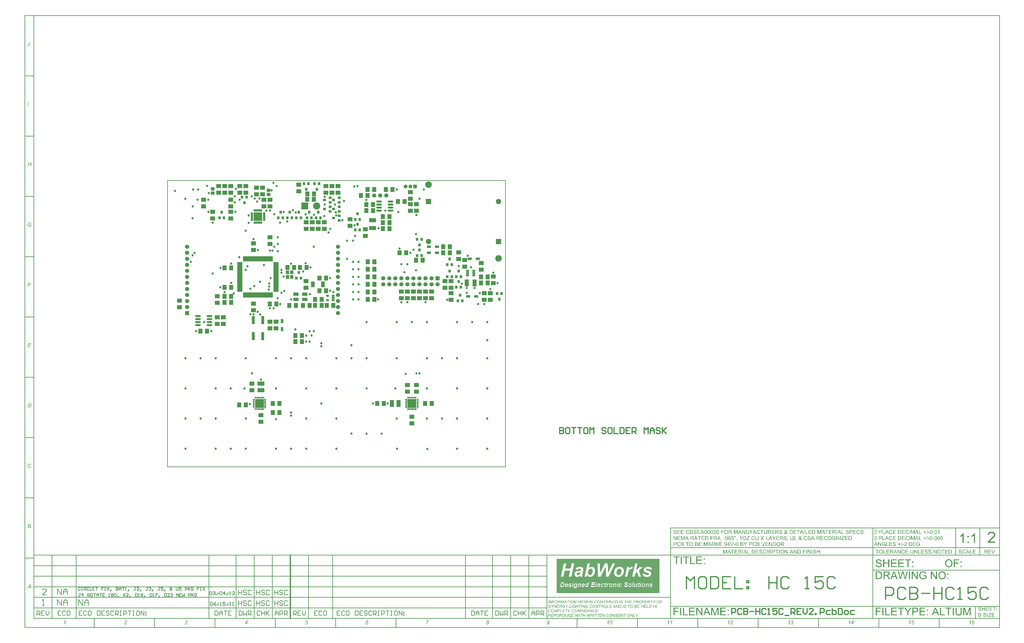
<source format=gbs>
%FSLAX25Y25*%
%MOIN*%
G70*
G01*
G75*
G04 Layer_Color=16711935*
%ADD10R,0.04724X0.05512*%
%ADD11R,0.07087X0.06299*%
%ADD12R,0.11024X0.07874*%
%ADD13R,0.01575X0.07087*%
%ADD14R,0.07874X0.07874*%
%ADD15R,0.03150X0.03937*%
%ADD16R,0.12598X0.03937*%
%ADD17R,0.10630X0.31496*%
%ADD18R,0.05512X0.07480*%
%ADD19R,0.07087X0.05512*%
%ADD20R,0.03150X0.05906*%
%ADD21R,0.39370X0.39370*%
%ADD22R,0.39370X0.90551*%
%ADD23R,0.06299X0.03150*%
%ADD24R,0.07874X0.08661*%
%ADD25R,0.07874X0.15748*%
%ADD26R,0.09843X0.06693*%
%ADD27C,0.01000*%
%ADD28C,0.02000*%
%ADD29C,0.00800*%
%ADD30C,0.00700*%
%ADD31C,0.00400*%
%ADD32C,0.10000*%
%ADD33R,0.08000X0.08000*%
%ADD34C,0.08000*%
%ADD35R,0.05512X0.05512*%
%ADD36C,0.05512*%
%ADD37C,0.06000*%
%ADD38R,0.06000X0.06000*%
%ADD39R,0.06000X0.06000*%
%ADD40R,0.11024X0.11024*%
%ADD41C,0.11024*%
%ADD42C,0.03000*%
%ADD43C,0.04000*%
%ADD44C,0.14000*%
%ADD45C,0.08500*%
G04:AMPARAMS|DCode=46|XSize=105mil|YSize=105mil|CornerRadius=0mil|HoleSize=0mil|Usage=FLASHONLY|Rotation=0.000|XOffset=0mil|YOffset=0mil|HoleType=Round|Shape=Relief|Width=10mil|Gap=10mil|Entries=4|*
%AMTHD46*
7,0,0,0.10500,0.08500,0.01000,45*
%
%ADD46THD46*%
%ADD47C,0.07150*%
G04:AMPARAMS|DCode=48|XSize=95mil|YSize=95mil|CornerRadius=0mil|HoleSize=0mil|Usage=FLASHONLY|Rotation=0.000|XOffset=0mil|YOffset=0mil|HoleType=Round|Shape=Relief|Width=10mil|Gap=10mil|Entries=4|*
%AMTHD48*
7,0,0,0.09500,0.07500,0.01000,45*
%
%ADD48THD48*%
%ADD49C,0.07500*%
%ADD50C,0.07000*%
G04:AMPARAMS|DCode=51|XSize=90mil|YSize=90mil|CornerRadius=0mil|HoleSize=0mil|Usage=FLASHONLY|Rotation=0.000|XOffset=0mil|YOffset=0mil|HoleType=Round|Shape=Relief|Width=10mil|Gap=10mil|Entries=4|*
%AMTHD51*
7,0,0,0.09000,0.07000,0.01000,45*
%
%ADD51THD51*%
%ADD52C,0.10693*%
%ADD53C,0.05500*%
G04:AMPARAMS|DCode=54|XSize=75mil|YSize=75mil|CornerRadius=0mil|HoleSize=0mil|Usage=FLASHONLY|Rotation=0.000|XOffset=0mil|YOffset=0mil|HoleType=Round|Shape=Relief|Width=10mil|Gap=10mil|Entries=4|*
%AMTHD54*
7,0,0,0.07500,0.05500,0.01000,45*
%
%ADD54THD54*%
%ADD55R,0.03543X0.03740*%
%ADD56R,0.03543X0.03740*%
%ADD57R,0.06299X0.07087*%
%ADD58R,0.03937X0.12598*%
%ADD59R,0.03150X0.06299*%
%ADD60R,0.06299X0.10630*%
%ADD61R,0.03937X0.02717*%
%ADD62R,0.03740X0.03543*%
%ADD63R,0.03740X0.03543*%
%ADD64R,0.05512X0.04724*%
%ADD65R,0.13386X0.13386*%
%ADD66O,0.03347X0.00984*%
%ADD67O,0.00984X0.03347*%
%ADD68R,0.14173X0.14173*%
%ADD69R,0.02362X0.00787*%
%ADD70R,0.00787X0.02362*%
%ADD71R,0.14173X0.14173*%
%ADD72O,0.01181X0.08268*%
%ADD73O,0.08268X0.01181*%
%ADD74R,0.10630X0.06299*%
%ADD75O,0.08661X0.02362*%
%ADD76R,0.05118X0.08661*%
%ADD77R,0.07874X0.04724*%
%ADD78R,0.04331X0.02559*%
%ADD79C,0.00787*%
%ADD80C,0.00600*%
%ADD81R,0.05524X0.06312*%
%ADD82R,0.07887X0.07099*%
%ADD83R,0.11824X0.08674*%
%ADD84R,0.02375X0.07887*%
%ADD85R,0.08674X0.08674*%
%ADD86R,0.03950X0.04737*%
%ADD87R,0.13398X0.04737*%
%ADD88R,0.11430X0.32296*%
%ADD89R,0.06312X0.08280*%
%ADD90R,0.07887X0.06312*%
%ADD91R,0.03950X0.06706*%
%ADD92R,0.40170X0.40170*%
%ADD93R,0.40170X0.91351*%
%ADD94R,0.07099X0.03950*%
%ADD95R,0.08674X0.09461*%
%ADD96R,0.08674X0.16548*%
%ADD97R,0.10642X0.07493*%
%ADD98C,0.10800*%
%ADD99R,0.08800X0.08800*%
%ADD100C,0.08800*%
%ADD101R,0.06312X0.06312*%
%ADD102C,0.06312*%
%ADD103C,0.06800*%
%ADD104R,0.06800X0.06800*%
%ADD105R,0.06800X0.06800*%
%ADD106R,0.11824X0.11824*%
%ADD107C,0.11824*%
%ADD108C,0.03800*%
%ADD109R,0.04343X0.04540*%
%ADD110R,0.04343X0.04540*%
%ADD111R,0.07099X0.07887*%
%ADD112R,0.04737X0.13398*%
%ADD113R,0.03950X0.07099*%
%ADD114R,0.07099X0.11430*%
%ADD115R,0.04737X0.03517*%
%ADD116R,0.04540X0.04343*%
%ADD117R,0.04540X0.04343*%
%ADD118R,0.06312X0.05524*%
%ADD119R,0.14186X0.14186*%
%ADD120O,0.04147X0.01784*%
%ADD121O,0.01784X0.04147*%
%ADD122R,0.14573X0.14573*%
%ADD123R,0.02762X0.01187*%
%ADD124R,0.01187X0.02762*%
%ADD125R,0.14573X0.14573*%
%ADD126O,0.01981X0.09068*%
%ADD127O,0.09068X0.01981*%
%ADD128R,0.11430X0.07099*%
%ADD129O,0.09461X0.03162*%
%ADD130R,0.05918X0.09461*%
%ADD131R,0.08674X0.05524*%
%ADD132R,0.05131X0.03359*%
G36*
X1274516Y-144000D02*
X1273647D01*
X1270280Y-138964D01*
Y-144000D01*
X1269470D01*
Y-137588D01*
X1270329D01*
X1273706Y-142624D01*
Y-137588D01*
X1274516D01*
Y-144000D01*
D02*
G37*
G36*
X1242669D02*
X1241800D01*
X1238433Y-138964D01*
Y-144000D01*
X1237623D01*
Y-137588D01*
X1238482D01*
X1241859Y-142624D01*
Y-137588D01*
X1242669D01*
Y-144000D01*
D02*
G37*
G36*
X1214824D02*
X1213955D01*
X1210588Y-138964D01*
Y-144000D01*
X1209778D01*
Y-137588D01*
X1210637D01*
X1214014Y-142624D01*
Y-137588D01*
X1214824D01*
Y-144000D01*
D02*
G37*
G36*
X1130110Y-261500D02*
X1129330D01*
X1130345Y-256669D01*
X1130335Y-256679D01*
X1130315Y-256688D01*
X1130276Y-256718D01*
X1130227Y-256757D01*
X1130159Y-256796D01*
X1130071Y-256844D01*
X1129974Y-256903D01*
X1129866Y-256962D01*
X1129739Y-257030D01*
X1129603Y-257098D01*
X1129447Y-257167D01*
X1129291Y-257235D01*
X1129105Y-257303D01*
X1128920Y-257362D01*
X1128715Y-257430D01*
X1128500Y-257489D01*
X1128646Y-256776D01*
X1128656D01*
X1128676Y-256766D01*
X1128705Y-256747D01*
X1128744Y-256737D01*
X1128803Y-256708D01*
X1128861Y-256679D01*
X1129008Y-256610D01*
X1129183Y-256522D01*
X1129388Y-256415D01*
X1129593Y-256298D01*
X1129808Y-256161D01*
X1129818D01*
X1129837Y-256142D01*
X1129866Y-256122D01*
X1129905Y-256093D01*
X1130003Y-256025D01*
X1130130Y-255937D01*
X1130267Y-255829D01*
X1130413Y-255722D01*
X1130550Y-255605D01*
X1130667Y-255498D01*
X1130676Y-255488D01*
X1130696Y-255468D01*
X1130735Y-255429D01*
X1130774Y-255381D01*
X1130823Y-255312D01*
X1130881Y-255244D01*
X1130999Y-255068D01*
X1131457D01*
X1130110Y-261500D01*
D02*
G37*
G36*
X1257436Y-137490D02*
X1257504D01*
X1257670Y-137510D01*
X1257865Y-137539D01*
X1258080Y-137578D01*
X1258295Y-137636D01*
X1258500Y-137715D01*
X1258510D01*
X1258519Y-137724D01*
X1258549Y-137734D01*
X1258588Y-137754D01*
X1258685Y-137812D01*
X1258812Y-137881D01*
X1258949Y-137978D01*
X1259085Y-138095D01*
X1259222Y-138232D01*
X1259339Y-138388D01*
X1259349Y-138408D01*
X1259388Y-138466D01*
X1259437Y-138564D01*
X1259486Y-138681D01*
X1259544Y-138827D01*
X1259603Y-139003D01*
X1259642Y-139188D01*
X1259661Y-139393D01*
X1258851Y-139452D01*
Y-139442D01*
Y-139423D01*
X1258841Y-139393D01*
X1258832Y-139354D01*
X1258812Y-139247D01*
X1258773Y-139110D01*
X1258715Y-138964D01*
X1258636Y-138817D01*
X1258529Y-138671D01*
X1258402Y-138544D01*
X1258383Y-138534D01*
X1258334Y-138495D01*
X1258246Y-138447D01*
X1258129Y-138388D01*
X1257973Y-138329D01*
X1257778Y-138281D01*
X1257553Y-138242D01*
X1257290Y-138232D01*
X1257163D01*
X1257104Y-138242D01*
X1257026D01*
X1256860Y-138271D01*
X1256675Y-138300D01*
X1256489Y-138349D01*
X1256314Y-138417D01*
X1256236Y-138466D01*
X1256167Y-138515D01*
X1256157Y-138525D01*
X1256118Y-138564D01*
X1256060Y-138622D01*
X1256001Y-138710D01*
X1255933Y-138808D01*
X1255884Y-138925D01*
X1255845Y-139052D01*
X1255826Y-139198D01*
Y-139218D01*
Y-139257D01*
X1255835Y-139325D01*
X1255855Y-139403D01*
X1255884Y-139491D01*
X1255933Y-139588D01*
X1255991Y-139676D01*
X1256070Y-139764D01*
X1256079Y-139774D01*
X1256128Y-139803D01*
X1256157Y-139823D01*
X1256196Y-139852D01*
X1256255Y-139872D01*
X1256323Y-139901D01*
X1256401Y-139940D01*
X1256489Y-139979D01*
X1256587Y-140008D01*
X1256704Y-140047D01*
X1256841Y-140096D01*
X1256987Y-140135D01*
X1257153Y-140174D01*
X1257338Y-140223D01*
X1257348D01*
X1257387Y-140233D01*
X1257436Y-140242D01*
X1257504Y-140262D01*
X1257592Y-140281D01*
X1257690Y-140311D01*
X1257905Y-140359D01*
X1258139Y-140428D01*
X1258373Y-140496D01*
X1258490Y-140525D01*
X1258588Y-140565D01*
X1258685Y-140603D01*
X1258763Y-140633D01*
X1258773D01*
X1258793Y-140643D01*
X1258812Y-140662D01*
X1258851Y-140682D01*
X1258949Y-140740D01*
X1259076Y-140808D01*
X1259212Y-140906D01*
X1259349Y-141023D01*
X1259476Y-141150D01*
X1259583Y-141287D01*
X1259593Y-141306D01*
X1259622Y-141355D01*
X1259671Y-141433D01*
X1259720Y-141550D01*
X1259769Y-141677D01*
X1259817Y-141833D01*
X1259847Y-142009D01*
X1259857Y-142194D01*
Y-142204D01*
Y-142214D01*
Y-142243D01*
Y-142282D01*
X1259837Y-142380D01*
X1259817Y-142507D01*
X1259788Y-142653D01*
X1259730Y-142819D01*
X1259661Y-142995D01*
X1259564Y-143161D01*
X1259554Y-143180D01*
X1259505Y-143239D01*
X1259447Y-143317D01*
X1259349Y-143414D01*
X1259232Y-143532D01*
X1259085Y-143649D01*
X1258910Y-143756D01*
X1258715Y-143863D01*
X1258705D01*
X1258685Y-143873D01*
X1258656Y-143883D01*
X1258617Y-143902D01*
X1258568Y-143922D01*
X1258510Y-143941D01*
X1258353Y-143981D01*
X1258178Y-144029D01*
X1257963Y-144068D01*
X1257739Y-144098D01*
X1257485Y-144107D01*
X1257338D01*
X1257270Y-144098D01*
X1257182D01*
X1257085Y-144088D01*
X1256977Y-144078D01*
X1256753Y-144049D01*
X1256509Y-144000D01*
X1256265Y-143941D01*
X1256031Y-143863D01*
X1256021D01*
X1256001Y-143854D01*
X1255972Y-143834D01*
X1255933Y-143815D01*
X1255826Y-143756D01*
X1255699Y-143668D01*
X1255543Y-143561D01*
X1255396Y-143434D01*
X1255240Y-143278D01*
X1255103Y-143102D01*
Y-143092D01*
X1255094Y-143083D01*
X1255074Y-143053D01*
X1255055Y-143014D01*
X1255025Y-142965D01*
X1254996Y-142907D01*
X1254937Y-142761D01*
X1254879Y-142595D01*
X1254820Y-142390D01*
X1254781Y-142175D01*
X1254762Y-141941D01*
X1255562Y-141872D01*
Y-141882D01*
Y-141892D01*
X1255572Y-141950D01*
X1255591Y-142038D01*
X1255611Y-142155D01*
X1255650Y-142282D01*
X1255689Y-142419D01*
X1255748Y-142546D01*
X1255816Y-142673D01*
X1255826Y-142682D01*
X1255855Y-142721D01*
X1255904Y-142780D01*
X1255982Y-142848D01*
X1256070Y-142926D01*
X1256177Y-143014D01*
X1256314Y-143092D01*
X1256460Y-143170D01*
X1256470D01*
X1256479Y-143180D01*
X1256538Y-143200D01*
X1256626Y-143229D01*
X1256753Y-143258D01*
X1256889Y-143297D01*
X1257065Y-143327D01*
X1257251Y-143346D01*
X1257446Y-143356D01*
X1257524D01*
X1257621Y-143346D01*
X1257729Y-143336D01*
X1257865Y-143327D01*
X1258002Y-143297D01*
X1258148Y-143268D01*
X1258295Y-143219D01*
X1258314Y-143209D01*
X1258353Y-143190D01*
X1258422Y-143161D01*
X1258500Y-143112D01*
X1258597Y-143053D01*
X1258685Y-142985D01*
X1258773Y-142907D01*
X1258851Y-142819D01*
X1258861Y-142809D01*
X1258881Y-142770D01*
X1258910Y-142721D01*
X1258949Y-142653D01*
X1258978Y-142575D01*
X1259007Y-142477D01*
X1259027Y-142380D01*
X1259037Y-142272D01*
Y-142263D01*
Y-142224D01*
X1259027Y-142165D01*
X1259017Y-142097D01*
X1258998Y-142009D01*
X1258959Y-141921D01*
X1258920Y-141833D01*
X1258861Y-141745D01*
X1258851Y-141736D01*
X1258832Y-141706D01*
X1258783Y-141667D01*
X1258724Y-141609D01*
X1258646Y-141550D01*
X1258549Y-141492D01*
X1258422Y-141423D01*
X1258285Y-141365D01*
X1258275Y-141355D01*
X1258236Y-141345D01*
X1258158Y-141326D01*
X1258109Y-141306D01*
X1258051Y-141287D01*
X1257973Y-141267D01*
X1257895Y-141248D01*
X1257797Y-141218D01*
X1257699Y-141189D01*
X1257582Y-141160D01*
X1257446Y-141131D01*
X1257299Y-141092D01*
X1257143Y-141052D01*
X1257133D01*
X1257104Y-141043D01*
X1257055Y-141033D01*
X1256997Y-141013D01*
X1256929Y-140994D01*
X1256850Y-140974D01*
X1256665Y-140926D01*
X1256460Y-140857D01*
X1256255Y-140789D01*
X1256070Y-140721D01*
X1255982Y-140691D01*
X1255913Y-140652D01*
X1255904D01*
X1255894Y-140643D01*
X1255835Y-140603D01*
X1255757Y-140555D01*
X1255660Y-140486D01*
X1255543Y-140399D01*
X1255435Y-140301D01*
X1255328Y-140184D01*
X1255230Y-140057D01*
X1255221Y-140037D01*
X1255191Y-139989D01*
X1255162Y-139920D01*
X1255123Y-139823D01*
X1255074Y-139706D01*
X1255045Y-139569D01*
X1255015Y-139413D01*
X1255006Y-139257D01*
Y-139247D01*
Y-139237D01*
Y-139208D01*
Y-139169D01*
X1255025Y-139081D01*
X1255045Y-138964D01*
X1255074Y-138817D01*
X1255123Y-138671D01*
X1255191Y-138505D01*
X1255279Y-138349D01*
Y-138339D01*
X1255289Y-138329D01*
X1255328Y-138281D01*
X1255396Y-138203D01*
X1255484Y-138105D01*
X1255591Y-138007D01*
X1255728Y-137900D01*
X1255894Y-137793D01*
X1256079Y-137705D01*
X1256089D01*
X1256099Y-137695D01*
X1256128Y-137685D01*
X1256177Y-137666D01*
X1256226Y-137656D01*
X1256284Y-137636D01*
X1256421Y-137588D01*
X1256597Y-137549D01*
X1256792Y-137519D01*
X1257016Y-137490D01*
X1257251Y-137480D01*
X1257368D01*
X1257436Y-137490D01*
D02*
G37*
G36*
X1219187D02*
X1219265Y-137500D01*
X1219362Y-137510D01*
X1219470Y-137519D01*
X1219587Y-137539D01*
X1219841Y-137597D01*
X1220114Y-137685D01*
X1220250Y-137744D01*
X1220387Y-137812D01*
X1220514Y-137890D01*
X1220641Y-137978D01*
X1220651Y-137988D01*
X1220670Y-137998D01*
X1220699Y-138027D01*
X1220748Y-138066D01*
X1220797Y-138115D01*
X1220865Y-138183D01*
X1220934Y-138251D01*
X1221002Y-138329D01*
X1221080Y-138427D01*
X1221148Y-138525D01*
X1221226Y-138642D01*
X1221305Y-138769D01*
X1221373Y-138895D01*
X1221441Y-139042D01*
X1221558Y-139354D01*
X1220719Y-139549D01*
Y-139540D01*
X1220709Y-139520D01*
X1220699Y-139481D01*
X1220680Y-139432D01*
X1220651Y-139374D01*
X1220621Y-139305D01*
X1220553Y-139159D01*
X1220465Y-138993D01*
X1220348Y-138817D01*
X1220221Y-138661D01*
X1220065Y-138525D01*
X1220045Y-138515D01*
X1219987Y-138476D01*
X1219899Y-138427D01*
X1219772Y-138359D01*
X1219626Y-138300D01*
X1219440Y-138251D01*
X1219235Y-138212D01*
X1219001Y-138203D01*
X1218933D01*
X1218884Y-138212D01*
X1218816D01*
X1218747Y-138222D01*
X1218572Y-138251D01*
X1218377Y-138290D01*
X1218172Y-138359D01*
X1217967Y-138447D01*
X1217771Y-138564D01*
X1217762D01*
X1217752Y-138583D01*
X1217693Y-138632D01*
X1217605Y-138710D01*
X1217498Y-138817D01*
X1217391Y-138954D01*
X1217274Y-139110D01*
X1217166Y-139305D01*
X1217078Y-139520D01*
Y-139530D01*
X1217069Y-139549D01*
X1217059Y-139579D01*
X1217049Y-139628D01*
X1217030Y-139676D01*
X1217020Y-139745D01*
X1216981Y-139901D01*
X1216942Y-140086D01*
X1216912Y-140291D01*
X1216893Y-140516D01*
X1216883Y-140750D01*
Y-140760D01*
Y-140789D01*
Y-140828D01*
Y-140887D01*
X1216893Y-140955D01*
Y-141043D01*
X1216903Y-141131D01*
X1216912Y-141228D01*
X1216942Y-141453D01*
X1216981Y-141697D01*
X1217039Y-141941D01*
X1217117Y-142175D01*
Y-142185D01*
X1217127Y-142204D01*
X1217147Y-142233D01*
X1217166Y-142272D01*
X1217215Y-142390D01*
X1217293Y-142517D01*
X1217400Y-142673D01*
X1217527Y-142819D01*
X1217674Y-142965D01*
X1217849Y-143092D01*
X1217859D01*
X1217869Y-143102D01*
X1217898Y-143122D01*
X1217937Y-143141D01*
X1218045Y-143180D01*
X1218181Y-143239D01*
X1218337Y-143288D01*
X1218523Y-143336D01*
X1218728Y-143375D01*
X1218943Y-143385D01*
X1219011D01*
X1219060Y-143375D01*
X1219118D01*
X1219196Y-143366D01*
X1219362Y-143336D01*
X1219548Y-143288D01*
X1219753Y-143209D01*
X1219948Y-143112D01*
X1220143Y-142975D01*
X1220153Y-142965D01*
X1220163Y-142956D01*
X1220221Y-142897D01*
X1220309Y-142799D01*
X1220416Y-142673D01*
X1220524Y-142497D01*
X1220641Y-142292D01*
X1220738Y-142038D01*
X1220817Y-141755D01*
X1221666Y-141970D01*
Y-141980D01*
X1221656Y-142019D01*
X1221636Y-142068D01*
X1221617Y-142146D01*
X1221578Y-142224D01*
X1221539Y-142331D01*
X1221500Y-142438D01*
X1221441Y-142555D01*
X1221314Y-142819D01*
X1221139Y-143083D01*
X1220943Y-143336D01*
X1220826Y-143453D01*
X1220699Y-143561D01*
X1220690Y-143571D01*
X1220670Y-143580D01*
X1220631Y-143610D01*
X1220572Y-143649D01*
X1220504Y-143688D01*
X1220426Y-143737D01*
X1220338Y-143785D01*
X1220231Y-143834D01*
X1220114Y-143883D01*
X1219987Y-143932D01*
X1219841Y-143981D01*
X1219694Y-144019D01*
X1219372Y-144088D01*
X1219196Y-144098D01*
X1219011Y-144107D01*
X1218913D01*
X1218835Y-144098D01*
X1218747D01*
X1218650Y-144088D01*
X1218533Y-144068D01*
X1218416Y-144059D01*
X1218142Y-144000D01*
X1217859Y-143932D01*
X1217586Y-143824D01*
X1217449Y-143766D01*
X1217322Y-143688D01*
X1217313Y-143678D01*
X1217293Y-143668D01*
X1217264Y-143639D01*
X1217215Y-143610D01*
X1217098Y-143512D01*
X1216961Y-143375D01*
X1216795Y-143209D01*
X1216639Y-142995D01*
X1216473Y-142751D01*
X1216337Y-142468D01*
Y-142458D01*
X1216327Y-142429D01*
X1216307Y-142390D01*
X1216288Y-142331D01*
X1216259Y-142253D01*
X1216229Y-142165D01*
X1216200Y-142068D01*
X1216171Y-141950D01*
X1216141Y-141833D01*
X1216112Y-141697D01*
X1216054Y-141404D01*
X1216015Y-141092D01*
X1216005Y-140750D01*
Y-140740D01*
Y-140701D01*
Y-140652D01*
X1216015Y-140584D01*
Y-140496D01*
X1216024Y-140389D01*
X1216034Y-140281D01*
X1216054Y-140155D01*
X1216102Y-139881D01*
X1216161Y-139588D01*
X1216259Y-139286D01*
X1216385Y-139003D01*
Y-138993D01*
X1216405Y-138974D01*
X1216424Y-138935D01*
X1216454Y-138876D01*
X1216493Y-138817D01*
X1216542Y-138749D01*
X1216669Y-138583D01*
X1216815Y-138398D01*
X1217000Y-138212D01*
X1217225Y-138027D01*
X1217469Y-137871D01*
X1217479D01*
X1217498Y-137851D01*
X1217537Y-137832D01*
X1217596Y-137812D01*
X1217654Y-137783D01*
X1217732Y-137744D01*
X1217830Y-137715D01*
X1217927Y-137675D01*
X1218035Y-137636D01*
X1218152Y-137607D01*
X1218416Y-137539D01*
X1218708Y-137500D01*
X1219021Y-137480D01*
X1219118D01*
X1219187Y-137490D01*
D02*
G37*
G36*
X1035498Y-255078D02*
X1035566D01*
X1035644Y-255097D01*
X1035830Y-255127D01*
X1036035Y-255185D01*
X1036240Y-255273D01*
X1036347Y-255322D01*
X1036454Y-255390D01*
X1036552Y-255459D01*
X1036650Y-255546D01*
X1036659Y-255556D01*
X1036669Y-255566D01*
X1036698Y-255595D01*
X1036728Y-255634D01*
X1036806Y-255732D01*
X1036894Y-255869D01*
X1036981Y-256044D01*
X1037059Y-256239D01*
X1037118Y-256464D01*
X1037128Y-256591D01*
X1037138Y-256718D01*
Y-256727D01*
Y-256737D01*
Y-256766D01*
Y-256805D01*
X1037128Y-256893D01*
X1037108Y-257020D01*
X1037069Y-257157D01*
X1037030Y-257303D01*
X1036962Y-257459D01*
X1036874Y-257606D01*
X1036864Y-257625D01*
X1036825Y-257664D01*
X1036767Y-257742D01*
X1036679Y-257830D01*
X1036562Y-257928D01*
X1036425Y-258025D01*
X1036269Y-258133D01*
X1036084Y-258230D01*
X1036103Y-258240D01*
X1036142Y-258269D01*
X1036210Y-258318D01*
X1036289Y-258387D01*
X1036386Y-258465D01*
X1036474Y-258553D01*
X1036562Y-258660D01*
X1036640Y-258777D01*
X1036650Y-258787D01*
X1036669Y-258836D01*
X1036698Y-258894D01*
X1036737Y-258982D01*
X1036777Y-259089D01*
X1036806Y-259206D01*
X1036825Y-259343D01*
X1036835Y-259489D01*
Y-259499D01*
Y-259528D01*
Y-259577D01*
X1036825Y-259636D01*
X1036815Y-259704D01*
X1036796Y-259792D01*
X1036777Y-259890D01*
X1036757Y-259997D01*
X1036679Y-260231D01*
X1036620Y-260358D01*
X1036562Y-260485D01*
X1036484Y-260612D01*
X1036396Y-260739D01*
X1036298Y-260866D01*
X1036181Y-260983D01*
X1036171Y-260993D01*
X1036152Y-261012D01*
X1036113Y-261041D01*
X1036064Y-261080D01*
X1036005Y-261129D01*
X1035927Y-261178D01*
X1035839Y-261237D01*
X1035752Y-261295D01*
X1035644Y-261354D01*
X1035517Y-261412D01*
X1035264Y-261510D01*
X1035117Y-261549D01*
X1034961Y-261578D01*
X1034805Y-261598D01*
X1034639Y-261607D01*
X1034551D01*
X1034493Y-261598D01*
X1034424Y-261588D01*
X1034336Y-261578D01*
X1034239Y-261568D01*
X1034141Y-261549D01*
X1033917Y-261490D01*
X1033683Y-261402D01*
X1033565Y-261354D01*
X1033448Y-261285D01*
X1033341Y-261217D01*
X1033234Y-261129D01*
X1033224Y-261119D01*
X1033214Y-261110D01*
X1033185Y-261080D01*
X1033146Y-261041D01*
X1033107Y-260993D01*
X1033058Y-260934D01*
X1033009Y-260866D01*
X1032960Y-260778D01*
X1032853Y-260592D01*
X1032755Y-260368D01*
X1032677Y-260114D01*
X1032658Y-259968D01*
X1032638Y-259821D01*
X1033409Y-259724D01*
Y-259733D01*
Y-259753D01*
X1033419Y-259792D01*
X1033429Y-259831D01*
X1033448Y-259958D01*
X1033487Y-260104D01*
X1033536Y-260261D01*
X1033605Y-260426D01*
X1033683Y-260573D01*
X1033790Y-260700D01*
X1033800Y-260709D01*
X1033848Y-260739D01*
X1033907Y-260788D01*
X1034005Y-260836D01*
X1034112Y-260895D01*
X1034249Y-260934D01*
X1034405Y-260973D01*
X1034581Y-260983D01*
X1034639D01*
X1034678Y-260973D01*
X1034785Y-260963D01*
X1034932Y-260934D01*
X1035088Y-260885D01*
X1035254Y-260807D01*
X1035430Y-260709D01*
X1035596Y-260573D01*
X1035605Y-260563D01*
X1035615Y-260553D01*
X1035664Y-260495D01*
X1035732Y-260407D01*
X1035810Y-260290D01*
X1035888Y-260153D01*
X1035957Y-259987D01*
X1036005Y-259802D01*
X1036025Y-259704D01*
Y-259607D01*
Y-259597D01*
Y-259587D01*
Y-259528D01*
X1036005Y-259441D01*
X1035986Y-259333D01*
X1035947Y-259206D01*
X1035888Y-259080D01*
X1035810Y-258953D01*
X1035703Y-258826D01*
X1035693Y-258816D01*
X1035644Y-258777D01*
X1035576Y-258728D01*
X1035478Y-258670D01*
X1035351Y-258611D01*
X1035205Y-258562D01*
X1035039Y-258523D01*
X1034844Y-258513D01*
X1034756D01*
X1034717Y-258523D01*
X1034659D01*
X1034590Y-258533D01*
X1034727Y-257879D01*
X1034795D01*
X1034863Y-257889D01*
X1035010D01*
X1035059Y-257879D01*
X1035108D01*
X1035176Y-257869D01*
X1035332Y-257850D01*
X1035498Y-257811D01*
X1035674Y-257752D01*
X1035839Y-257674D01*
X1035986Y-257567D01*
X1036005Y-257547D01*
X1036045Y-257508D01*
X1036103Y-257440D01*
X1036171Y-257342D01*
X1036230Y-257225D01*
X1036289Y-257088D01*
X1036327Y-256932D01*
X1036347Y-256757D01*
Y-256747D01*
Y-256737D01*
Y-256679D01*
X1036327Y-256600D01*
X1036308Y-256493D01*
X1036269Y-256376D01*
X1036220Y-256249D01*
X1036142Y-256122D01*
X1036045Y-256005D01*
X1036035Y-255995D01*
X1035996Y-255956D01*
X1035927Y-255908D01*
X1035839Y-255849D01*
X1035732Y-255800D01*
X1035605Y-255751D01*
X1035469Y-255712D01*
X1035312Y-255703D01*
X1035244D01*
X1035166Y-255722D01*
X1035059Y-255742D01*
X1034942Y-255781D01*
X1034815Y-255829D01*
X1034678Y-255908D01*
X1034551Y-256015D01*
X1034541Y-256025D01*
X1034493Y-256073D01*
X1034434Y-256142D01*
X1034366Y-256239D01*
X1034297Y-256366D01*
X1034229Y-256513D01*
X1034171Y-256688D01*
X1034122Y-256884D01*
X1033341Y-256727D01*
Y-256718D01*
X1033351Y-256688D01*
X1033360Y-256649D01*
X1033380Y-256600D01*
X1033399Y-256532D01*
X1033429Y-256454D01*
X1033507Y-256278D01*
X1033605Y-256083D01*
X1033731Y-255878D01*
X1033887Y-255683D01*
X1034073Y-255507D01*
X1034083Y-255498D01*
X1034102Y-255488D01*
X1034132Y-255468D01*
X1034171Y-255439D01*
X1034219Y-255410D01*
X1034288Y-255371D01*
X1034356Y-255332D01*
X1034444Y-255283D01*
X1034629Y-255205D01*
X1034854Y-255136D01*
X1035098Y-255088D01*
X1035234Y-255068D01*
X1035449D01*
X1035498Y-255078D01*
D02*
G37*
G36*
X1136103Y-259167D02*
X1137020D01*
X1136874Y-259870D01*
X1135957D01*
X1135605Y-261500D01*
X1134824D01*
X1135166Y-259870D01*
X1132560D01*
X1132726Y-259089D01*
X1136327Y-255097D01*
X1136962D01*
X1136103Y-259167D01*
D02*
G37*
G36*
X1287487Y-138339D02*
X1285379D01*
Y-144000D01*
X1284530D01*
Y-138339D01*
X1282422D01*
Y-137588D01*
X1287487D01*
Y-138339D01*
D02*
G37*
G36*
X1253727D02*
X1249940D01*
Y-140311D01*
X1253483D01*
Y-141062D01*
X1249940D01*
Y-143248D01*
X1253874D01*
Y-144000D01*
X1249091D01*
Y-137588D01*
X1253727D01*
Y-138339D01*
D02*
G37*
G36*
X1244904Y-143248D02*
X1248057D01*
Y-144000D01*
X1244055D01*
Y-137588D01*
X1244904D01*
Y-143248D01*
D02*
G37*
G36*
X1293021Y-138339D02*
X1289234D01*
Y-140311D01*
X1292777D01*
Y-141062D01*
X1289234D01*
Y-143248D01*
X1293167D01*
Y-144000D01*
X1288385D01*
Y-137588D01*
X1293021D01*
Y-138339D01*
D02*
G37*
G36*
X1236218Y-141297D02*
Y-141306D01*
Y-141335D01*
Y-141384D01*
Y-141453D01*
X1236208Y-141541D01*
Y-141628D01*
X1236198Y-141736D01*
X1236189Y-141853D01*
X1236159Y-142097D01*
X1236120Y-142351D01*
X1236071Y-142604D01*
X1235993Y-142829D01*
Y-142839D01*
X1235983Y-142858D01*
X1235974Y-142887D01*
X1235954Y-142926D01*
X1235896Y-143024D01*
X1235818Y-143161D01*
X1235710Y-143307D01*
X1235574Y-143463D01*
X1235398Y-143610D01*
X1235203Y-143756D01*
X1235193D01*
X1235173Y-143775D01*
X1235144Y-143785D01*
X1235095Y-143815D01*
X1235047Y-143834D01*
X1234978Y-143863D01*
X1234890Y-143902D01*
X1234803Y-143932D01*
X1234705Y-143961D01*
X1234588Y-144000D01*
X1234471Y-144029D01*
X1234334Y-144049D01*
X1234041Y-144088D01*
X1233709Y-144107D01*
X1233622D01*
X1233563Y-144098D01*
X1233485D01*
X1233397Y-144088D01*
X1233300Y-144078D01*
X1233192Y-144068D01*
X1232958Y-144029D01*
X1232714Y-143981D01*
X1232460Y-143902D01*
X1232236Y-143805D01*
X1232226D01*
X1232206Y-143785D01*
X1232187Y-143775D01*
X1232148Y-143746D01*
X1232041Y-143678D01*
X1231923Y-143571D01*
X1231787Y-143444D01*
X1231660Y-143297D01*
X1231533Y-143112D01*
X1231426Y-142907D01*
Y-142897D01*
X1231416Y-142878D01*
X1231406Y-142848D01*
X1231387Y-142799D01*
X1231367Y-142741D01*
X1231347Y-142663D01*
X1231328Y-142575D01*
X1231308Y-142477D01*
X1231279Y-142370D01*
X1231260Y-142253D01*
X1231240Y-142116D01*
X1231221Y-141980D01*
X1231201Y-141823D01*
X1231191Y-141658D01*
X1231182Y-141482D01*
Y-141297D01*
Y-137588D01*
X1232031D01*
Y-141297D01*
Y-141306D01*
Y-141335D01*
Y-141375D01*
Y-141433D01*
Y-141501D01*
X1232041Y-141579D01*
X1232050Y-141765D01*
X1232070Y-141960D01*
X1232089Y-142165D01*
X1232128Y-142360D01*
X1232148Y-142448D01*
X1232177Y-142526D01*
X1232187Y-142546D01*
X1232206Y-142595D01*
X1232245Y-142663D01*
X1232304Y-142751D01*
X1232372Y-142848D01*
X1232470Y-142956D01*
X1232577Y-143053D01*
X1232714Y-143141D01*
X1232733Y-143151D01*
X1232782Y-143170D01*
X1232860Y-143209D01*
X1232968Y-143239D01*
X1233104Y-143278D01*
X1233261Y-143317D01*
X1233436Y-143336D01*
X1233631Y-143346D01*
X1233719D01*
X1233788Y-143336D01*
X1233866D01*
X1233953Y-143327D01*
X1234149Y-143297D01*
X1234373Y-143239D01*
X1234588Y-143170D01*
X1234793Y-143063D01*
X1234890Y-143005D01*
X1234968Y-142926D01*
Y-142917D01*
X1234988Y-142907D01*
X1235007Y-142878D01*
X1235027Y-142839D01*
X1235066Y-142790D01*
X1235095Y-142731D01*
X1235134Y-142653D01*
X1235173Y-142565D01*
X1235203Y-142458D01*
X1235242Y-142341D01*
X1235281Y-142214D01*
X1235310Y-142058D01*
X1235330Y-141892D01*
X1235349Y-141716D01*
X1235369Y-141511D01*
Y-141297D01*
Y-137588D01*
X1236218D01*
Y-141297D01*
D02*
G37*
G36*
X1230110Y-261500D02*
X1229330D01*
X1230345Y-256669D01*
X1230335Y-256679D01*
X1230315Y-256688D01*
X1230276Y-256718D01*
X1230227Y-256757D01*
X1230159Y-256796D01*
X1230071Y-256844D01*
X1229974Y-256903D01*
X1229866Y-256962D01*
X1229739Y-257030D01*
X1229603Y-257098D01*
X1229447Y-257167D01*
X1229291Y-257235D01*
X1229105Y-257303D01*
X1228920Y-257362D01*
X1228715Y-257430D01*
X1228500Y-257489D01*
X1228646Y-256776D01*
X1228656D01*
X1228676Y-256766D01*
X1228705Y-256747D01*
X1228744Y-256737D01*
X1228803Y-256708D01*
X1228861Y-256679D01*
X1229008Y-256610D01*
X1229183Y-256522D01*
X1229388Y-256415D01*
X1229593Y-256298D01*
X1229808Y-256161D01*
X1229818D01*
X1229837Y-256142D01*
X1229866Y-256122D01*
X1229905Y-256093D01*
X1230003Y-256025D01*
X1230130Y-255937D01*
X1230267Y-255829D01*
X1230413Y-255722D01*
X1230550Y-255605D01*
X1230667Y-255498D01*
X1230676Y-255488D01*
X1230696Y-255468D01*
X1230735Y-255429D01*
X1230774Y-255381D01*
X1230823Y-255312D01*
X1230881Y-255244D01*
X1230999Y-255068D01*
X1231457D01*
X1230110Y-261500D01*
D02*
G37*
G36*
X1296964Y-137597D02*
X1297140Y-137607D01*
X1297335Y-137627D01*
X1297520Y-137656D01*
X1297676Y-137685D01*
X1297686D01*
X1297706Y-137695D01*
X1297725D01*
X1297764Y-137715D01*
X1297872Y-137744D01*
X1297999Y-137793D01*
X1298145Y-137851D01*
X1298301Y-137929D01*
X1298457Y-138027D01*
X1298613Y-138144D01*
X1298623D01*
X1298633Y-138163D01*
X1298701Y-138222D01*
X1298789Y-138320D01*
X1298897Y-138447D01*
X1299023Y-138603D01*
X1299150Y-138788D01*
X1299267Y-139003D01*
X1299375Y-139247D01*
Y-139257D01*
X1299384Y-139276D01*
X1299394Y-139315D01*
X1299414Y-139364D01*
X1299433Y-139423D01*
X1299453Y-139501D01*
X1299482Y-139588D01*
X1299502Y-139686D01*
X1299521Y-139793D01*
X1299550Y-139911D01*
X1299589Y-140164D01*
X1299619Y-140447D01*
X1299629Y-140760D01*
Y-140769D01*
Y-140789D01*
Y-140828D01*
Y-140887D01*
X1299619Y-140945D01*
Y-141023D01*
X1299609Y-141199D01*
X1299589Y-141394D01*
X1299550Y-141619D01*
X1299511Y-141843D01*
X1299453Y-142058D01*
Y-142068D01*
X1299443Y-142087D01*
X1299433Y-142116D01*
X1299424Y-142155D01*
X1299384Y-142253D01*
X1299336Y-142390D01*
X1299277Y-142536D01*
X1299199Y-142692D01*
X1299111Y-142848D01*
X1299014Y-142995D01*
X1299004Y-143014D01*
X1298965Y-143053D01*
X1298916Y-143122D01*
X1298838Y-143209D01*
X1298760Y-143297D01*
X1298652Y-143395D01*
X1298545Y-143492D01*
X1298428Y-143580D01*
X1298418Y-143590D01*
X1298369Y-143610D01*
X1298301Y-143649D01*
X1298213Y-143697D01*
X1298106Y-143746D01*
X1297979Y-143795D01*
X1297833Y-143844D01*
X1297667Y-143893D01*
X1297647D01*
X1297589Y-143912D01*
X1297501Y-143922D01*
X1297374Y-143941D01*
X1297227Y-143961D01*
X1297052Y-143981D01*
X1296857Y-143990D01*
X1296642Y-144000D01*
X1294339D01*
Y-137588D01*
X1296798D01*
X1296964Y-137597D01*
D02*
G37*
G36*
X935488Y-255078D02*
X935625Y-255097D01*
X935771Y-255127D01*
X935937Y-255166D01*
X936113Y-255224D01*
X936279Y-255302D01*
X936289D01*
X936298Y-255312D01*
X936357Y-255341D01*
X936435Y-255390D01*
X936532Y-255468D01*
X936640Y-255556D01*
X936757Y-255663D01*
X936855Y-255790D01*
X936952Y-255937D01*
X936962Y-255956D01*
X936991Y-256005D01*
X937020Y-256093D01*
X937069Y-256200D01*
X937108Y-256327D01*
X937138Y-256464D01*
X937167Y-256620D01*
X937177Y-256786D01*
Y-256796D01*
Y-256815D01*
Y-256844D01*
X937167Y-256893D01*
Y-256952D01*
X937157Y-257020D01*
X937118Y-257176D01*
X937069Y-257371D01*
X936981Y-257576D01*
X936874Y-257791D01*
X936796Y-257908D01*
X936718Y-258016D01*
X936708Y-258035D01*
X936679Y-258055D01*
X936650Y-258094D01*
X936611Y-258133D01*
X936562Y-258191D01*
X936493Y-258260D01*
X936406Y-258338D01*
X936308Y-258426D01*
X936191Y-258533D01*
X936064Y-258650D01*
X935908Y-258777D01*
X935732Y-258923D01*
X935537Y-259089D01*
X935322Y-259265D01*
X935078Y-259460D01*
X935069Y-259470D01*
X935049Y-259480D01*
X935020Y-259509D01*
X934981Y-259538D01*
X934883Y-259626D01*
X934746Y-259733D01*
X934610Y-259851D01*
X934463Y-259987D01*
X934327Y-260114D01*
X934210Y-260231D01*
X934200Y-260241D01*
X934161Y-260280D01*
X934112Y-260339D01*
X934053Y-260407D01*
X933985Y-260495D01*
X933907Y-260583D01*
X933839Y-260680D01*
X933780Y-260778D01*
X936650D01*
X936493Y-261500D01*
X932677D01*
Y-261490D01*
X932687Y-261471D01*
Y-261441D01*
X932697Y-261402D01*
X932726Y-261305D01*
X932765Y-261168D01*
X932814Y-261022D01*
X932863Y-260866D01*
X932931Y-260700D01*
X933009Y-260553D01*
X933019Y-260534D01*
X933048Y-260485D01*
X933097Y-260407D01*
X933165Y-260319D01*
X933243Y-260202D01*
X933341Y-260075D01*
X933448Y-259948D01*
X933575Y-259821D01*
X933595Y-259802D01*
X933614Y-259782D01*
X933644Y-259753D01*
X933692Y-259714D01*
X933741Y-259665D01*
X933809Y-259607D01*
X933887Y-259538D01*
X933975Y-259470D01*
X934073Y-259382D01*
X934190Y-259284D01*
X934317Y-259177D01*
X934454Y-259060D01*
X934610Y-258933D01*
X934776Y-258797D01*
X934961Y-258650D01*
X934971Y-258640D01*
X934990Y-258631D01*
X935020Y-258601D01*
X935059Y-258572D01*
X935166Y-258484D01*
X935303Y-258367D01*
X935439Y-258250D01*
X935576Y-258133D01*
X935703Y-258016D01*
X935810Y-257918D01*
X935820Y-257899D01*
X935859Y-257859D01*
X935918Y-257791D01*
X935986Y-257703D01*
X936064Y-257606D01*
X936142Y-257498D01*
X936220Y-257371D01*
X936279Y-257254D01*
X936289Y-257245D01*
X936298Y-257215D01*
X936318Y-257167D01*
X936337Y-257108D01*
X936357Y-257040D01*
X936367Y-256952D01*
X936386Y-256864D01*
Y-256766D01*
Y-256757D01*
Y-256747D01*
Y-256688D01*
X936367Y-256610D01*
X936347Y-256503D01*
X936308Y-256386D01*
X936259Y-256259D01*
X936181Y-256132D01*
X936074Y-256015D01*
X936064Y-256005D01*
X936015Y-255966D01*
X935947Y-255917D01*
X935859Y-255859D01*
X935752Y-255800D01*
X935615Y-255751D01*
X935469Y-255712D01*
X935303Y-255703D01*
X935225D01*
X935147Y-255722D01*
X935039Y-255742D01*
X934912Y-255781D01*
X934776Y-255839D01*
X934649Y-255917D01*
X934512Y-256025D01*
X934502Y-256034D01*
X934463Y-256083D01*
X934405Y-256161D01*
X934327Y-256269D01*
X934249Y-256405D01*
X934171Y-256571D01*
X934102Y-256776D01*
X934044Y-257020D01*
X933273Y-256913D01*
Y-256903D01*
X933282Y-256874D01*
Y-256835D01*
X933302Y-256766D01*
X933312Y-256698D01*
X933331Y-256610D01*
X933399Y-256425D01*
X933478Y-256210D01*
X933595Y-255986D01*
X933741Y-255761D01*
X933829Y-255663D01*
X933927Y-255566D01*
X933936Y-255556D01*
X933956Y-255546D01*
X933985Y-255517D01*
X934024Y-255488D01*
X934083Y-255449D01*
X934141Y-255410D01*
X934219Y-255361D01*
X934307Y-255312D01*
X934502Y-255224D01*
X934737Y-255146D01*
X935000Y-255088D01*
X935147Y-255078D01*
X935293Y-255068D01*
X935381D01*
X935488Y-255078D01*
D02*
G37*
G36*
X1368618Y-144000D02*
X1367750D01*
X1365261Y-137588D01*
X1366188D01*
X1367847Y-142243D01*
Y-142253D01*
X1367857Y-142272D01*
X1367867Y-142302D01*
X1367886Y-142341D01*
X1367916Y-142448D01*
X1367964Y-142585D01*
X1368023Y-142751D01*
X1368081Y-142926D01*
X1368189Y-143297D01*
Y-143288D01*
X1368199Y-143278D01*
X1368208Y-143248D01*
X1368218Y-143209D01*
X1368247Y-143102D01*
X1368286Y-142965D01*
X1368335Y-142809D01*
X1368394Y-142634D01*
X1368462Y-142438D01*
X1368530Y-142243D01*
X1370268Y-137588D01*
X1371127D01*
X1368618Y-144000D01*
D02*
G37*
G36*
X1364607Y-138339D02*
X1360820D01*
Y-140311D01*
X1364363D01*
Y-141062D01*
X1360820D01*
Y-143248D01*
X1364753D01*
Y-144000D01*
X1359971D01*
Y-137588D01*
X1364607D01*
Y-138339D01*
D02*
G37*
G36*
X1258196Y-111607D02*
X1257571D01*
X1259426Y-104980D01*
X1260050D01*
X1258196Y-111607D01*
D02*
G37*
G36*
X1173391Y-105068D02*
X1173469Y-105078D01*
X1173557Y-105088D01*
X1173655Y-105097D01*
X1173762Y-105127D01*
X1173996Y-105185D01*
X1174240Y-105273D01*
X1174367Y-105332D01*
X1174484Y-105400D01*
X1174592Y-105488D01*
X1174699Y-105576D01*
X1174709Y-105585D01*
X1174719Y-105595D01*
X1174748Y-105624D01*
X1174787Y-105664D01*
X1174826Y-105722D01*
X1174875Y-105781D01*
X1174972Y-105927D01*
X1175070Y-106113D01*
X1175158Y-106327D01*
X1175226Y-106571D01*
X1175236Y-106708D01*
X1175246Y-106844D01*
Y-106864D01*
Y-106913D01*
X1175236Y-106991D01*
X1175226Y-107088D01*
X1175207Y-107206D01*
X1175177Y-107333D01*
X1175138Y-107469D01*
X1175080Y-107606D01*
X1175070Y-107625D01*
X1175050Y-107674D01*
X1175011Y-107742D01*
X1174953Y-107840D01*
X1174885Y-107957D01*
X1174797Y-108094D01*
X1174679Y-108230D01*
X1174553Y-108387D01*
X1174533Y-108406D01*
X1174484Y-108465D01*
X1174397Y-108553D01*
X1174338Y-108611D01*
X1174270Y-108679D01*
X1174191Y-108757D01*
X1174094Y-108845D01*
X1173996Y-108933D01*
X1173889Y-109040D01*
X1173772Y-109148D01*
X1173635Y-109265D01*
X1173499Y-109382D01*
X1173342Y-109519D01*
X1173333Y-109529D01*
X1173313Y-109548D01*
X1173274Y-109577D01*
X1173225Y-109616D01*
X1173108Y-109714D01*
X1172962Y-109841D01*
X1172815Y-109977D01*
X1172659Y-110114D01*
X1172532Y-110231D01*
X1172484Y-110280D01*
X1172435Y-110329D01*
X1172425Y-110339D01*
X1172405Y-110368D01*
X1172366Y-110407D01*
X1172318Y-110465D01*
X1172210Y-110592D01*
X1172103Y-110749D01*
X1175255D01*
Y-111500D01*
X1171010D01*
Y-111490D01*
Y-111451D01*
Y-111393D01*
X1171019Y-111324D01*
X1171029Y-111246D01*
X1171039Y-111158D01*
X1171068Y-111061D01*
X1171098Y-110963D01*
Y-110953D01*
X1171107Y-110944D01*
X1171127Y-110885D01*
X1171166Y-110807D01*
X1171224Y-110690D01*
X1171293Y-110563D01*
X1171390Y-110417D01*
X1171488Y-110270D01*
X1171615Y-110114D01*
Y-110104D01*
X1171634Y-110095D01*
X1171683Y-110036D01*
X1171761Y-109948D01*
X1171878Y-109831D01*
X1172025Y-109694D01*
X1172200Y-109529D01*
X1172415Y-109343D01*
X1172649Y-109138D01*
X1172659Y-109128D01*
X1172698Y-109099D01*
X1172747Y-109060D01*
X1172815Y-108992D01*
X1172903Y-108923D01*
X1173001Y-108835D01*
X1173215Y-108650D01*
X1173450Y-108426D01*
X1173684Y-108201D01*
X1173801Y-108094D01*
X1173899Y-107986D01*
X1173987Y-107879D01*
X1174065Y-107781D01*
Y-107772D01*
X1174084Y-107762D01*
X1174104Y-107733D01*
X1174123Y-107694D01*
X1174182Y-107596D01*
X1174250Y-107469D01*
X1174318Y-107323D01*
X1174377Y-107167D01*
X1174416Y-106991D01*
X1174436Y-106825D01*
Y-106815D01*
Y-106805D01*
X1174426Y-106747D01*
X1174416Y-106659D01*
X1174397Y-106552D01*
X1174348Y-106425D01*
X1174289Y-106298D01*
X1174211Y-106161D01*
X1174094Y-106034D01*
X1174074Y-106025D01*
X1174035Y-105986D01*
X1173957Y-105937D01*
X1173860Y-105868D01*
X1173733Y-105810D01*
X1173586Y-105761D01*
X1173411Y-105722D01*
X1173215Y-105712D01*
X1173157D01*
X1173118Y-105722D01*
X1173020Y-105732D01*
X1172893Y-105751D01*
X1172747Y-105800D01*
X1172591Y-105859D01*
X1172445Y-105947D01*
X1172308Y-106064D01*
X1172298Y-106083D01*
X1172259Y-106122D01*
X1172200Y-106200D01*
X1172142Y-106308D01*
X1172074Y-106444D01*
X1172025Y-106600D01*
X1171986Y-106786D01*
X1171966Y-107001D01*
X1171156Y-106913D01*
Y-106903D01*
Y-106874D01*
X1171166Y-106825D01*
X1171176Y-106766D01*
X1171195Y-106688D01*
X1171205Y-106600D01*
X1171264Y-106405D01*
X1171342Y-106181D01*
X1171449Y-105956D01*
X1171595Y-105732D01*
X1171673Y-105634D01*
X1171771Y-105537D01*
X1171781Y-105527D01*
X1171800Y-105517D01*
X1171830Y-105488D01*
X1171869Y-105459D01*
X1171927Y-105429D01*
X1171996Y-105380D01*
X1172074Y-105341D01*
X1172161Y-105293D01*
X1172259Y-105254D01*
X1172366Y-105205D01*
X1172493Y-105166D01*
X1172620Y-105137D01*
X1172913Y-105078D01*
X1173069Y-105068D01*
X1173235Y-105058D01*
X1173323D01*
X1173391Y-105068D01*
D02*
G37*
G36*
X1273148D02*
X1273265Y-105088D01*
X1273402Y-105107D01*
X1273558Y-105146D01*
X1273714Y-105205D01*
X1273861Y-105273D01*
X1273880Y-105283D01*
X1273929Y-105312D01*
X1273997Y-105361D01*
X1274095Y-105420D01*
X1274193Y-105507D01*
X1274300Y-105615D01*
X1274407Y-105732D01*
X1274505Y-105868D01*
X1274515Y-105888D01*
X1274544Y-105937D01*
X1274593Y-106025D01*
X1274651Y-106132D01*
X1274710Y-106269D01*
X1274778Y-106435D01*
X1274846Y-106620D01*
X1274905Y-106825D01*
Y-106835D01*
X1274915Y-106854D01*
Y-106884D01*
X1274924Y-106932D01*
X1274944Y-106981D01*
X1274954Y-107049D01*
X1274963Y-107137D01*
X1274983Y-107225D01*
X1274993Y-107333D01*
X1275003Y-107440D01*
X1275022Y-107567D01*
X1275032Y-107703D01*
X1275042Y-107850D01*
Y-107996D01*
X1275051Y-108338D01*
Y-108347D01*
Y-108387D01*
Y-108445D01*
Y-108523D01*
X1275042Y-108621D01*
Y-108728D01*
X1275032Y-108855D01*
X1275022Y-108992D01*
X1274993Y-109284D01*
X1274954Y-109587D01*
X1274895Y-109890D01*
X1274856Y-110026D01*
X1274817Y-110163D01*
Y-110173D01*
X1274807Y-110192D01*
X1274798Y-110231D01*
X1274778Y-110280D01*
X1274749Y-110339D01*
X1274720Y-110397D01*
X1274641Y-110553D01*
X1274544Y-110729D01*
X1274427Y-110905D01*
X1274290Y-111080D01*
X1274124Y-111237D01*
X1274114D01*
X1274105Y-111256D01*
X1274075Y-111266D01*
X1274046Y-111295D01*
X1273939Y-111354D01*
X1273812Y-111422D01*
X1273636Y-111490D01*
X1273441Y-111549D01*
X1273217Y-111588D01*
X1272963Y-111607D01*
X1272875D01*
X1272807Y-111598D01*
X1272729Y-111588D01*
X1272641Y-111568D01*
X1272543Y-111549D01*
X1272436Y-111529D01*
X1272201Y-111451D01*
X1272075Y-111393D01*
X1271957Y-111334D01*
X1271831Y-111256D01*
X1271713Y-111168D01*
X1271606Y-111071D01*
X1271499Y-110953D01*
X1271489Y-110944D01*
X1271469Y-110914D01*
X1271440Y-110866D01*
X1271401Y-110797D01*
X1271352Y-110709D01*
X1271303Y-110602D01*
X1271245Y-110475D01*
X1271186Y-110319D01*
X1271128Y-110153D01*
X1271069Y-109958D01*
X1271021Y-109743D01*
X1270972Y-109509D01*
X1270933Y-109245D01*
X1270903Y-108972D01*
X1270884Y-108660D01*
X1270874Y-108338D01*
Y-108328D01*
Y-108289D01*
Y-108230D01*
Y-108152D01*
X1270884Y-108055D01*
Y-107947D01*
X1270894Y-107820D01*
X1270903Y-107684D01*
X1270933Y-107391D01*
X1270972Y-107088D01*
X1271021Y-106786D01*
X1271060Y-106649D01*
X1271099Y-106513D01*
Y-106503D01*
X1271108Y-106483D01*
X1271128Y-106444D01*
X1271147Y-106395D01*
X1271167Y-106337D01*
X1271196Y-106269D01*
X1271274Y-106113D01*
X1271372Y-105937D01*
X1271489Y-105761D01*
X1271626Y-105595D01*
X1271791Y-105439D01*
X1271801D01*
X1271811Y-105420D01*
X1271840Y-105400D01*
X1271879Y-105380D01*
X1271977Y-105322D01*
X1272114Y-105244D01*
X1272279Y-105175D01*
X1272484Y-105117D01*
X1272709Y-105078D01*
X1272963Y-105058D01*
X1273051D01*
X1273148Y-105068D01*
D02*
G37*
G36*
X1265682D02*
X1265799Y-105088D01*
X1265936Y-105107D01*
X1266092Y-105146D01*
X1266248Y-105205D01*
X1266394Y-105273D01*
X1266414Y-105283D01*
X1266463Y-105312D01*
X1266531Y-105361D01*
X1266628Y-105420D01*
X1266726Y-105507D01*
X1266833Y-105615D01*
X1266941Y-105732D01*
X1267038Y-105868D01*
X1267048Y-105888D01*
X1267077Y-105937D01*
X1267126Y-106025D01*
X1267185Y-106132D01*
X1267243Y-106269D01*
X1267312Y-106435D01*
X1267380Y-106620D01*
X1267439Y-106825D01*
Y-106835D01*
X1267448Y-106854D01*
Y-106884D01*
X1267458Y-106932D01*
X1267478Y-106981D01*
X1267487Y-107049D01*
X1267497Y-107137D01*
X1267517Y-107225D01*
X1267526Y-107333D01*
X1267536Y-107440D01*
X1267556Y-107567D01*
X1267565Y-107703D01*
X1267575Y-107850D01*
Y-107996D01*
X1267585Y-108338D01*
Y-108347D01*
Y-108387D01*
Y-108445D01*
Y-108523D01*
X1267575Y-108621D01*
Y-108728D01*
X1267565Y-108855D01*
X1267556Y-108992D01*
X1267526Y-109284D01*
X1267487Y-109587D01*
X1267429Y-109890D01*
X1267390Y-110026D01*
X1267351Y-110163D01*
Y-110173D01*
X1267341Y-110192D01*
X1267331Y-110231D01*
X1267312Y-110280D01*
X1267282Y-110339D01*
X1267253Y-110397D01*
X1267175Y-110553D01*
X1267077Y-110729D01*
X1266960Y-110905D01*
X1266824Y-111080D01*
X1266658Y-111237D01*
X1266648D01*
X1266638Y-111256D01*
X1266609Y-111266D01*
X1266580Y-111295D01*
X1266472Y-111354D01*
X1266345Y-111422D01*
X1266170Y-111490D01*
X1265975Y-111549D01*
X1265750Y-111588D01*
X1265496Y-111607D01*
X1265409D01*
X1265340Y-111598D01*
X1265262Y-111588D01*
X1265174Y-111568D01*
X1265077Y-111549D01*
X1264969Y-111529D01*
X1264735Y-111451D01*
X1264608Y-111393D01*
X1264491Y-111334D01*
X1264364Y-111256D01*
X1264247Y-111168D01*
X1264140Y-111071D01*
X1264032Y-110953D01*
X1264023Y-110944D01*
X1264003Y-110914D01*
X1263974Y-110866D01*
X1263935Y-110797D01*
X1263886Y-110709D01*
X1263837Y-110602D01*
X1263779Y-110475D01*
X1263720Y-110319D01*
X1263661Y-110153D01*
X1263603Y-109958D01*
X1263554Y-109743D01*
X1263505Y-109509D01*
X1263466Y-109245D01*
X1263437Y-108972D01*
X1263417Y-108660D01*
X1263408Y-108338D01*
Y-108328D01*
Y-108289D01*
Y-108230D01*
Y-108152D01*
X1263417Y-108055D01*
Y-107947D01*
X1263427Y-107820D01*
X1263437Y-107684D01*
X1263466Y-107391D01*
X1263505Y-107088D01*
X1263554Y-106786D01*
X1263593Y-106649D01*
X1263632Y-106513D01*
Y-106503D01*
X1263642Y-106483D01*
X1263661Y-106444D01*
X1263681Y-106395D01*
X1263700Y-106337D01*
X1263730Y-106269D01*
X1263808Y-106113D01*
X1263905Y-105937D01*
X1264023Y-105761D01*
X1264159Y-105595D01*
X1264325Y-105439D01*
X1264335D01*
X1264345Y-105420D01*
X1264374Y-105400D01*
X1264413Y-105380D01*
X1264511Y-105322D01*
X1264647Y-105244D01*
X1264813Y-105175D01*
X1265018Y-105117D01*
X1265243Y-105078D01*
X1265496Y-105058D01*
X1265584D01*
X1265682Y-105068D01*
D02*
G37*
G36*
X1356555Y-137597D02*
X1356633D01*
X1356828Y-137607D01*
X1357033Y-137627D01*
X1357248Y-137666D01*
X1357453Y-137705D01*
X1357550Y-137734D01*
X1357638Y-137763D01*
X1357648D01*
X1357658Y-137773D01*
X1357716Y-137793D01*
X1357794Y-137841D01*
X1357892Y-137910D01*
X1358009Y-137988D01*
X1358126Y-138095D01*
X1358243Y-138222D01*
X1358351Y-138378D01*
X1358360Y-138398D01*
X1358390Y-138456D01*
X1358439Y-138544D01*
X1358487Y-138661D01*
X1358536Y-138808D01*
X1358585Y-138974D01*
X1358614Y-139149D01*
X1358624Y-139345D01*
Y-139354D01*
Y-139374D01*
Y-139413D01*
X1358614Y-139462D01*
Y-139520D01*
X1358605Y-139588D01*
X1358565Y-139745D01*
X1358517Y-139930D01*
X1358439Y-140115D01*
X1358321Y-140311D01*
X1358253Y-140408D01*
X1358175Y-140496D01*
X1358156Y-140516D01*
X1358126Y-140535D01*
X1358097Y-140574D01*
X1358048Y-140603D01*
X1357990Y-140652D01*
X1357921Y-140691D01*
X1357843Y-140740D01*
X1357755Y-140789D01*
X1357648Y-140838D01*
X1357541Y-140887D01*
X1357414Y-140935D01*
X1357287Y-140984D01*
X1357141Y-141023D01*
X1356984Y-141052D01*
X1356818Y-141082D01*
X1356838Y-141092D01*
X1356877Y-141111D01*
X1356936Y-141140D01*
X1357004Y-141179D01*
X1357170Y-141287D01*
X1357258Y-141345D01*
X1357326Y-141404D01*
X1357345Y-141423D01*
X1357394Y-141462D01*
X1357463Y-141541D01*
X1357550Y-141638D01*
X1357658Y-141765D01*
X1357775Y-141911D01*
X1357902Y-142077D01*
X1358029Y-142263D01*
X1359141Y-144000D01*
X1358077D01*
X1357228Y-142673D01*
Y-142663D01*
X1357209Y-142643D01*
X1357189Y-142614D01*
X1357170Y-142575D01*
X1357101Y-142477D01*
X1357014Y-142351D01*
X1356916Y-142204D01*
X1356809Y-142058D01*
X1356711Y-141921D01*
X1356613Y-141794D01*
X1356604Y-141785D01*
X1356574Y-141745D01*
X1356526Y-141687D01*
X1356477Y-141619D01*
X1356330Y-141482D01*
X1356262Y-141414D01*
X1356184Y-141365D01*
X1356174Y-141355D01*
X1356155Y-141345D01*
X1356116Y-141326D01*
X1356067Y-141297D01*
X1355950Y-141238D01*
X1355803Y-141189D01*
X1355794D01*
X1355774Y-141179D01*
X1355735D01*
X1355686Y-141170D01*
X1355618Y-141160D01*
X1355540D01*
X1355442Y-141150D01*
X1354349D01*
Y-144000D01*
X1353500D01*
Y-137588D01*
X1356477D01*
X1356555Y-137597D01*
D02*
G37*
G36*
X1330501Y-143248D02*
X1333653D01*
Y-144000D01*
X1329651D01*
Y-137588D01*
X1330501D01*
Y-143248D01*
D02*
G37*
G36*
X1328997Y-144000D02*
X1328041D01*
X1327299Y-142058D01*
X1324605D01*
X1323913Y-144000D01*
X1323015D01*
X1325464Y-137588D01*
X1326392D01*
X1328997Y-144000D01*
D02*
G37*
G36*
X1263409Y-137490D02*
X1263477D01*
X1263643Y-137510D01*
X1263839Y-137539D01*
X1264053Y-137578D01*
X1264268Y-137636D01*
X1264473Y-137715D01*
X1264483D01*
X1264493Y-137724D01*
X1264522Y-137734D01*
X1264561Y-137754D01*
X1264658Y-137812D01*
X1264785Y-137881D01*
X1264922Y-137978D01*
X1265059Y-138095D01*
X1265195Y-138232D01*
X1265312Y-138388D01*
X1265322Y-138408D01*
X1265361Y-138466D01*
X1265410Y-138564D01*
X1265459Y-138681D01*
X1265517Y-138827D01*
X1265576Y-139003D01*
X1265615Y-139188D01*
X1265634Y-139393D01*
X1264824Y-139452D01*
Y-139442D01*
Y-139423D01*
X1264815Y-139393D01*
X1264805Y-139354D01*
X1264785Y-139247D01*
X1264746Y-139110D01*
X1264688Y-138964D01*
X1264610Y-138817D01*
X1264502Y-138671D01*
X1264375Y-138544D01*
X1264356Y-138534D01*
X1264307Y-138495D01*
X1264219Y-138447D01*
X1264102Y-138388D01*
X1263946Y-138329D01*
X1263751Y-138281D01*
X1263526Y-138242D01*
X1263263Y-138232D01*
X1263136D01*
X1263077Y-138242D01*
X1262999D01*
X1262833Y-138271D01*
X1262648Y-138300D01*
X1262462Y-138349D01*
X1262287Y-138417D01*
X1262209Y-138466D01*
X1262140Y-138515D01*
X1262131Y-138525D01*
X1262092Y-138564D01*
X1262033Y-138622D01*
X1261974Y-138710D01*
X1261906Y-138808D01*
X1261857Y-138925D01*
X1261818Y-139052D01*
X1261799Y-139198D01*
Y-139218D01*
Y-139257D01*
X1261808Y-139325D01*
X1261828Y-139403D01*
X1261857Y-139491D01*
X1261906Y-139588D01*
X1261965Y-139676D01*
X1262043Y-139764D01*
X1262053Y-139774D01*
X1262101Y-139803D01*
X1262131Y-139823D01*
X1262170Y-139852D01*
X1262228Y-139872D01*
X1262296Y-139901D01*
X1262375Y-139940D01*
X1262462Y-139979D01*
X1262560Y-140008D01*
X1262677Y-140047D01*
X1262814Y-140096D01*
X1262960Y-140135D01*
X1263126Y-140174D01*
X1263311Y-140223D01*
X1263321D01*
X1263360Y-140233D01*
X1263409Y-140242D01*
X1263477Y-140262D01*
X1263565Y-140281D01*
X1263663Y-140311D01*
X1263878Y-140359D01*
X1264112Y-140428D01*
X1264346Y-140496D01*
X1264463Y-140525D01*
X1264561Y-140565D01*
X1264658Y-140603D01*
X1264736Y-140633D01*
X1264746D01*
X1264766Y-140643D01*
X1264785Y-140662D01*
X1264824Y-140682D01*
X1264922Y-140740D01*
X1265049Y-140808D01*
X1265185Y-140906D01*
X1265322Y-141023D01*
X1265449Y-141150D01*
X1265556Y-141287D01*
X1265566Y-141306D01*
X1265595Y-141355D01*
X1265644Y-141433D01*
X1265693Y-141550D01*
X1265742Y-141677D01*
X1265791Y-141833D01*
X1265820Y-142009D01*
X1265830Y-142194D01*
Y-142204D01*
Y-142214D01*
Y-142243D01*
Y-142282D01*
X1265810Y-142380D01*
X1265791Y-142507D01*
X1265761Y-142653D01*
X1265703Y-142819D01*
X1265634Y-142995D01*
X1265537Y-143161D01*
X1265527Y-143180D01*
X1265478Y-143239D01*
X1265420Y-143317D01*
X1265322Y-143414D01*
X1265205Y-143532D01*
X1265059Y-143649D01*
X1264883Y-143756D01*
X1264688Y-143863D01*
X1264678D01*
X1264658Y-143873D01*
X1264629Y-143883D01*
X1264590Y-143902D01*
X1264541Y-143922D01*
X1264483Y-143941D01*
X1264327Y-143981D01*
X1264151Y-144029D01*
X1263936Y-144068D01*
X1263712Y-144098D01*
X1263458Y-144107D01*
X1263311D01*
X1263243Y-144098D01*
X1263155D01*
X1263058Y-144088D01*
X1262950Y-144078D01*
X1262726Y-144049D01*
X1262482Y-144000D01*
X1262238Y-143941D01*
X1262004Y-143863D01*
X1261994D01*
X1261974Y-143854D01*
X1261945Y-143834D01*
X1261906Y-143815D01*
X1261799Y-143756D01*
X1261672Y-143668D01*
X1261516Y-143561D01*
X1261369Y-143434D01*
X1261213Y-143278D01*
X1261077Y-143102D01*
Y-143092D01*
X1261067Y-143083D01*
X1261047Y-143053D01*
X1261028Y-143014D01*
X1260998Y-142965D01*
X1260969Y-142907D01*
X1260911Y-142761D01*
X1260852Y-142595D01*
X1260793Y-142390D01*
X1260754Y-142175D01*
X1260735Y-141941D01*
X1261535Y-141872D01*
Y-141882D01*
Y-141892D01*
X1261545Y-141950D01*
X1261565Y-142038D01*
X1261584Y-142155D01*
X1261623Y-142282D01*
X1261662Y-142419D01*
X1261721Y-142546D01*
X1261789Y-142673D01*
X1261799Y-142682D01*
X1261828Y-142721D01*
X1261877Y-142780D01*
X1261955Y-142848D01*
X1262043Y-142926D01*
X1262150Y-143014D01*
X1262287Y-143092D01*
X1262433Y-143170D01*
X1262443D01*
X1262453Y-143180D01*
X1262511Y-143200D01*
X1262599Y-143229D01*
X1262726Y-143258D01*
X1262863Y-143297D01*
X1263038Y-143327D01*
X1263224Y-143346D01*
X1263419Y-143356D01*
X1263497D01*
X1263595Y-143346D01*
X1263702Y-143336D01*
X1263839Y-143327D01*
X1263975Y-143297D01*
X1264122Y-143268D01*
X1264268Y-143219D01*
X1264287Y-143209D01*
X1264327Y-143190D01*
X1264395Y-143161D01*
X1264473Y-143112D01*
X1264571Y-143053D01*
X1264658Y-142985D01*
X1264746Y-142907D01*
X1264824Y-142819D01*
X1264834Y-142809D01*
X1264854Y-142770D01*
X1264883Y-142721D01*
X1264922Y-142653D01*
X1264951Y-142575D01*
X1264981Y-142477D01*
X1265000Y-142380D01*
X1265010Y-142272D01*
Y-142263D01*
Y-142224D01*
X1265000Y-142165D01*
X1264990Y-142097D01*
X1264971Y-142009D01*
X1264932Y-141921D01*
X1264893Y-141833D01*
X1264834Y-141745D01*
X1264824Y-141736D01*
X1264805Y-141706D01*
X1264756Y-141667D01*
X1264697Y-141609D01*
X1264619Y-141550D01*
X1264522Y-141492D01*
X1264395Y-141423D01*
X1264258Y-141365D01*
X1264248Y-141355D01*
X1264209Y-141345D01*
X1264131Y-141326D01*
X1264083Y-141306D01*
X1264024Y-141287D01*
X1263946Y-141267D01*
X1263868Y-141248D01*
X1263770Y-141218D01*
X1263673Y-141189D01*
X1263556Y-141160D01*
X1263419Y-141131D01*
X1263272Y-141092D01*
X1263116Y-141052D01*
X1263107D01*
X1263077Y-141043D01*
X1263029Y-141033D01*
X1262970Y-141013D01*
X1262902Y-140994D01*
X1262823Y-140974D01*
X1262638Y-140926D01*
X1262433Y-140857D01*
X1262228Y-140789D01*
X1262043Y-140721D01*
X1261955Y-140691D01*
X1261887Y-140652D01*
X1261877D01*
X1261867Y-140643D01*
X1261808Y-140603D01*
X1261730Y-140555D01*
X1261633Y-140486D01*
X1261516Y-140399D01*
X1261408Y-140301D01*
X1261301Y-140184D01*
X1261203Y-140057D01*
X1261194Y-140037D01*
X1261164Y-139989D01*
X1261135Y-139920D01*
X1261096Y-139823D01*
X1261047Y-139706D01*
X1261018Y-139569D01*
X1260989Y-139413D01*
X1260979Y-139257D01*
Y-139247D01*
Y-139237D01*
Y-139208D01*
Y-139169D01*
X1260998Y-139081D01*
X1261018Y-138964D01*
X1261047Y-138817D01*
X1261096Y-138671D01*
X1261164Y-138505D01*
X1261252Y-138349D01*
Y-138339D01*
X1261262Y-138329D01*
X1261301Y-138281D01*
X1261369Y-138203D01*
X1261457Y-138105D01*
X1261565Y-138007D01*
X1261701Y-137900D01*
X1261867Y-137793D01*
X1262053Y-137705D01*
X1262062D01*
X1262072Y-137695D01*
X1262101Y-137685D01*
X1262150Y-137666D01*
X1262199Y-137656D01*
X1262257Y-137636D01*
X1262394Y-137588D01*
X1262570Y-137549D01*
X1262765Y-137519D01*
X1262989Y-137490D01*
X1263224Y-137480D01*
X1263341D01*
X1263409Y-137490D01*
D02*
G37*
G36*
X1339324Y-138339D02*
X1335537D01*
Y-140311D01*
X1339079D01*
Y-141062D01*
X1335537D01*
Y-143248D01*
X1339470D01*
Y-144000D01*
X1334688D01*
Y-137588D01*
X1339324D01*
Y-138339D01*
D02*
G37*
G36*
X1313674Y-137490D02*
X1313743D01*
X1313908Y-137510D01*
X1314104Y-137539D01*
X1314318Y-137578D01*
X1314533Y-137636D01*
X1314738Y-137715D01*
X1314748D01*
X1314758Y-137724D01*
X1314787Y-137734D01*
X1314826Y-137754D01*
X1314923Y-137812D01*
X1315050Y-137881D01*
X1315187Y-137978D01*
X1315324Y-138095D01*
X1315460Y-138232D01*
X1315577Y-138388D01*
X1315587Y-138408D01*
X1315626Y-138466D01*
X1315675Y-138564D01*
X1315724Y-138681D01*
X1315782Y-138827D01*
X1315841Y-139003D01*
X1315880Y-139188D01*
X1315899Y-139393D01*
X1315089Y-139452D01*
Y-139442D01*
Y-139423D01*
X1315080Y-139393D01*
X1315070Y-139354D01*
X1315050Y-139247D01*
X1315011Y-139110D01*
X1314953Y-138964D01*
X1314875Y-138817D01*
X1314767Y-138671D01*
X1314641Y-138544D01*
X1314621Y-138534D01*
X1314572Y-138495D01*
X1314484Y-138447D01*
X1314367Y-138388D01*
X1314211Y-138329D01*
X1314016Y-138281D01*
X1313791Y-138242D01*
X1313528Y-138232D01*
X1313401D01*
X1313342Y-138242D01*
X1313264D01*
X1313098Y-138271D01*
X1312913Y-138300D01*
X1312728Y-138349D01*
X1312552Y-138417D01*
X1312474Y-138466D01*
X1312405Y-138515D01*
X1312396Y-138525D01*
X1312357Y-138564D01*
X1312298Y-138622D01*
X1312239Y-138710D01*
X1312171Y-138808D01*
X1312122Y-138925D01*
X1312083Y-139052D01*
X1312064Y-139198D01*
Y-139218D01*
Y-139257D01*
X1312074Y-139325D01*
X1312093Y-139403D01*
X1312122Y-139491D01*
X1312171Y-139588D01*
X1312230Y-139676D01*
X1312308Y-139764D01*
X1312318Y-139774D01*
X1312366Y-139803D01*
X1312396Y-139823D01*
X1312435Y-139852D01*
X1312493Y-139872D01*
X1312562Y-139901D01*
X1312640Y-139940D01*
X1312728Y-139979D01*
X1312825Y-140008D01*
X1312942Y-140047D01*
X1313079Y-140096D01*
X1313225Y-140135D01*
X1313391Y-140174D01*
X1313577Y-140223D01*
X1313586D01*
X1313625Y-140233D01*
X1313674Y-140242D01*
X1313743Y-140262D01*
X1313830Y-140281D01*
X1313928Y-140311D01*
X1314143Y-140359D01*
X1314377Y-140428D01*
X1314611Y-140496D01*
X1314728Y-140525D01*
X1314826Y-140565D01*
X1314923Y-140603D01*
X1315002Y-140633D01*
X1315011D01*
X1315031Y-140643D01*
X1315050Y-140662D01*
X1315089Y-140682D01*
X1315187Y-140740D01*
X1315314Y-140808D01*
X1315451Y-140906D01*
X1315587Y-141023D01*
X1315714Y-141150D01*
X1315821Y-141287D01*
X1315831Y-141306D01*
X1315860Y-141355D01*
X1315909Y-141433D01*
X1315958Y-141550D01*
X1316007Y-141677D01*
X1316056Y-141833D01*
X1316085Y-142009D01*
X1316095Y-142194D01*
Y-142204D01*
Y-142214D01*
Y-142243D01*
Y-142282D01*
X1316075Y-142380D01*
X1316056Y-142507D01*
X1316026Y-142653D01*
X1315968Y-142819D01*
X1315899Y-142995D01*
X1315802Y-143161D01*
X1315792Y-143180D01*
X1315743Y-143239D01*
X1315685Y-143317D01*
X1315587Y-143414D01*
X1315470Y-143532D01*
X1315324Y-143649D01*
X1315148Y-143756D01*
X1314953Y-143863D01*
X1314943D01*
X1314923Y-143873D01*
X1314894Y-143883D01*
X1314855Y-143902D01*
X1314806Y-143922D01*
X1314748Y-143941D01*
X1314592Y-143981D01*
X1314416Y-144029D01*
X1314201Y-144068D01*
X1313977Y-144098D01*
X1313723Y-144107D01*
X1313577D01*
X1313508Y-144098D01*
X1313420D01*
X1313323Y-144088D01*
X1313216Y-144078D01*
X1312991Y-144049D01*
X1312747Y-144000D01*
X1312503Y-143941D01*
X1312269Y-143863D01*
X1312259D01*
X1312239Y-143854D01*
X1312210Y-143834D01*
X1312171Y-143815D01*
X1312064Y-143756D01*
X1311937Y-143668D01*
X1311781Y-143561D01*
X1311634Y-143434D01*
X1311478Y-143278D01*
X1311342Y-143102D01*
Y-143092D01*
X1311332Y-143083D01*
X1311312Y-143053D01*
X1311293Y-143014D01*
X1311263Y-142965D01*
X1311234Y-142907D01*
X1311176Y-142761D01*
X1311117Y-142595D01*
X1311059Y-142390D01*
X1311020Y-142175D01*
X1311000Y-141941D01*
X1311800Y-141872D01*
Y-141882D01*
Y-141892D01*
X1311810Y-141950D01*
X1311830Y-142038D01*
X1311849Y-142155D01*
X1311888Y-142282D01*
X1311927Y-142419D01*
X1311986Y-142546D01*
X1312054Y-142673D01*
X1312064Y-142682D01*
X1312093Y-142721D01*
X1312142Y-142780D01*
X1312220Y-142848D01*
X1312308Y-142926D01*
X1312415Y-143014D01*
X1312552Y-143092D01*
X1312698Y-143170D01*
X1312708D01*
X1312718Y-143180D01*
X1312776Y-143200D01*
X1312864Y-143229D01*
X1312991Y-143258D01*
X1313128Y-143297D01*
X1313303Y-143327D01*
X1313489Y-143346D01*
X1313684Y-143356D01*
X1313762D01*
X1313860Y-143346D01*
X1313967Y-143336D01*
X1314104Y-143327D01*
X1314240Y-143297D01*
X1314387Y-143268D01*
X1314533Y-143219D01*
X1314553Y-143209D01*
X1314592Y-143190D01*
X1314660Y-143161D01*
X1314738Y-143112D01*
X1314836Y-143053D01*
X1314923Y-142985D01*
X1315011Y-142907D01*
X1315089Y-142819D01*
X1315099Y-142809D01*
X1315119Y-142770D01*
X1315148Y-142721D01*
X1315187Y-142653D01*
X1315216Y-142575D01*
X1315246Y-142477D01*
X1315265Y-142380D01*
X1315275Y-142272D01*
Y-142263D01*
Y-142224D01*
X1315265Y-142165D01*
X1315255Y-142097D01*
X1315236Y-142009D01*
X1315197Y-141921D01*
X1315158Y-141833D01*
X1315099Y-141745D01*
X1315089Y-141736D01*
X1315070Y-141706D01*
X1315021Y-141667D01*
X1314963Y-141609D01*
X1314884Y-141550D01*
X1314787Y-141492D01*
X1314660Y-141423D01*
X1314523Y-141365D01*
X1314514Y-141355D01*
X1314475Y-141345D01*
X1314396Y-141326D01*
X1314348Y-141306D01*
X1314289Y-141287D01*
X1314211Y-141267D01*
X1314133Y-141248D01*
X1314035Y-141218D01*
X1313938Y-141189D01*
X1313821Y-141160D01*
X1313684Y-141131D01*
X1313538Y-141092D01*
X1313381Y-141052D01*
X1313372D01*
X1313342Y-141043D01*
X1313294Y-141033D01*
X1313235Y-141013D01*
X1313167Y-140994D01*
X1313089Y-140974D01*
X1312903Y-140926D01*
X1312698Y-140857D01*
X1312493Y-140789D01*
X1312308Y-140721D01*
X1312220Y-140691D01*
X1312152Y-140652D01*
X1312142D01*
X1312132Y-140643D01*
X1312074Y-140603D01*
X1311996Y-140555D01*
X1311898Y-140486D01*
X1311781Y-140399D01*
X1311673Y-140301D01*
X1311566Y-140184D01*
X1311469Y-140057D01*
X1311459Y-140037D01*
X1311429Y-139989D01*
X1311400Y-139920D01*
X1311361Y-139823D01*
X1311312Y-139706D01*
X1311283Y-139569D01*
X1311254Y-139413D01*
X1311244Y-139257D01*
Y-139247D01*
Y-139237D01*
Y-139208D01*
Y-139169D01*
X1311263Y-139081D01*
X1311283Y-138964D01*
X1311312Y-138817D01*
X1311361Y-138671D01*
X1311429Y-138505D01*
X1311517Y-138349D01*
Y-138339D01*
X1311527Y-138329D01*
X1311566Y-138281D01*
X1311634Y-138203D01*
X1311722Y-138105D01*
X1311830Y-138007D01*
X1311966Y-137900D01*
X1312132Y-137793D01*
X1312318Y-137705D01*
X1312327D01*
X1312337Y-137695D01*
X1312366Y-137685D01*
X1312415Y-137666D01*
X1312464Y-137656D01*
X1312523Y-137636D01*
X1312659Y-137588D01*
X1312835Y-137549D01*
X1313030Y-137519D01*
X1313255Y-137490D01*
X1313489Y-137480D01*
X1313606D01*
X1313674Y-137490D01*
D02*
G37*
G36*
X1320194D02*
X1320272Y-137500D01*
X1320370Y-137510D01*
X1320477Y-137519D01*
X1320594Y-137539D01*
X1320848Y-137597D01*
X1321121Y-137685D01*
X1321258Y-137744D01*
X1321394Y-137812D01*
X1321521Y-137890D01*
X1321648Y-137978D01*
X1321658Y-137988D01*
X1321677Y-137998D01*
X1321707Y-138027D01*
X1321756Y-138066D01*
X1321804Y-138115D01*
X1321873Y-138183D01*
X1321941Y-138251D01*
X1322009Y-138329D01*
X1322087Y-138427D01*
X1322156Y-138525D01*
X1322234Y-138642D01*
X1322312Y-138769D01*
X1322380Y-138895D01*
X1322449Y-139042D01*
X1322566Y-139354D01*
X1321726Y-139549D01*
Y-139540D01*
X1321716Y-139520D01*
X1321707Y-139481D01*
X1321687Y-139432D01*
X1321658Y-139374D01*
X1321629Y-139305D01*
X1321560Y-139159D01*
X1321472Y-138993D01*
X1321355Y-138817D01*
X1321229Y-138661D01*
X1321072Y-138525D01*
X1321053Y-138515D01*
X1320994Y-138476D01*
X1320906Y-138427D01*
X1320780Y-138359D01*
X1320633Y-138300D01*
X1320448Y-138251D01*
X1320243Y-138212D01*
X1320008Y-138203D01*
X1319940D01*
X1319891Y-138212D01*
X1319823D01*
X1319755Y-138222D01*
X1319579Y-138251D01*
X1319384Y-138290D01*
X1319179Y-138359D01*
X1318974Y-138447D01*
X1318779Y-138564D01*
X1318769D01*
X1318759Y-138583D01*
X1318701Y-138632D01*
X1318613Y-138710D01*
X1318505Y-138817D01*
X1318398Y-138954D01*
X1318281Y-139110D01*
X1318174Y-139305D01*
X1318086Y-139520D01*
Y-139530D01*
X1318076Y-139549D01*
X1318066Y-139579D01*
X1318056Y-139628D01*
X1318037Y-139676D01*
X1318027Y-139745D01*
X1317988Y-139901D01*
X1317949Y-140086D01*
X1317920Y-140291D01*
X1317900Y-140516D01*
X1317891Y-140750D01*
Y-140760D01*
Y-140789D01*
Y-140828D01*
Y-140887D01*
X1317900Y-140955D01*
Y-141043D01*
X1317910Y-141131D01*
X1317920Y-141228D01*
X1317949Y-141453D01*
X1317988Y-141697D01*
X1318047Y-141941D01*
X1318125Y-142175D01*
Y-142185D01*
X1318135Y-142204D01*
X1318154Y-142233D01*
X1318174Y-142272D01*
X1318222Y-142390D01*
X1318301Y-142517D01*
X1318408Y-142673D01*
X1318535Y-142819D01*
X1318681Y-142965D01*
X1318857Y-143092D01*
X1318867D01*
X1318876Y-143102D01*
X1318906Y-143122D01*
X1318945Y-143141D01*
X1319052Y-143180D01*
X1319189Y-143239D01*
X1319345Y-143288D01*
X1319530Y-143336D01*
X1319735Y-143375D01*
X1319950Y-143385D01*
X1320018D01*
X1320067Y-143375D01*
X1320126D01*
X1320204Y-143366D01*
X1320370Y-143336D01*
X1320555Y-143288D01*
X1320760Y-143209D01*
X1320955Y-143112D01*
X1321150Y-142975D01*
X1321160Y-142965D01*
X1321170Y-142956D01*
X1321229Y-142897D01*
X1321316Y-142799D01*
X1321424Y-142673D01*
X1321531Y-142497D01*
X1321648Y-142292D01*
X1321746Y-142038D01*
X1321824Y-141755D01*
X1322673Y-141970D01*
Y-141980D01*
X1322663Y-142019D01*
X1322644Y-142068D01*
X1322624Y-142146D01*
X1322585Y-142224D01*
X1322546Y-142331D01*
X1322507Y-142438D01*
X1322449Y-142555D01*
X1322322Y-142819D01*
X1322146Y-143083D01*
X1321951Y-143336D01*
X1321834Y-143453D01*
X1321707Y-143561D01*
X1321697Y-143571D01*
X1321677Y-143580D01*
X1321638Y-143610D01*
X1321580Y-143649D01*
X1321511Y-143688D01*
X1321433Y-143737D01*
X1321346Y-143785D01*
X1321238Y-143834D01*
X1321121Y-143883D01*
X1320994Y-143932D01*
X1320848Y-143981D01*
X1320701Y-144019D01*
X1320379Y-144088D01*
X1320204Y-144098D01*
X1320018Y-144107D01*
X1319921D01*
X1319843Y-144098D01*
X1319755D01*
X1319657Y-144088D01*
X1319540Y-144068D01*
X1319423Y-144059D01*
X1319150Y-144000D01*
X1318867Y-143932D01*
X1318593Y-143824D01*
X1318457Y-143766D01*
X1318330Y-143688D01*
X1318320Y-143678D01*
X1318301Y-143668D01*
X1318271Y-143639D01*
X1318222Y-143610D01*
X1318105Y-143512D01*
X1317969Y-143375D01*
X1317803Y-143209D01*
X1317647Y-142995D01*
X1317481Y-142751D01*
X1317344Y-142468D01*
Y-142458D01*
X1317334Y-142429D01*
X1317315Y-142390D01*
X1317295Y-142331D01*
X1317266Y-142253D01*
X1317237Y-142165D01*
X1317207Y-142068D01*
X1317178Y-141950D01*
X1317149Y-141833D01*
X1317120Y-141697D01*
X1317061Y-141404D01*
X1317022Y-141092D01*
X1317012Y-140750D01*
Y-140740D01*
Y-140701D01*
Y-140652D01*
X1317022Y-140584D01*
Y-140496D01*
X1317032Y-140389D01*
X1317041Y-140281D01*
X1317061Y-140155D01*
X1317110Y-139881D01*
X1317168Y-139588D01*
X1317266Y-139286D01*
X1317393Y-139003D01*
Y-138993D01*
X1317412Y-138974D01*
X1317432Y-138935D01*
X1317461Y-138876D01*
X1317500Y-138817D01*
X1317549Y-138749D01*
X1317676Y-138583D01*
X1317822Y-138398D01*
X1318008Y-138212D01*
X1318232Y-138027D01*
X1318476Y-137871D01*
X1318486D01*
X1318505Y-137851D01*
X1318544Y-137832D01*
X1318603Y-137812D01*
X1318662Y-137783D01*
X1318740Y-137744D01*
X1318837Y-137715D01*
X1318935Y-137675D01*
X1319042Y-137636D01*
X1319159Y-137607D01*
X1319423Y-137539D01*
X1319716Y-137500D01*
X1320028Y-137480D01*
X1320126D01*
X1320194Y-137490D01*
D02*
G37*
G36*
X1030110Y-261500D02*
X1029330D01*
X1030345Y-256669D01*
X1030335Y-256679D01*
X1030315Y-256688D01*
X1030276Y-256718D01*
X1030227Y-256757D01*
X1030159Y-256796D01*
X1030071Y-256844D01*
X1029974Y-256903D01*
X1029866Y-256962D01*
X1029739Y-257030D01*
X1029603Y-257098D01*
X1029447Y-257167D01*
X1029291Y-257235D01*
X1029105Y-257303D01*
X1028920Y-257362D01*
X1028715Y-257430D01*
X1028500Y-257489D01*
X1028646Y-256776D01*
X1028656D01*
X1028676Y-256766D01*
X1028705Y-256747D01*
X1028744Y-256737D01*
X1028803Y-256708D01*
X1028861Y-256679D01*
X1029008Y-256610D01*
X1029183Y-256522D01*
X1029388Y-256415D01*
X1029593Y-256298D01*
X1029808Y-256161D01*
X1029818D01*
X1029837Y-256142D01*
X1029866Y-256122D01*
X1029905Y-256093D01*
X1030003Y-256025D01*
X1030130Y-255937D01*
X1030267Y-255829D01*
X1030413Y-255722D01*
X1030550Y-255605D01*
X1030667Y-255498D01*
X1030676Y-255488D01*
X1030696Y-255468D01*
X1030735Y-255429D01*
X1030774Y-255381D01*
X1030823Y-255312D01*
X1030881Y-255244D01*
X1030999Y-255068D01*
X1031457D01*
X1030110Y-261500D01*
D02*
G37*
G36*
X754506Y-249000D02*
X753855D01*
X752691Y-246226D01*
Y-246218D01*
X752676Y-246189D01*
X752662Y-246152D01*
X752640Y-246101D01*
X752611Y-246035D01*
X752581Y-245962D01*
X752552Y-245874D01*
X752508Y-245779D01*
X752471Y-245677D01*
X752428Y-245567D01*
X752340Y-245333D01*
X752252Y-245091D01*
X752171Y-244842D01*
Y-244850D01*
Y-244864D01*
X752164Y-244901D01*
X752157Y-244937D01*
X752149Y-244989D01*
X752142Y-245055D01*
X752135Y-245120D01*
X752120Y-245201D01*
X752106Y-245289D01*
X752091Y-245384D01*
X752054Y-245589D01*
X752018Y-245823D01*
X751966Y-246072D01*
X751359Y-249000D01*
X750737D01*
X751740Y-244191D01*
X752413D01*
X753203Y-245999D01*
X753211Y-246006D01*
X753218Y-246035D01*
X753240Y-246079D01*
X753262Y-246138D01*
X753291Y-246211D01*
X753328Y-246292D01*
X753365Y-246379D01*
X753408Y-246482D01*
X753504Y-246702D01*
X753599Y-246936D01*
X753687Y-247170D01*
X753774Y-247390D01*
X753782Y-247404D01*
X753789Y-247426D01*
X753796Y-247448D01*
X753826Y-247521D01*
X753855Y-247624D01*
X753899Y-247748D01*
X753950Y-247902D01*
X754001Y-248078D01*
X754060Y-248275D01*
Y-248268D01*
X754067Y-248246D01*
Y-248217D01*
X754075Y-248173D01*
X754089Y-248114D01*
X754097Y-248048D01*
X754111Y-247975D01*
X754126Y-247887D01*
X754141Y-247799D01*
X754155Y-247704D01*
X754199Y-247485D01*
X754243Y-247258D01*
X754287Y-247016D01*
X754873Y-244191D01*
X755495D01*
X754506Y-249000D01*
D02*
G37*
G36*
X740701D02*
X740050D01*
X738886Y-246226D01*
Y-246218D01*
X738871Y-246189D01*
X738856Y-246152D01*
X738834Y-246101D01*
X738805Y-246035D01*
X738776Y-245962D01*
X738747Y-245874D01*
X738703Y-245779D01*
X738666Y-245677D01*
X738622Y-245567D01*
X738534Y-245333D01*
X738446Y-245091D01*
X738366Y-244842D01*
Y-244850D01*
Y-244864D01*
X738359Y-244901D01*
X738351Y-244937D01*
X738344Y-244989D01*
X738337Y-245055D01*
X738329Y-245120D01*
X738315Y-245201D01*
X738300Y-245289D01*
X738285Y-245384D01*
X738249Y-245589D01*
X738212Y-245823D01*
X738161Y-246072D01*
X737553Y-249000D01*
X736931D01*
X737934Y-244191D01*
X738607D01*
X739398Y-245999D01*
X739405Y-246006D01*
X739413Y-246035D01*
X739435Y-246079D01*
X739457Y-246138D01*
X739486Y-246211D01*
X739522Y-246292D01*
X739559Y-246379D01*
X739603Y-246482D01*
X739698Y-246702D01*
X739793Y-246936D01*
X739881Y-247170D01*
X739969Y-247390D01*
X739976Y-247404D01*
X739984Y-247426D01*
X739991Y-247448D01*
X740020Y-247521D01*
X740050Y-247624D01*
X740093Y-247748D01*
X740145Y-247902D01*
X740196Y-248078D01*
X740254Y-248275D01*
Y-248268D01*
X740262Y-248246D01*
Y-248217D01*
X740269Y-248173D01*
X740284Y-248114D01*
X740291Y-248048D01*
X740306Y-247975D01*
X740320Y-247887D01*
X740335Y-247799D01*
X740350Y-247704D01*
X740393Y-247485D01*
X740437Y-247258D01*
X740481Y-247016D01*
X741067Y-244191D01*
X741689D01*
X740701Y-249000D01*
D02*
G37*
G36*
X723923D02*
X723272D01*
X722108Y-246226D01*
Y-246218D01*
X722093Y-246189D01*
X722079Y-246152D01*
X722057Y-246101D01*
X722028Y-246035D01*
X721998Y-245962D01*
X721969Y-245874D01*
X721925Y-245779D01*
X721889Y-245677D01*
X721845Y-245567D01*
X721757Y-245333D01*
X721669Y-245091D01*
X721588Y-244842D01*
Y-244850D01*
Y-244864D01*
X721581Y-244901D01*
X721574Y-244937D01*
X721566Y-244989D01*
X721559Y-245055D01*
X721552Y-245120D01*
X721537Y-245201D01*
X721523Y-245289D01*
X721508Y-245384D01*
X721471Y-245589D01*
X721435Y-245823D01*
X721383Y-246072D01*
X720776Y-249000D01*
X720154D01*
X721157Y-244191D01*
X721830D01*
X722621Y-245999D01*
X722628Y-246006D01*
X722635Y-246035D01*
X722657Y-246079D01*
X722679Y-246138D01*
X722708Y-246211D01*
X722745Y-246292D01*
X722782Y-246379D01*
X722825Y-246482D01*
X722921Y-246702D01*
X723016Y-246936D01*
X723104Y-247170D01*
X723191Y-247390D01*
X723199Y-247404D01*
X723206Y-247426D01*
X723213Y-247448D01*
X723243Y-247521D01*
X723272Y-247624D01*
X723316Y-247748D01*
X723367Y-247902D01*
X723418Y-248078D01*
X723477Y-248275D01*
Y-248268D01*
X723484Y-248246D01*
Y-248217D01*
X723492Y-248173D01*
X723506Y-248114D01*
X723514Y-248048D01*
X723528Y-247975D01*
X723543Y-247887D01*
X723558Y-247799D01*
X723572Y-247704D01*
X723616Y-247485D01*
X723660Y-247258D01*
X723704Y-247016D01*
X724290Y-244191D01*
X724912D01*
X723923Y-249000D01*
D02*
G37*
G36*
X770537D02*
X769886D01*
X768722Y-246226D01*
Y-246218D01*
X768707Y-246189D01*
X768693Y-246152D01*
X768671Y-246101D01*
X768641Y-246035D01*
X768612Y-245962D01*
X768583Y-245874D01*
X768539Y-245779D01*
X768502Y-245677D01*
X768458Y-245567D01*
X768371Y-245333D01*
X768283Y-245091D01*
X768202Y-244842D01*
Y-244850D01*
Y-244864D01*
X768195Y-244901D01*
X768188Y-244937D01*
X768180Y-244989D01*
X768173Y-245055D01*
X768166Y-245120D01*
X768151Y-245201D01*
X768136Y-245289D01*
X768122Y-245384D01*
X768085Y-245589D01*
X768048Y-245823D01*
X767997Y-246072D01*
X767390Y-249000D01*
X766768D01*
X767770Y-244191D01*
X768444D01*
X769234Y-245999D01*
X769242Y-246006D01*
X769249Y-246035D01*
X769271Y-246079D01*
X769293Y-246138D01*
X769322Y-246211D01*
X769359Y-246292D01*
X769395Y-246379D01*
X769439Y-246482D01*
X769534Y-246702D01*
X769630Y-246936D01*
X769717Y-247170D01*
X769805Y-247390D01*
X769813Y-247404D01*
X769820Y-247426D01*
X769827Y-247448D01*
X769857Y-247521D01*
X769886Y-247624D01*
X769930Y-247748D01*
X769981Y-247902D01*
X770032Y-248078D01*
X770091Y-248275D01*
Y-248268D01*
X770098Y-248246D01*
Y-248217D01*
X770105Y-248173D01*
X770120Y-248114D01*
X770127Y-248048D01*
X770142Y-247975D01*
X770157Y-247887D01*
X770171Y-247799D01*
X770186Y-247704D01*
X770230Y-247485D01*
X770274Y-247258D01*
X770318Y-247016D01*
X770903Y-244191D01*
X771525D01*
X770537Y-249000D01*
D02*
G37*
G36*
X777952Y-247199D02*
X777572Y-249000D01*
X776935D01*
X777316Y-247148D01*
X775830Y-244191D01*
X776532D01*
X777242Y-245596D01*
Y-245603D01*
X777250Y-245618D01*
X777264Y-245640D01*
X777286Y-245677D01*
X777301Y-245721D01*
X777330Y-245765D01*
X777389Y-245889D01*
X777455Y-246035D01*
X777535Y-246204D01*
X777616Y-246387D01*
X777696Y-246577D01*
Y-246570D01*
X777711Y-246555D01*
X777718Y-246533D01*
X777740Y-246497D01*
X777762Y-246460D01*
X777791Y-246409D01*
X777865Y-246292D01*
X777960Y-246145D01*
X778077Y-245984D01*
X778209Y-245801D01*
X778355Y-245611D01*
X779482Y-244191D01*
X780251D01*
X777952Y-247199D01*
D02*
G37*
G36*
X698823Y-249000D02*
X698135D01*
X697974Y-246094D01*
Y-246087D01*
Y-246079D01*
Y-246057D01*
X697967Y-246028D01*
Y-245991D01*
Y-245948D01*
X697960Y-245838D01*
X697952Y-245706D01*
X697945Y-245545D01*
X697937Y-245362D01*
X697930Y-245164D01*
Y-245172D01*
X697923Y-245186D01*
X697908Y-245208D01*
X697901Y-245237D01*
X697857Y-245325D01*
X697813Y-245428D01*
X697762Y-245545D01*
X697703Y-245662D01*
X697645Y-245779D01*
X697593Y-245882D01*
X695932Y-249000D01*
X695273D01*
X694980Y-244191D01*
X695632D01*
X695742Y-246577D01*
Y-246584D01*
Y-246614D01*
Y-246636D01*
Y-246672D01*
X695749Y-246709D01*
Y-246753D01*
Y-246811D01*
Y-246877D01*
Y-246950D01*
X695756Y-247038D01*
Y-247133D01*
Y-247243D01*
X695763Y-247368D01*
Y-247499D01*
Y-247507D01*
Y-247536D01*
Y-247573D01*
X695771Y-247617D01*
Y-247712D01*
X695778Y-247756D01*
Y-247792D01*
Y-247807D01*
Y-247821D01*
Y-247851D01*
Y-247895D01*
Y-247953D01*
Y-248026D01*
Y-248114D01*
X695785Y-248107D01*
X695793Y-248078D01*
X695815Y-248034D01*
X695844Y-247983D01*
X695873Y-247917D01*
X695910Y-247836D01*
X695954Y-247756D01*
X695998Y-247668D01*
X696093Y-247477D01*
X696188Y-247287D01*
X696232Y-247199D01*
X696276Y-247111D01*
X696313Y-247031D01*
X696349Y-246965D01*
X697820Y-244191D01*
X698479D01*
X698640Y-247009D01*
Y-247016D01*
Y-247031D01*
Y-247060D01*
X698648Y-247097D01*
Y-247141D01*
Y-247199D01*
Y-247265D01*
X698655Y-247331D01*
Y-247412D01*
X698662Y-247507D01*
Y-247697D01*
X698669Y-247924D01*
X698677Y-248165D01*
Y-248158D01*
X698692Y-248136D01*
X698706Y-248100D01*
X698728Y-248041D01*
X698750Y-247975D01*
X698787Y-247887D01*
X698831Y-247785D01*
X698882Y-247668D01*
Y-247660D01*
X698889Y-247646D01*
X698904Y-247617D01*
X698918Y-247580D01*
X698940Y-247536D01*
X698962Y-247485D01*
X699021Y-247375D01*
X699072Y-247243D01*
X699138Y-247119D01*
X699189Y-247002D01*
X699240Y-246906D01*
X700602Y-244191D01*
X701261D01*
X698823Y-249000D01*
D02*
G37*
G36*
X679806D02*
X679118D01*
X678957Y-246094D01*
Y-246087D01*
Y-246079D01*
Y-246057D01*
X678949Y-246028D01*
Y-245991D01*
Y-245948D01*
X678942Y-245838D01*
X678935Y-245706D01*
X678928Y-245545D01*
X678920Y-245362D01*
X678913Y-245164D01*
Y-245172D01*
X678905Y-245186D01*
X678891Y-245208D01*
X678884Y-245237D01*
X678840Y-245325D01*
X678796Y-245428D01*
X678745Y-245545D01*
X678686Y-245662D01*
X678627Y-245779D01*
X678576Y-245882D01*
X676915Y-249000D01*
X676256D01*
X675963Y-244191D01*
X676614D01*
X676724Y-246577D01*
Y-246584D01*
Y-246614D01*
Y-246636D01*
Y-246672D01*
X676731Y-246709D01*
Y-246753D01*
Y-246811D01*
Y-246877D01*
Y-246950D01*
X676739Y-247038D01*
Y-247133D01*
Y-247243D01*
X676746Y-247368D01*
Y-247499D01*
Y-247507D01*
Y-247536D01*
Y-247573D01*
X676753Y-247617D01*
Y-247712D01*
X676761Y-247756D01*
Y-247792D01*
Y-247807D01*
Y-247821D01*
Y-247851D01*
Y-247895D01*
Y-247953D01*
Y-248026D01*
Y-248114D01*
X676768Y-248107D01*
X676775Y-248078D01*
X676797Y-248034D01*
X676827Y-247983D01*
X676856Y-247917D01*
X676893Y-247836D01*
X676936Y-247756D01*
X676980Y-247668D01*
X677075Y-247477D01*
X677171Y-247287D01*
X677215Y-247199D01*
X677258Y-247111D01*
X677295Y-247031D01*
X677332Y-246965D01*
X678803Y-244191D01*
X679462D01*
X679623Y-247009D01*
Y-247016D01*
Y-247031D01*
Y-247060D01*
X679630Y-247097D01*
Y-247141D01*
Y-247199D01*
Y-247265D01*
X679637Y-247331D01*
Y-247412D01*
X679645Y-247507D01*
Y-247697D01*
X679652Y-247924D01*
X679660Y-248165D01*
Y-248158D01*
X679674Y-248136D01*
X679689Y-248100D01*
X679711Y-248041D01*
X679733Y-247975D01*
X679769Y-247887D01*
X679813Y-247785D01*
X679864Y-247668D01*
Y-247660D01*
X679872Y-247646D01*
X679886Y-247617D01*
X679901Y-247580D01*
X679923Y-247536D01*
X679945Y-247485D01*
X680003Y-247375D01*
X680055Y-247243D01*
X680121Y-247119D01*
X680172Y-247002D01*
X680223Y-246906D01*
X681585Y-244191D01*
X682243D01*
X679806Y-249000D01*
D02*
G37*
G36*
X-225790Y-201500D02*
X-226620D01*
X-226923Y-199655D01*
X-229519D01*
X-230543Y-201500D01*
X-231490D01*
X-227869Y-195088D01*
X-226845D01*
X-225790Y-201500D01*
D02*
G37*
G36*
X759953Y-244732D02*
X758393D01*
X757493Y-249000D01*
X756856D01*
X757749Y-244732D01*
X756132D01*
X756241Y-244191D01*
X760070D01*
X759953Y-244732D01*
D02*
G37*
G36*
X750634D02*
X747787D01*
X747472Y-246240D01*
X750261D01*
X750144Y-246782D01*
X747362D01*
X747011Y-248458D01*
X750049D01*
X749939Y-249000D01*
X746257D01*
X747260Y-244191D01*
X750751D01*
X750634Y-244732D01*
D02*
G37*
G36*
X720051D02*
X717204D01*
X716889Y-246240D01*
X719678D01*
X719561Y-246782D01*
X716779D01*
X716428Y-248458D01*
X719466D01*
X719356Y-249000D01*
X715674D01*
X716677Y-244191D01*
X720168D01*
X720051Y-244732D01*
D02*
G37*
G36*
X772367Y-248458D02*
X774849D01*
X774732Y-249000D01*
X771613D01*
X772616Y-244191D01*
X773253D01*
X772367Y-248458D01*
D02*
G37*
G36*
X-227664Y-95107D02*
X-227528Y-95117D01*
X-227401Y-95127D01*
X-227284Y-95136D01*
X-227264D01*
X-227206Y-95156D01*
X-227128Y-95175D01*
X-227030Y-95195D01*
X-226913Y-95234D01*
X-226786Y-95283D01*
X-226659Y-95332D01*
X-226542Y-95400D01*
X-226532Y-95410D01*
X-226493Y-95429D01*
X-226435Y-95478D01*
X-226366Y-95537D01*
X-226298Y-95605D01*
X-226220Y-95693D01*
X-226142Y-95790D01*
X-226073Y-95907D01*
X-226064Y-95917D01*
X-226044Y-95966D01*
X-226015Y-96034D01*
X-225986Y-96113D01*
X-225956Y-96220D01*
X-225927Y-96347D01*
X-225907Y-96474D01*
X-225898Y-96620D01*
Y-96630D01*
Y-96640D01*
Y-96669D01*
Y-96708D01*
X-225917Y-96815D01*
X-225937Y-96942D01*
X-225976Y-97088D01*
X-226025Y-97245D01*
X-226103Y-97401D01*
X-226200Y-97557D01*
X-226210Y-97576D01*
X-226259Y-97625D01*
X-226327Y-97694D01*
X-226425Y-97781D01*
X-226542Y-97879D01*
X-226698Y-97986D01*
X-226884Y-98084D01*
X-227088Y-98172D01*
X-227079D01*
X-227069Y-98182D01*
X-227040Y-98191D01*
X-227001Y-98201D01*
X-226913Y-98240D01*
X-226796Y-98299D01*
X-226669Y-98367D01*
X-226542Y-98455D01*
X-226415Y-98562D01*
X-226308Y-98679D01*
X-226298Y-98699D01*
X-226269Y-98738D01*
X-226220Y-98816D01*
X-226171Y-98904D01*
X-226132Y-99021D01*
X-226083Y-99158D01*
X-226054Y-99314D01*
X-226044Y-99480D01*
Y-99489D01*
Y-99499D01*
Y-99528D01*
Y-99568D01*
X-226064Y-99675D01*
X-226083Y-99802D01*
X-226122Y-99958D01*
X-226171Y-100134D01*
X-226249Y-100309D01*
X-226357Y-100495D01*
Y-100505D01*
X-226366Y-100514D01*
X-226415Y-100573D01*
X-226483Y-100661D01*
X-226581Y-100768D01*
X-226698Y-100885D01*
X-226835Y-101012D01*
X-227001Y-101129D01*
X-227186Y-101236D01*
X-227196D01*
X-227206Y-101246D01*
X-227235Y-101256D01*
X-227274Y-101276D01*
X-227381Y-101324D01*
X-227518Y-101363D01*
X-227684Y-101412D01*
X-227879Y-101461D01*
X-228094Y-101490D01*
X-228328Y-101500D01*
X-231500D01*
X-230173Y-95097D01*
X-227801D01*
X-227664Y-95107D01*
D02*
G37*
G36*
X663548Y-247016D02*
Y-247024D01*
X663541Y-247046D01*
X663533Y-247082D01*
X663519Y-247133D01*
X663504Y-247192D01*
X663490Y-247265D01*
X663468Y-247346D01*
X663446Y-247426D01*
X663387Y-247609D01*
X663321Y-247799D01*
X663241Y-247990D01*
X663153Y-248158D01*
Y-248165D01*
X663138Y-248173D01*
X663131Y-248195D01*
X663109Y-248224D01*
X663050Y-248305D01*
X662977Y-248400D01*
X662882Y-248502D01*
X662765Y-248619D01*
X662626Y-248729D01*
X662472Y-248832D01*
X662465D01*
X662450Y-248839D01*
X662428Y-248854D01*
X662399Y-248868D01*
X662355Y-248890D01*
X662304Y-248912D01*
X662253Y-248934D01*
X662187Y-248956D01*
X662040Y-249000D01*
X661865Y-249044D01*
X661674Y-249073D01*
X661469Y-249080D01*
X661374D01*
X661330Y-249073D01*
X661272D01*
X661147Y-249059D01*
X661001Y-249037D01*
X660840Y-249007D01*
X660679Y-248963D01*
X660525Y-248905D01*
X660518D01*
X660510Y-248898D01*
X660488Y-248883D01*
X660459Y-248868D01*
X660393Y-248832D01*
X660305Y-248773D01*
X660210Y-248700D01*
X660108Y-248619D01*
X660013Y-248517D01*
X659932Y-248407D01*
Y-248400D01*
X659925Y-248392D01*
X659903Y-248348D01*
X659866Y-248283D01*
X659837Y-248202D01*
X659800Y-248092D01*
X659764Y-247968D01*
X659742Y-247836D01*
X659734Y-247690D01*
Y-247675D01*
Y-247639D01*
X659742Y-247573D01*
X659749Y-247485D01*
X659756Y-247426D01*
X659764Y-247368D01*
X659778Y-247294D01*
X659793Y-247214D01*
X659808Y-247126D01*
X659822Y-247031D01*
X659844Y-246928D01*
X659866Y-246819D01*
X660415Y-244191D01*
X661059D01*
X660444Y-247155D01*
Y-247163D01*
Y-247170D01*
X660430Y-247214D01*
X660423Y-247280D01*
X660408Y-247360D01*
X660393Y-247448D01*
X660386Y-247536D01*
X660371Y-247624D01*
Y-247697D01*
Y-247704D01*
Y-247712D01*
Y-247734D01*
X660379Y-247763D01*
X660386Y-247829D01*
X660408Y-247917D01*
X660444Y-248019D01*
X660496Y-248122D01*
X660569Y-248224D01*
X660671Y-248319D01*
X660686Y-248327D01*
X660730Y-248356D01*
X660796Y-248392D01*
X660884Y-248429D01*
X660993Y-248473D01*
X661125Y-248510D01*
X661272Y-248539D01*
X661440Y-248546D01*
X661506D01*
X661572Y-248539D01*
X661660Y-248524D01*
X661769Y-248510D01*
X661879Y-248480D01*
X662004Y-248436D01*
X662121Y-248385D01*
X662128D01*
X662135Y-248378D01*
X662172Y-248356D01*
X662231Y-248312D01*
X662304Y-248261D01*
X662377Y-248187D01*
X662458Y-248107D01*
X662538Y-248005D01*
X662611Y-247887D01*
Y-247880D01*
X662618Y-247873D01*
X662626Y-247851D01*
X662640Y-247821D01*
X662655Y-247792D01*
X662677Y-247748D01*
X662699Y-247690D01*
X662721Y-247631D01*
X662750Y-247565D01*
X662772Y-247485D01*
X662802Y-247404D01*
X662831Y-247309D01*
X662860Y-247207D01*
X662889Y-247090D01*
X662919Y-246972D01*
X662948Y-246841D01*
X663504Y-244191D01*
X664141D01*
X663548Y-247016D01*
D02*
G37*
G36*
X780595Y-249000D02*
X779921D01*
X780068Y-248327D01*
X780741D01*
X780595Y-249000D01*
D02*
G37*
G36*
X1187213Y-143248D02*
X1190365D01*
Y-144000D01*
X1186364D01*
Y-137588D01*
X1187213D01*
Y-143248D01*
D02*
G37*
G36*
X1178565Y-138339D02*
X1176457D01*
Y-144000D01*
X1175608D01*
Y-138339D01*
X1173500D01*
Y-137588D01*
X1178565D01*
Y-138339D01*
D02*
G37*
G36*
X1278889Y-137490D02*
X1278967D01*
X1279064Y-137500D01*
X1279162Y-137519D01*
X1279279Y-137529D01*
X1279523Y-137588D01*
X1279796Y-137666D01*
X1280069Y-137763D01*
X1280206Y-137832D01*
X1280343Y-137910D01*
X1280352D01*
X1280372Y-137929D01*
X1280411Y-137949D01*
X1280460Y-137988D01*
X1280518Y-138027D01*
X1280587Y-138085D01*
X1280743Y-138212D01*
X1280919Y-138378D01*
X1281104Y-138583D01*
X1281270Y-138817D01*
X1281426Y-139091D01*
Y-139101D01*
X1281446Y-139130D01*
X1281465Y-139169D01*
X1281485Y-139227D01*
X1281514Y-139296D01*
X1281543Y-139383D01*
X1281582Y-139481D01*
X1281621Y-139588D01*
X1281651Y-139715D01*
X1281690Y-139842D01*
X1281748Y-140135D01*
X1281787Y-140457D01*
X1281807Y-140808D01*
Y-140818D01*
Y-140848D01*
Y-140906D01*
X1281797Y-140974D01*
Y-141062D01*
X1281787Y-141160D01*
X1281777Y-141267D01*
X1281758Y-141394D01*
X1281709Y-141667D01*
X1281641Y-141960D01*
X1281543Y-142263D01*
X1281407Y-142555D01*
Y-142565D01*
X1281387Y-142585D01*
X1281367Y-142624D01*
X1281338Y-142682D01*
X1281289Y-142741D01*
X1281241Y-142819D01*
X1281124Y-142985D01*
X1280967Y-143170D01*
X1280772Y-143366D01*
X1280548Y-143551D01*
X1280294Y-143717D01*
X1280284D01*
X1280265Y-143737D01*
X1280226Y-143756D01*
X1280167Y-143775D01*
X1280099Y-143805D01*
X1280021Y-143844D01*
X1279933Y-143873D01*
X1279825Y-143912D01*
X1279601Y-143981D01*
X1279337Y-144049D01*
X1279045Y-144088D01*
X1278742Y-144107D01*
X1278654D01*
X1278586Y-144098D01*
X1278508D01*
X1278420Y-144088D01*
X1278313Y-144068D01*
X1278195Y-144049D01*
X1277952Y-144000D01*
X1277678Y-143922D01*
X1277395Y-143815D01*
X1277259Y-143756D01*
X1277122Y-143678D01*
X1277112Y-143668D01*
X1277093Y-143658D01*
X1277054Y-143629D01*
X1277005Y-143600D01*
X1276946Y-143551D01*
X1276878Y-143502D01*
X1276722Y-143366D01*
X1276546Y-143190D01*
X1276361Y-142995D01*
X1276195Y-142751D01*
X1276039Y-142487D01*
Y-142477D01*
X1276019Y-142448D01*
X1276009Y-142409D01*
X1275980Y-142351D01*
X1275951Y-142282D01*
X1275921Y-142204D01*
X1275892Y-142107D01*
X1275863Y-141999D01*
X1275824Y-141882D01*
X1275795Y-141765D01*
X1275736Y-141492D01*
X1275697Y-141199D01*
X1275677Y-140887D01*
Y-140867D01*
Y-140818D01*
X1275687Y-140730D01*
Y-140623D01*
X1275707Y-140486D01*
X1275726Y-140330D01*
X1275746Y-140164D01*
X1275785Y-139969D01*
X1275834Y-139774D01*
X1275882Y-139569D01*
X1275951Y-139364D01*
X1276039Y-139159D01*
X1276136Y-138954D01*
X1276243Y-138749D01*
X1276380Y-138564D01*
X1276527Y-138388D01*
X1276536Y-138378D01*
X1276566Y-138349D01*
X1276614Y-138300D01*
X1276683Y-138242D01*
X1276771Y-138173D01*
X1276868Y-138105D01*
X1276985Y-138017D01*
X1277122Y-137929D01*
X1277278Y-137851D01*
X1277444Y-137763D01*
X1277629Y-137695D01*
X1277825Y-137617D01*
X1278030Y-137568D01*
X1278254Y-137519D01*
X1278498Y-137490D01*
X1278742Y-137480D01*
X1278830D01*
X1278889Y-137490D01*
D02*
G37*
G36*
X1196036Y-138339D02*
X1192249D01*
Y-140311D01*
X1195792D01*
Y-141062D01*
X1192249D01*
Y-143248D01*
X1196182D01*
Y-144000D01*
X1191400D01*
Y-137588D01*
X1196036D01*
Y-138339D01*
D02*
G37*
G36*
X1227365D02*
X1223579D01*
Y-140311D01*
X1227121D01*
Y-141062D01*
X1223579D01*
Y-143248D01*
X1227512D01*
Y-144000D01*
X1222729D01*
Y-137588D01*
X1227365D01*
Y-138339D01*
D02*
G37*
G36*
X1209095Y-144000D02*
X1208138D01*
X1207397Y-142058D01*
X1204703D01*
X1204010Y-144000D01*
X1203112D01*
X1205562Y-137588D01*
X1206489D01*
X1209095Y-144000D01*
D02*
G37*
G36*
X1200418Y-137597D02*
X1200496D01*
X1200691Y-137607D01*
X1200896Y-137627D01*
X1201111Y-137666D01*
X1201316Y-137705D01*
X1201414Y-137734D01*
X1201501Y-137763D01*
X1201511D01*
X1201521Y-137773D01*
X1201579Y-137793D01*
X1201658Y-137841D01*
X1201755Y-137910D01*
X1201872Y-137988D01*
X1201989Y-138095D01*
X1202107Y-138222D01*
X1202214Y-138378D01*
X1202224Y-138398D01*
X1202253Y-138456D01*
X1202302Y-138544D01*
X1202351Y-138661D01*
X1202399Y-138808D01*
X1202448Y-138974D01*
X1202477Y-139149D01*
X1202487Y-139345D01*
Y-139354D01*
Y-139374D01*
Y-139413D01*
X1202477Y-139462D01*
Y-139520D01*
X1202468Y-139588D01*
X1202429Y-139745D01*
X1202380Y-139930D01*
X1202302Y-140115D01*
X1202185Y-140311D01*
X1202116Y-140408D01*
X1202038Y-140496D01*
X1202019Y-140516D01*
X1201989Y-140535D01*
X1201960Y-140574D01*
X1201911Y-140603D01*
X1201853Y-140652D01*
X1201785Y-140691D01*
X1201706Y-140740D01*
X1201619Y-140789D01*
X1201511Y-140838D01*
X1201404Y-140887D01*
X1201277Y-140935D01*
X1201150Y-140984D01*
X1201004Y-141023D01*
X1200848Y-141052D01*
X1200682Y-141082D01*
X1200701Y-141092D01*
X1200740Y-141111D01*
X1200799Y-141140D01*
X1200867Y-141179D01*
X1201033Y-141287D01*
X1201121Y-141345D01*
X1201189Y-141404D01*
X1201209Y-141423D01*
X1201257Y-141462D01*
X1201326Y-141541D01*
X1201414Y-141638D01*
X1201521Y-141765D01*
X1201638Y-141911D01*
X1201765Y-142077D01*
X1201892Y-142263D01*
X1203004Y-144000D01*
X1201941D01*
X1201091Y-142673D01*
Y-142663D01*
X1201072Y-142643D01*
X1201052Y-142614D01*
X1201033Y-142575D01*
X1200965Y-142477D01*
X1200877Y-142351D01*
X1200779Y-142204D01*
X1200672Y-142058D01*
X1200574Y-141921D01*
X1200477Y-141794D01*
X1200467Y-141785D01*
X1200438Y-141745D01*
X1200389Y-141687D01*
X1200340Y-141619D01*
X1200194Y-141482D01*
X1200125Y-141414D01*
X1200047Y-141365D01*
X1200037Y-141355D01*
X1200018Y-141345D01*
X1199979Y-141326D01*
X1199930Y-141297D01*
X1199813Y-141238D01*
X1199667Y-141189D01*
X1199657D01*
X1199637Y-141179D01*
X1199598D01*
X1199549Y-141170D01*
X1199481Y-141160D01*
X1199403D01*
X1199305Y-141150D01*
X1198212D01*
Y-144000D01*
X1197363D01*
Y-137588D01*
X1200340D01*
X1200418Y-137597D01*
D02*
G37*
G36*
X1182391Y-137490D02*
X1182469D01*
X1182567Y-137500D01*
X1182665Y-137519D01*
X1182782Y-137529D01*
X1183026Y-137588D01*
X1183299Y-137666D01*
X1183572Y-137763D01*
X1183709Y-137832D01*
X1183846Y-137910D01*
X1183855D01*
X1183875Y-137929D01*
X1183914Y-137949D01*
X1183963Y-137988D01*
X1184021Y-138027D01*
X1184090Y-138085D01*
X1184246Y-138212D01*
X1184421Y-138378D01*
X1184607Y-138583D01*
X1184773Y-138817D01*
X1184929Y-139091D01*
Y-139101D01*
X1184949Y-139130D01*
X1184968Y-139169D01*
X1184988Y-139227D01*
X1185017Y-139296D01*
X1185046Y-139383D01*
X1185085Y-139481D01*
X1185124Y-139588D01*
X1185153Y-139715D01*
X1185192Y-139842D01*
X1185251Y-140135D01*
X1185290Y-140457D01*
X1185310Y-140808D01*
Y-140818D01*
Y-140848D01*
Y-140906D01*
X1185300Y-140974D01*
Y-141062D01*
X1185290Y-141160D01*
X1185280Y-141267D01*
X1185261Y-141394D01*
X1185212Y-141667D01*
X1185144Y-141960D01*
X1185046Y-142263D01*
X1184909Y-142555D01*
Y-142565D01*
X1184890Y-142585D01*
X1184870Y-142624D01*
X1184841Y-142682D01*
X1184792Y-142741D01*
X1184743Y-142819D01*
X1184626Y-142985D01*
X1184470Y-143170D01*
X1184275Y-143366D01*
X1184051Y-143551D01*
X1183797Y-143717D01*
X1183787D01*
X1183768Y-143737D01*
X1183729Y-143756D01*
X1183670Y-143775D01*
X1183602Y-143805D01*
X1183523Y-143844D01*
X1183436Y-143873D01*
X1183328Y-143912D01*
X1183104Y-143981D01*
X1182840Y-144049D01*
X1182547Y-144088D01*
X1182245Y-144107D01*
X1182157D01*
X1182089Y-144098D01*
X1182011D01*
X1181923Y-144088D01*
X1181816Y-144068D01*
X1181698Y-144049D01*
X1181454Y-144000D01*
X1181181Y-143922D01*
X1180898Y-143815D01*
X1180761Y-143756D01*
X1180625Y-143678D01*
X1180615Y-143668D01*
X1180595Y-143658D01*
X1180556Y-143629D01*
X1180508Y-143600D01*
X1180449Y-143551D01*
X1180381Y-143502D01*
X1180225Y-143366D01*
X1180049Y-143190D01*
X1179863Y-142995D01*
X1179698Y-142751D01*
X1179541Y-142487D01*
Y-142477D01*
X1179522Y-142448D01*
X1179512Y-142409D01*
X1179483Y-142351D01*
X1179454Y-142282D01*
X1179424Y-142204D01*
X1179395Y-142107D01*
X1179366Y-141999D01*
X1179327Y-141882D01*
X1179297Y-141765D01*
X1179239Y-141492D01*
X1179200Y-141199D01*
X1179180Y-140887D01*
Y-140867D01*
Y-140818D01*
X1179190Y-140730D01*
Y-140623D01*
X1179210Y-140486D01*
X1179229Y-140330D01*
X1179249Y-140164D01*
X1179288Y-139969D01*
X1179336Y-139774D01*
X1179385Y-139569D01*
X1179454Y-139364D01*
X1179541Y-139159D01*
X1179639Y-138954D01*
X1179746Y-138749D01*
X1179883Y-138564D01*
X1180029Y-138388D01*
X1180039Y-138378D01*
X1180068Y-138349D01*
X1180117Y-138300D01*
X1180186Y-138242D01*
X1180273Y-138173D01*
X1180371Y-138105D01*
X1180488Y-138017D01*
X1180625Y-137929D01*
X1180781Y-137851D01*
X1180947Y-137763D01*
X1181132Y-137695D01*
X1181328Y-137617D01*
X1181532Y-137568D01*
X1181757Y-137519D01*
X1182001Y-137490D01*
X1182245Y-137480D01*
X1182333D01*
X1182391Y-137490D01*
D02*
G37*
G36*
X1237118Y-255898D02*
X1234678D01*
X1234200Y-257537D01*
X1234210Y-257528D01*
X1234249Y-257508D01*
X1234297Y-257469D01*
X1234375Y-257430D01*
X1234454Y-257381D01*
X1234551Y-257332D01*
X1234756Y-257245D01*
X1234766Y-257235D01*
X1234805Y-257225D01*
X1234863Y-257206D01*
X1234942Y-257186D01*
X1235029Y-257167D01*
X1235127Y-257157D01*
X1235244Y-257137D01*
X1235420D01*
X1235478Y-257147D01*
X1235537D01*
X1235605Y-257167D01*
X1235781Y-257196D01*
X1235966Y-257254D01*
X1236171Y-257342D01*
X1236269Y-257401D01*
X1236367Y-257459D01*
X1236464Y-257537D01*
X1236552Y-257625D01*
X1236562Y-257635D01*
X1236572Y-257645D01*
X1236601Y-257674D01*
X1236630Y-257713D01*
X1236659Y-257762D01*
X1236708Y-257821D01*
X1236747Y-257899D01*
X1236796Y-257977D01*
X1236835Y-258065D01*
X1236884Y-258162D01*
X1236952Y-258387D01*
X1237011Y-258650D01*
X1237020Y-258797D01*
X1237030Y-258953D01*
Y-258962D01*
Y-258982D01*
Y-259021D01*
Y-259080D01*
X1237020Y-259148D01*
X1237011Y-259216D01*
X1237001Y-259304D01*
X1236991Y-259402D01*
X1236952Y-259616D01*
X1236894Y-259841D01*
X1236806Y-260085D01*
X1236698Y-260319D01*
Y-260329D01*
X1236689Y-260348D01*
X1236669Y-260378D01*
X1236640Y-260417D01*
X1236572Y-260534D01*
X1236464Y-260670D01*
X1236337Y-260827D01*
X1236191Y-260983D01*
X1236015Y-261139D01*
X1235810Y-261276D01*
X1235800D01*
X1235781Y-261285D01*
X1235752Y-261305D01*
X1235713Y-261324D01*
X1235664Y-261354D01*
X1235596Y-261383D01*
X1235449Y-261441D01*
X1235264Y-261500D01*
X1235059Y-261559D01*
X1234834Y-261598D01*
X1234590Y-261607D01*
X1234493D01*
X1234395Y-261598D01*
X1234258Y-261578D01*
X1234102Y-261549D01*
X1233936Y-261500D01*
X1233770Y-261441D01*
X1233605Y-261363D01*
X1233585Y-261354D01*
X1233536Y-261315D01*
X1233458Y-261256D01*
X1233370Y-261178D01*
X1233263Y-261080D01*
X1233156Y-260963D01*
X1233058Y-260836D01*
X1232970Y-260680D01*
Y-260670D01*
X1232960Y-260661D01*
X1232941Y-260602D01*
X1232902Y-260514D01*
X1232872Y-260407D01*
X1232833Y-260270D01*
X1232794Y-260124D01*
X1232775Y-259968D01*
X1232765Y-259802D01*
Y-259792D01*
Y-259763D01*
Y-259724D01*
Y-259665D01*
X1233565Y-259587D01*
Y-259597D01*
Y-259616D01*
Y-259675D01*
Y-259753D01*
Y-259782D01*
Y-259802D01*
Y-259811D01*
Y-259851D01*
X1233575Y-259909D01*
X1233585Y-259977D01*
X1233605Y-260065D01*
X1233624Y-260173D01*
X1233663Y-260270D01*
X1233712Y-260387D01*
X1233722Y-260397D01*
X1233741Y-260436D01*
X1233770Y-260485D01*
X1233819Y-260553D01*
X1233868Y-260622D01*
X1233936Y-260700D01*
X1234014Y-260768D01*
X1234102Y-260836D01*
X1234112Y-260846D01*
X1234151Y-260856D01*
X1234200Y-260885D01*
X1234268Y-260905D01*
X1234346Y-260934D01*
X1234434Y-260963D01*
X1234532Y-260973D01*
X1234639Y-260983D01*
X1234707D01*
X1234776Y-260973D01*
X1234873Y-260953D01*
X1234990Y-260924D01*
X1235117Y-260875D01*
X1235254Y-260817D01*
X1235391Y-260729D01*
X1235410Y-260719D01*
X1235459Y-260680D01*
X1235527Y-260622D01*
X1235615Y-260543D01*
X1235713Y-260436D01*
X1235810Y-260309D01*
X1235908Y-260163D01*
X1236005Y-259997D01*
Y-259987D01*
X1236015Y-259977D01*
X1236025Y-259948D01*
X1236045Y-259909D01*
X1236084Y-259821D01*
X1236132Y-259694D01*
X1236171Y-259548D01*
X1236210Y-259382D01*
X1236240Y-259206D01*
X1236249Y-259031D01*
Y-259021D01*
Y-259011D01*
Y-258982D01*
Y-258943D01*
X1236230Y-258845D01*
X1236210Y-258718D01*
X1236171Y-258582D01*
X1236113Y-258445D01*
X1236035Y-258299D01*
X1235927Y-258172D01*
X1235918Y-258162D01*
X1235869Y-258123D01*
X1235800Y-258065D01*
X1235703Y-258006D01*
X1235586Y-257947D01*
X1235439Y-257889D01*
X1235273Y-257850D01*
X1235088Y-257840D01*
X1235029D01*
X1234961Y-257850D01*
X1234883Y-257859D01*
X1234776Y-257879D01*
X1234668Y-257908D01*
X1234551Y-257947D01*
X1234434Y-258006D01*
X1234424Y-258016D01*
X1234385Y-258035D01*
X1234327Y-258074D01*
X1234249Y-258133D01*
X1234161Y-258201D01*
X1234063Y-258289D01*
X1233966Y-258387D01*
X1233868Y-258504D01*
X1233175Y-258455D01*
X1234141Y-255175D01*
X1237265D01*
X1237118Y-255898D01*
D02*
G37*
G36*
X1330110Y-261500D02*
X1329330D01*
X1330345Y-256669D01*
X1330335Y-256679D01*
X1330315Y-256688D01*
X1330276Y-256718D01*
X1330227Y-256757D01*
X1330159Y-256796D01*
X1330071Y-256844D01*
X1329974Y-256903D01*
X1329866Y-256962D01*
X1329739Y-257030D01*
X1329603Y-257098D01*
X1329447Y-257167D01*
X1329291Y-257235D01*
X1329105Y-257303D01*
X1328920Y-257362D01*
X1328715Y-257430D01*
X1328500Y-257489D01*
X1328646Y-256776D01*
X1328656D01*
X1328676Y-256766D01*
X1328705Y-256747D01*
X1328744Y-256737D01*
X1328803Y-256708D01*
X1328861Y-256679D01*
X1329008Y-256610D01*
X1329183Y-256522D01*
X1329388Y-256415D01*
X1329593Y-256298D01*
X1329808Y-256161D01*
X1329818D01*
X1329837Y-256142D01*
X1329866Y-256122D01*
X1329905Y-256093D01*
X1330003Y-256025D01*
X1330130Y-255937D01*
X1330267Y-255829D01*
X1330413Y-255722D01*
X1330550Y-255605D01*
X1330667Y-255498D01*
X1330676Y-255488D01*
X1330696Y-255468D01*
X1330735Y-255429D01*
X1330774Y-255381D01*
X1330823Y-255312D01*
X1330881Y-255244D01*
X1330999Y-255068D01*
X1331457D01*
X1330110Y-261500D01*
D02*
G37*
G36*
X1335791Y-255078D02*
X1335849D01*
X1335908Y-255088D01*
X1336064Y-255117D01*
X1336230Y-255166D01*
X1336415Y-255244D01*
X1336591Y-255341D01*
X1336757Y-255478D01*
X1336767D01*
X1336777Y-255498D01*
X1336825Y-255556D01*
X1336894Y-255644D01*
X1336972Y-255781D01*
X1337059Y-255947D01*
X1337138Y-256142D01*
X1337196Y-256376D01*
X1337235Y-256649D01*
X1336493Y-256718D01*
Y-256708D01*
Y-256698D01*
X1336484Y-256669D01*
Y-256630D01*
X1336464Y-256542D01*
X1336435Y-256425D01*
X1336396Y-256308D01*
X1336347Y-256181D01*
X1336279Y-256064D01*
X1336201Y-255966D01*
X1336191Y-255956D01*
X1336162Y-255927D01*
X1336113Y-255888D01*
X1336045Y-255849D01*
X1335957Y-255810D01*
X1335859Y-255771D01*
X1335752Y-255742D01*
X1335625Y-255732D01*
X1335566D01*
X1335498Y-255742D01*
X1335400Y-255771D01*
X1335293Y-255800D01*
X1335176Y-255849D01*
X1335049Y-255917D01*
X1334912Y-256015D01*
X1334893Y-256025D01*
X1334854Y-256064D01*
X1334785Y-256132D01*
X1334707Y-256220D01*
X1334610Y-256337D01*
X1334502Y-256474D01*
X1334395Y-256640D01*
X1334297Y-256835D01*
Y-256844D01*
X1334288Y-256854D01*
X1334278Y-256884D01*
X1334258Y-256923D01*
X1334210Y-257030D01*
X1334161Y-257157D01*
X1334102Y-257303D01*
X1334044Y-257469D01*
X1333985Y-257625D01*
X1333946Y-257791D01*
X1333966Y-257781D01*
X1334005Y-257742D01*
X1334073Y-257694D01*
X1334151Y-257635D01*
X1334258Y-257567D01*
X1334366Y-257498D01*
X1334483Y-257440D01*
X1334610Y-257381D01*
X1334629Y-257371D01*
X1334668Y-257362D01*
X1334737Y-257332D01*
X1334815Y-257303D01*
X1334912Y-257284D01*
X1335029Y-257254D01*
X1335147Y-257245D01*
X1335264Y-257235D01*
X1335332D01*
X1335391Y-257245D01*
X1335449Y-257254D01*
X1335517Y-257264D01*
X1335693Y-257293D01*
X1335879Y-257362D01*
X1336084Y-257450D01*
X1336181Y-257508D01*
X1336289Y-257576D01*
X1336386Y-257655D01*
X1336474Y-257742D01*
X1336484Y-257752D01*
X1336493Y-257762D01*
X1336523Y-257791D01*
X1336552Y-257830D01*
X1336581Y-257879D01*
X1336630Y-257947D01*
X1336669Y-258016D01*
X1336718Y-258094D01*
X1336757Y-258191D01*
X1336806Y-258289D01*
X1336874Y-258513D01*
X1336933Y-258777D01*
X1336942Y-258923D01*
X1336952Y-259080D01*
Y-259089D01*
Y-259128D01*
Y-259187D01*
X1336942Y-259265D01*
X1336933Y-259353D01*
X1336913Y-259460D01*
X1336894Y-259587D01*
X1336864Y-259714D01*
X1336825Y-259860D01*
X1336777Y-260007D01*
X1336718Y-260163D01*
X1336650Y-260319D01*
X1336572Y-260485D01*
X1336474Y-260641D01*
X1336367Y-260797D01*
X1336240Y-260944D01*
X1336230Y-260953D01*
X1336210Y-260973D01*
X1336181Y-261002D01*
X1336132Y-261051D01*
X1336074Y-261100D01*
X1335996Y-261149D01*
X1335918Y-261217D01*
X1335820Y-261276D01*
X1335722Y-261334D01*
X1335605Y-261393D01*
X1335351Y-261500D01*
X1335215Y-261549D01*
X1335059Y-261578D01*
X1334912Y-261598D01*
X1334746Y-261607D01*
X1334668D01*
X1334620Y-261598D01*
X1334551Y-261588D01*
X1334473Y-261578D01*
X1334288Y-261539D01*
X1334073Y-261471D01*
X1333966Y-261422D01*
X1333848Y-261363D01*
X1333741Y-261295D01*
X1333634Y-261217D01*
X1333526Y-261129D01*
X1333419Y-261032D01*
X1333409Y-261022D01*
X1333399Y-261002D01*
X1333370Y-260973D01*
X1333341Y-260924D01*
X1333302Y-260866D01*
X1333253Y-260788D01*
X1333204Y-260700D01*
X1333156Y-260602D01*
X1333107Y-260495D01*
X1333058Y-260368D01*
X1333019Y-260231D01*
X1332970Y-260085D01*
X1332941Y-259919D01*
X1332911Y-259743D01*
X1332902Y-259558D01*
X1332892Y-259363D01*
Y-259353D01*
Y-259324D01*
Y-259265D01*
X1332902Y-259197D01*
Y-259109D01*
X1332911Y-259001D01*
X1332921Y-258884D01*
X1332931Y-258757D01*
X1332951Y-258611D01*
X1332970Y-258455D01*
X1333029Y-258123D01*
X1333117Y-257752D01*
X1333224Y-257371D01*
Y-257362D01*
X1333234Y-257332D01*
X1333253Y-257293D01*
X1333273Y-257235D01*
X1333302Y-257176D01*
X1333331Y-257098D01*
X1333409Y-256913D01*
X1333497Y-256708D01*
X1333614Y-256493D01*
X1333741Y-256278D01*
X1333878Y-256073D01*
Y-256064D01*
X1333897Y-256054D01*
X1333917Y-256025D01*
X1333946Y-255986D01*
X1334024Y-255898D01*
X1334132Y-255781D01*
X1334249Y-255663D01*
X1334385Y-255537D01*
X1334541Y-255410D01*
X1334698Y-255312D01*
X1334707D01*
X1334717Y-255302D01*
X1334776Y-255273D01*
X1334863Y-255234D01*
X1334990Y-255185D01*
X1335127Y-255146D01*
X1335303Y-255107D01*
X1335488Y-255078D01*
X1335683Y-255068D01*
X1335742D01*
X1335791Y-255078D01*
D02*
G37*
G36*
X691496Y-249000D02*
X690859D01*
X691328Y-246731D01*
X688824D01*
X688348Y-249000D01*
X687711D01*
X688714Y-244191D01*
X689351D01*
X688934Y-246189D01*
X691445D01*
X691862Y-244191D01*
X692499D01*
X691496Y-249000D01*
D02*
G37*
G36*
X744383Y-244118D02*
X744449D01*
X744581Y-244132D01*
X744742Y-244162D01*
X744910Y-244191D01*
X745071Y-244242D01*
X745232Y-244308D01*
X745239D01*
X745247Y-244315D01*
X745269Y-244330D01*
X745298Y-244344D01*
X745371Y-244388D01*
X745459Y-244447D01*
X745554Y-244520D01*
X745649Y-244615D01*
X745737Y-244718D01*
X745818Y-244835D01*
X745825Y-244850D01*
X745847Y-244894D01*
X745876Y-244952D01*
X745913Y-245040D01*
X745942Y-245135D01*
X745971Y-245237D01*
X745993Y-245355D01*
X746001Y-245464D01*
Y-245472D01*
Y-245486D01*
Y-245523D01*
Y-245567D01*
X745371Y-245611D01*
Y-245603D01*
Y-245574D01*
Y-245538D01*
X745364Y-245494D01*
X745357Y-245391D01*
X745349Y-245340D01*
X745334Y-245296D01*
Y-245289D01*
X745320Y-245259D01*
X745305Y-245223D01*
X745283Y-245179D01*
X745217Y-245062D01*
X745130Y-244952D01*
X745122Y-244945D01*
X745108Y-244930D01*
X745071Y-244901D01*
X745027Y-244871D01*
X744976Y-244835D01*
X744910Y-244798D01*
X744837Y-244762D01*
X744749Y-244732D01*
X744742Y-244725D01*
X744705Y-244718D01*
X744661Y-244703D01*
X744595Y-244689D01*
X744515Y-244674D01*
X744427Y-244659D01*
X744332Y-244645D01*
X744134D01*
X744090Y-244652D01*
X744039Y-244659D01*
X743922Y-244674D01*
X743790Y-244703D01*
X743658Y-244747D01*
X743527Y-244806D01*
X743409Y-244886D01*
X743402Y-244894D01*
X743373Y-244915D01*
X743343Y-244959D01*
X743300Y-245011D01*
X743263Y-245076D01*
X743226Y-245164D01*
X743197Y-245252D01*
X743190Y-245362D01*
Y-245369D01*
Y-245391D01*
X743197Y-245428D01*
X743204Y-245464D01*
X743226Y-245567D01*
X743248Y-245625D01*
X743278Y-245677D01*
X743285Y-245684D01*
X743292Y-245699D01*
X743322Y-245728D01*
X743351Y-245765D01*
X743395Y-245809D01*
X743453Y-245852D01*
X743527Y-245904D01*
X743607Y-245955D01*
X743614Y-245962D01*
X743644Y-245977D01*
X743695Y-245999D01*
X743731Y-246013D01*
X743768Y-246035D01*
X743819Y-246057D01*
X743878Y-246087D01*
X743944Y-246116D01*
X744017Y-246152D01*
X744105Y-246189D01*
X744193Y-246233D01*
X744295Y-246277D01*
X744412Y-246328D01*
X744419D01*
X744434Y-246336D01*
X744463Y-246350D01*
X744493Y-246365D01*
X744588Y-246409D01*
X744690Y-246460D01*
X744807Y-246518D01*
X744925Y-246584D01*
X745034Y-246643D01*
X745078Y-246665D01*
X745122Y-246694D01*
X745137Y-246702D01*
X745166Y-246724D01*
X745210Y-246760D01*
X745269Y-246811D01*
X745334Y-246870D01*
X745400Y-246943D01*
X745459Y-247024D01*
X745517Y-247111D01*
X745525Y-247126D01*
X745540Y-247155D01*
X745561Y-247207D01*
X745591Y-247272D01*
X745620Y-247360D01*
X745642Y-247456D01*
X745657Y-247558D01*
X745664Y-247675D01*
Y-247682D01*
Y-247690D01*
Y-247712D01*
Y-247741D01*
X745649Y-247814D01*
X745635Y-247909D01*
X745605Y-248019D01*
X745561Y-248144D01*
X745503Y-248268D01*
X745422Y-248392D01*
X745415Y-248407D01*
X745378Y-248444D01*
X745327Y-248510D01*
X745254Y-248583D01*
X745159Y-248663D01*
X745049Y-248744D01*
X744917Y-248832D01*
X744764Y-248905D01*
X744756D01*
X744742Y-248912D01*
X744720Y-248920D01*
X744690Y-248934D01*
X744654Y-248949D01*
X744602Y-248963D01*
X744485Y-248993D01*
X744346Y-249022D01*
X744185Y-249051D01*
X744010Y-249073D01*
X743812Y-249080D01*
X743731D01*
X743680Y-249073D01*
X743607D01*
X743527Y-249059D01*
X743439Y-249051D01*
X743343Y-249037D01*
X743131Y-248993D01*
X742904Y-248934D01*
X742685Y-248846D01*
X742582Y-248788D01*
X742480Y-248729D01*
X742472Y-248722D01*
X742458Y-248714D01*
X742436Y-248693D01*
X742399Y-248656D01*
X742363Y-248619D01*
X742319Y-248568D01*
X742275Y-248502D01*
X742224Y-248436D01*
X742180Y-248348D01*
X742128Y-248253D01*
X742084Y-248151D01*
X742048Y-248034D01*
X742011Y-247902D01*
X741989Y-247763D01*
X741975Y-247609D01*
X741967Y-247441D01*
X742597Y-247382D01*
X742590Y-247551D01*
Y-247565D01*
Y-247602D01*
X742597Y-247653D01*
X742604Y-247719D01*
X742619Y-247799D01*
X742641Y-247887D01*
X742670Y-247983D01*
X742714Y-248070D01*
X742721Y-248078D01*
X742736Y-248107D01*
X742772Y-248151D01*
X742816Y-248202D01*
X742868Y-248253D01*
X742941Y-248312D01*
X743029Y-248371D01*
X743131Y-248422D01*
X743146Y-248429D01*
X743182Y-248444D01*
X743248Y-248458D01*
X743329Y-248480D01*
X743431Y-248510D01*
X743556Y-248524D01*
X743687Y-248539D01*
X743834Y-248546D01*
X743885D01*
X743929Y-248539D01*
X743973D01*
X744032Y-248532D01*
X744156Y-248517D01*
X744295Y-248488D01*
X744442Y-248444D01*
X744581Y-248378D01*
X744705Y-248297D01*
X744720Y-248283D01*
X744756Y-248253D01*
X744800Y-248202D01*
X744859Y-248129D01*
X744917Y-248048D01*
X744961Y-247946D01*
X744998Y-247836D01*
X745012Y-247719D01*
Y-247712D01*
Y-247682D01*
X745005Y-247639D01*
X744990Y-247580D01*
X744976Y-247521D01*
X744947Y-247448D01*
X744903Y-247382D01*
X744851Y-247309D01*
X744844Y-247302D01*
X744815Y-247272D01*
X744793Y-247258D01*
X744764Y-247236D01*
X744720Y-247207D01*
X744676Y-247177D01*
X744625Y-247141D01*
X744559Y-247104D01*
X744485Y-247067D01*
X744405Y-247024D01*
X744310Y-246972D01*
X744207Y-246921D01*
X744090Y-246870D01*
X743958Y-246811D01*
X743951D01*
X743936Y-246797D01*
X743907Y-246789D01*
X743870Y-246767D01*
X743819Y-246753D01*
X743768Y-246724D01*
X743651Y-246672D01*
X743527Y-246606D01*
X743395Y-246548D01*
X743285Y-246482D01*
X743234Y-246460D01*
X743190Y-246431D01*
X743175Y-246423D01*
X743139Y-246394D01*
X743080Y-246350D01*
X743007Y-246292D01*
X742926Y-246226D01*
X742846Y-246145D01*
X742772Y-246057D01*
X742707Y-245970D01*
X742699Y-245955D01*
X742685Y-245926D01*
X742663Y-245874D01*
X742633Y-245801D01*
X742604Y-245721D01*
X742582Y-245625D01*
X742568Y-245516D01*
X742560Y-245399D01*
Y-245391D01*
Y-245384D01*
Y-245362D01*
Y-245333D01*
X742568Y-245267D01*
X742582Y-245172D01*
X742612Y-245069D01*
X742641Y-244959D01*
X742692Y-244842D01*
X742758Y-244725D01*
X742765Y-244710D01*
X742795Y-244674D01*
X742846Y-244623D01*
X742912Y-244557D01*
X742992Y-244484D01*
X743095Y-244410D01*
X743212Y-244337D01*
X743351Y-244271D01*
X743358D01*
X743365Y-244264D01*
X743387Y-244257D01*
X743424Y-244249D01*
X743461Y-244235D01*
X743504Y-244220D01*
X743607Y-244191D01*
X743739Y-244162D01*
X743892Y-244132D01*
X744061Y-244118D01*
X744237Y-244110D01*
X744339D01*
X744383Y-244118D01*
D02*
G37*
G36*
X729823D02*
X729889Y-244125D01*
X729962Y-244132D01*
X730050Y-244147D01*
X730138Y-244162D01*
X730336Y-244213D01*
X730541Y-244286D01*
X730643Y-244330D01*
X730738Y-244381D01*
X730841Y-244447D01*
X730929Y-244520D01*
X730936Y-244528D01*
X730951Y-244542D01*
X730973Y-244564D01*
X731002Y-244593D01*
X731039Y-244637D01*
X731082Y-244689D01*
X731126Y-244747D01*
X731178Y-244813D01*
X731229Y-244886D01*
X731273Y-244967D01*
X731324Y-245062D01*
X731368Y-245157D01*
X731441Y-245377D01*
X731463Y-245494D01*
X731485Y-245618D01*
X730885Y-245677D01*
Y-245669D01*
X730877Y-245655D01*
Y-245625D01*
X730863Y-245589D01*
X730856Y-245552D01*
X730841Y-245501D01*
X730797Y-245391D01*
X730746Y-245267D01*
X730680Y-245135D01*
X730592Y-245018D01*
X730490Y-244908D01*
X730475Y-244894D01*
X730438Y-244864D01*
X730372Y-244828D01*
X730285Y-244776D01*
X730175Y-244725D01*
X730043Y-244689D01*
X729897Y-244659D01*
X729728Y-244645D01*
X729692D01*
X729640Y-244652D01*
X729582Y-244659D01*
X729509Y-244667D01*
X729421Y-244689D01*
X729326Y-244710D01*
X729216Y-244740D01*
X729106Y-244784D01*
X728989Y-244835D01*
X728872Y-244901D01*
X728755Y-244974D01*
X728638Y-245062D01*
X728520Y-245172D01*
X728403Y-245289D01*
X728301Y-245428D01*
X728294Y-245435D01*
X728279Y-245457D01*
X728257Y-245494D01*
X728228Y-245545D01*
X728191Y-245611D01*
X728155Y-245691D01*
X728111Y-245779D01*
X728067Y-245882D01*
X728023Y-245991D01*
X727979Y-246116D01*
X727942Y-246248D01*
X727906Y-246387D01*
X727876Y-246540D01*
X727854Y-246694D01*
X727840Y-246863D01*
X727832Y-247031D01*
Y-247038D01*
Y-247060D01*
Y-247104D01*
X727840Y-247155D01*
X727847Y-247214D01*
X727854Y-247287D01*
X727862Y-247360D01*
X727876Y-247448D01*
X727920Y-247631D01*
X727986Y-247821D01*
X728023Y-247909D01*
X728074Y-247997D01*
X728125Y-248085D01*
X728191Y-248158D01*
X728198Y-248165D01*
X728206Y-248173D01*
X728228Y-248195D01*
X728257Y-248217D01*
X728294Y-248246D01*
X728337Y-248283D01*
X728447Y-248348D01*
X728579Y-248422D01*
X728747Y-248488D01*
X728930Y-248532D01*
X729033Y-248539D01*
X729135Y-248546D01*
X729187D01*
X729223Y-248539D01*
X729260D01*
X729311Y-248532D01*
X729435Y-248502D01*
X729575Y-248466D01*
X729728Y-248407D01*
X729882Y-248327D01*
X729962Y-248283D01*
X730036Y-248224D01*
X730043Y-248217D01*
X730050Y-248209D01*
X730072Y-248187D01*
X730102Y-248165D01*
X730175Y-248092D01*
X730263Y-247990D01*
X730358Y-247858D01*
X730453Y-247704D01*
X730548Y-247521D01*
X730629Y-247309D01*
X731265Y-247397D01*
Y-247404D01*
X731251Y-247433D01*
X731236Y-247477D01*
X731207Y-247536D01*
X731178Y-247602D01*
X731141Y-247682D01*
X731090Y-247770D01*
X731039Y-247865D01*
X730914Y-248070D01*
X730760Y-248283D01*
X730585Y-248480D01*
X730482Y-248568D01*
X730380Y-248656D01*
X730372Y-248663D01*
X730350Y-248671D01*
X730321Y-248693D01*
X730277Y-248722D01*
X730226Y-248751D01*
X730160Y-248788D01*
X730087Y-248832D01*
X730006Y-248868D01*
X729911Y-248905D01*
X729816Y-248949D01*
X729597Y-249015D01*
X729479Y-249044D01*
X729355Y-249059D01*
X729223Y-249073D01*
X729091Y-249080D01*
X729055D01*
X729011Y-249073D01*
X728945D01*
X728872Y-249066D01*
X728791Y-249051D01*
X728696Y-249037D01*
X728594Y-249015D01*
X728484Y-248985D01*
X728374Y-248949D01*
X728257Y-248905D01*
X728140Y-248854D01*
X728023Y-248795D01*
X727913Y-248722D01*
X727810Y-248641D01*
X727708Y-248546D01*
X727701Y-248539D01*
X727686Y-248524D01*
X727664Y-248488D01*
X727627Y-248444D01*
X727591Y-248392D01*
X727547Y-248327D01*
X727503Y-248246D01*
X727452Y-248151D01*
X727408Y-248048D01*
X727357Y-247939D01*
X727313Y-247814D01*
X727276Y-247675D01*
X727240Y-247529D01*
X727217Y-247368D01*
X727203Y-247199D01*
X727196Y-247016D01*
Y-247009D01*
Y-247002D01*
Y-246958D01*
X727203Y-246892D01*
X727210Y-246797D01*
X727217Y-246687D01*
X727240Y-246562D01*
X727261Y-246416D01*
X727291Y-246262D01*
X727335Y-246094D01*
X727386Y-245926D01*
X727444Y-245743D01*
X727525Y-245567D01*
X727613Y-245384D01*
X727715Y-245208D01*
X727832Y-245033D01*
X727972Y-244871D01*
X727979Y-244864D01*
X728001Y-244835D01*
X728045Y-244798D01*
X728096Y-244754D01*
X728162Y-244696D01*
X728250Y-244630D01*
X728337Y-244564D01*
X728447Y-244491D01*
X728564Y-244418D01*
X728696Y-244352D01*
X728843Y-244286D01*
X728996Y-244227D01*
X729157Y-244183D01*
X729326Y-244140D01*
X729509Y-244118D01*
X729699Y-244110D01*
X729772D01*
X729823Y-244118D01*
D02*
G37*
G36*
X667172D02*
X667237Y-244125D01*
X667311Y-244132D01*
X667399Y-244147D01*
X667486Y-244162D01*
X667684Y-244213D01*
X667889Y-244286D01*
X667991Y-244330D01*
X668087Y-244381D01*
X668189Y-244447D01*
X668277Y-244520D01*
X668284Y-244528D01*
X668299Y-244542D01*
X668321Y-244564D01*
X668350Y-244593D01*
X668387Y-244637D01*
X668431Y-244689D01*
X668474Y-244747D01*
X668526Y-244813D01*
X668577Y-244886D01*
X668621Y-244967D01*
X668672Y-245062D01*
X668716Y-245157D01*
X668789Y-245377D01*
X668811Y-245494D01*
X668833Y-245618D01*
X668233Y-245677D01*
Y-245669D01*
X668226Y-245655D01*
Y-245625D01*
X668211Y-245589D01*
X668204Y-245552D01*
X668189Y-245501D01*
X668145Y-245391D01*
X668094Y-245267D01*
X668028Y-245135D01*
X667940Y-245018D01*
X667838Y-244908D01*
X667823Y-244894D01*
X667786Y-244864D01*
X667721Y-244828D01*
X667633Y-244776D01*
X667523Y-244725D01*
X667391Y-244689D01*
X667245Y-244659D01*
X667076Y-244645D01*
X667040D01*
X666989Y-244652D01*
X666930Y-244659D01*
X666857Y-244667D01*
X666769Y-244689D01*
X666674Y-244710D01*
X666564Y-244740D01*
X666454Y-244784D01*
X666337Y-244835D01*
X666220Y-244901D01*
X666103Y-244974D01*
X665986Y-245062D01*
X665869Y-245172D01*
X665752Y-245289D01*
X665649Y-245428D01*
X665642Y-245435D01*
X665627Y-245457D01*
X665605Y-245494D01*
X665576Y-245545D01*
X665539Y-245611D01*
X665503Y-245691D01*
X665459Y-245779D01*
X665415Y-245882D01*
X665371Y-245991D01*
X665327Y-246116D01*
X665290Y-246248D01*
X665254Y-246387D01*
X665224Y-246540D01*
X665203Y-246694D01*
X665188Y-246863D01*
X665180Y-247031D01*
Y-247038D01*
Y-247060D01*
Y-247104D01*
X665188Y-247155D01*
X665195Y-247214D01*
X665203Y-247287D01*
X665210Y-247360D01*
X665224Y-247448D01*
X665268Y-247631D01*
X665334Y-247821D01*
X665371Y-247909D01*
X665422Y-247997D01*
X665473Y-248085D01*
X665539Y-248158D01*
X665547Y-248165D01*
X665554Y-248173D01*
X665576Y-248195D01*
X665605Y-248217D01*
X665642Y-248246D01*
X665686Y-248283D01*
X665795Y-248348D01*
X665927Y-248422D01*
X666095Y-248488D01*
X666279Y-248532D01*
X666381Y-248539D01*
X666483Y-248546D01*
X666535D01*
X666571Y-248539D01*
X666608D01*
X666659Y-248532D01*
X666784Y-248502D01*
X666923Y-248466D01*
X667076Y-248407D01*
X667230Y-248327D01*
X667311Y-248283D01*
X667384Y-248224D01*
X667391Y-248217D01*
X667399Y-248209D01*
X667420Y-248187D01*
X667450Y-248165D01*
X667523Y-248092D01*
X667611Y-247990D01*
X667706Y-247858D01*
X667801Y-247704D01*
X667896Y-247521D01*
X667977Y-247309D01*
X668614Y-247397D01*
Y-247404D01*
X668599Y-247433D01*
X668584Y-247477D01*
X668555Y-247536D01*
X668526Y-247602D01*
X668489Y-247682D01*
X668438Y-247770D01*
X668387Y-247865D01*
X668262Y-248070D01*
X668109Y-248283D01*
X667933Y-248480D01*
X667830Y-248568D01*
X667728Y-248656D01*
X667721Y-248663D01*
X667699Y-248671D01*
X667669Y-248693D01*
X667625Y-248722D01*
X667574Y-248751D01*
X667508Y-248788D01*
X667435Y-248832D01*
X667355Y-248868D01*
X667259Y-248905D01*
X667164Y-248949D01*
X666945Y-249015D01*
X666827Y-249044D01*
X666703Y-249059D01*
X666571Y-249073D01*
X666440Y-249080D01*
X666403D01*
X666359Y-249073D01*
X666293D01*
X666220Y-249066D01*
X666139Y-249051D01*
X666044Y-249037D01*
X665942Y-249015D01*
X665832Y-248985D01*
X665722Y-248949D01*
X665605Y-248905D01*
X665488Y-248854D01*
X665371Y-248795D01*
X665261Y-248722D01*
X665159Y-248641D01*
X665056Y-248546D01*
X665049Y-248539D01*
X665034Y-248524D01*
X665012Y-248488D01*
X664976Y-248444D01*
X664939Y-248392D01*
X664895Y-248327D01*
X664851Y-248246D01*
X664800Y-248151D01*
X664756Y-248048D01*
X664705Y-247939D01*
X664661Y-247814D01*
X664624Y-247675D01*
X664588Y-247529D01*
X664566Y-247368D01*
X664551Y-247199D01*
X664544Y-247016D01*
Y-247009D01*
Y-247002D01*
Y-246958D01*
X664551Y-246892D01*
X664558Y-246797D01*
X664566Y-246687D01*
X664588Y-246562D01*
X664610Y-246416D01*
X664639Y-246262D01*
X664683Y-246094D01*
X664734Y-245926D01*
X664793Y-245743D01*
X664873Y-245567D01*
X664961Y-245384D01*
X665063Y-245208D01*
X665180Y-245033D01*
X665320Y-244871D01*
X665327Y-244864D01*
X665349Y-244835D01*
X665393Y-244798D01*
X665444Y-244754D01*
X665510Y-244696D01*
X665598Y-244630D01*
X665686Y-244564D01*
X665795Y-244491D01*
X665912Y-244418D01*
X666044Y-244352D01*
X666191Y-244286D01*
X666344Y-244227D01*
X666505Y-244183D01*
X666674Y-244140D01*
X666857Y-244118D01*
X667047Y-244110D01*
X667120D01*
X667172Y-244118D01*
D02*
G37*
G36*
X531204Y-255078D02*
X531282D01*
X531360Y-255088D01*
X531555Y-255127D01*
X531770Y-255175D01*
X531994Y-255263D01*
X532209Y-255371D01*
X532306Y-255449D01*
X532404Y-255527D01*
X532414Y-255537D01*
X532423Y-255546D01*
X532453Y-255576D01*
X532482Y-255605D01*
X532560Y-255703D01*
X532648Y-255829D01*
X532736Y-255995D01*
X532814Y-256181D01*
X532872Y-256396D01*
X532882Y-256513D01*
X532892Y-256630D01*
Y-256640D01*
Y-256649D01*
Y-256708D01*
X532882Y-256796D01*
X532863Y-256913D01*
X532824Y-257040D01*
X532785Y-257186D01*
X532716Y-257332D01*
X532628Y-257479D01*
X532619Y-257498D01*
X532580Y-257537D01*
X532511Y-257606D01*
X532423Y-257694D01*
X532316Y-257781D01*
X532170Y-257879D01*
X532004Y-257977D01*
X531809Y-258065D01*
X531828Y-258074D01*
X531877Y-258103D01*
X531945Y-258152D01*
X532023Y-258221D01*
X532121Y-258299D01*
X532209Y-258387D01*
X532297Y-258484D01*
X532365Y-258582D01*
X532375Y-258601D01*
X532394Y-258640D01*
X532433Y-258718D01*
X532472Y-258816D01*
X532511Y-258933D01*
X532550Y-259080D01*
X532570Y-259236D01*
X532580Y-259402D01*
Y-259411D01*
Y-259441D01*
Y-259489D01*
X532570Y-259548D01*
X532560Y-259626D01*
X532550Y-259714D01*
X532531Y-259811D01*
X532502Y-259919D01*
X532433Y-260163D01*
X532384Y-260290D01*
X532316Y-260417D01*
X532248Y-260553D01*
X532170Y-260680D01*
X532072Y-260817D01*
X531965Y-260944D01*
X531955Y-260953D01*
X531936Y-260973D01*
X531906Y-261002D01*
X531857Y-261051D01*
X531789Y-261100D01*
X531721Y-261149D01*
X531633Y-261217D01*
X531535Y-261276D01*
X531418Y-261334D01*
X531301Y-261393D01*
X531165Y-261451D01*
X531018Y-261500D01*
X530862Y-261549D01*
X530696Y-261578D01*
X530520Y-261598D01*
X530335Y-261607D01*
X530257D01*
X530198Y-261598D01*
X530130Y-261588D01*
X530052Y-261578D01*
X529866Y-261549D01*
X529652Y-261490D01*
X529437Y-261393D01*
X529320Y-261344D01*
X529213Y-261276D01*
X529105Y-261197D01*
X529007Y-261110D01*
X528998Y-261100D01*
X528988Y-261090D01*
X528959Y-261061D01*
X528929Y-261022D01*
X528890Y-260973D01*
X528851Y-260914D01*
X528754Y-260768D01*
X528656Y-260592D01*
X528578Y-260378D01*
X528519Y-260134D01*
X528510Y-260007D01*
X528500Y-259870D01*
Y-259860D01*
Y-259841D01*
Y-259802D01*
X528510Y-259753D01*
Y-259694D01*
X528519Y-259616D01*
X528549Y-259450D01*
X528588Y-259265D01*
X528656Y-259060D01*
X528744Y-258855D01*
X528861Y-258660D01*
Y-258650D01*
X528881Y-258640D01*
X528929Y-258582D01*
X529007Y-258494D01*
X529125Y-258387D01*
X529261Y-258269D01*
X529427Y-258152D01*
X529622Y-258055D01*
X529847Y-257977D01*
X529827Y-257967D01*
X529788Y-257938D01*
X529720Y-257899D01*
X529642Y-257840D01*
X529554Y-257772D01*
X529466Y-257684D01*
X529388Y-257586D01*
X529310Y-257479D01*
X529300Y-257469D01*
X529281Y-257420D01*
X529251Y-257362D01*
X529222Y-257274D01*
X529193Y-257176D01*
X529164Y-257069D01*
X529144Y-256942D01*
X529134Y-256815D01*
Y-256805D01*
Y-256786D01*
Y-256757D01*
X529144Y-256718D01*
X529154Y-256600D01*
X529183Y-256464D01*
X529242Y-256298D01*
X529310Y-256113D01*
X529417Y-255927D01*
X529476Y-255829D01*
X529554Y-255742D01*
X529564Y-255732D01*
X529583Y-255712D01*
X529613Y-255683D01*
X529652Y-255634D01*
X529710Y-255585D01*
X529779Y-255527D01*
X529857Y-255468D01*
X529954Y-255400D01*
X530052Y-255341D01*
X530169Y-255283D01*
X530296Y-255224D01*
X530423Y-255175D01*
X530569Y-255127D01*
X530725Y-255097D01*
X530891Y-255078D01*
X531067Y-255068D01*
X531145D01*
X531204Y-255078D01*
D02*
G37*
G36*
X1262627Y-119577D02*
X1260216D01*
Y-118787D01*
X1262627D01*
Y-119577D01*
D02*
G37*
G36*
X1255190Y-117977D02*
X1256937D01*
Y-118709D01*
X1255190D01*
Y-120465D01*
X1254448D01*
Y-118709D01*
X1252701D01*
Y-117977D01*
X1254448D01*
Y-116230D01*
X1255190D01*
Y-117977D01*
D02*
G37*
G36*
X432580Y-255898D02*
X432570Y-255908D01*
X432531Y-255937D01*
X432482Y-255995D01*
X432404Y-256064D01*
X432316Y-256152D01*
X432209Y-256269D01*
X432092Y-256396D01*
X431965Y-256532D01*
X431828Y-256698D01*
X431682Y-256874D01*
X431535Y-257069D01*
X431379Y-257284D01*
X431223Y-257508D01*
X431077Y-257742D01*
X430921Y-257996D01*
X430774Y-258260D01*
X430764Y-258279D01*
X430735Y-258338D01*
X430686Y-258426D01*
X430628Y-258543D01*
X430550Y-258699D01*
X430472Y-258875D01*
X430374Y-259070D01*
X430276Y-259294D01*
X430179Y-259528D01*
X430071Y-259782D01*
X429974Y-260055D01*
X429876Y-260329D01*
X429691Y-260905D01*
X429613Y-261207D01*
X429544Y-261500D01*
X428715D01*
Y-261490D01*
X428724Y-261471D01*
Y-261432D01*
X428734Y-261383D01*
X428744Y-261324D01*
X428763Y-261246D01*
X428783Y-261158D01*
X428803Y-261061D01*
X428832Y-260953D01*
X428861Y-260836D01*
X428939Y-260573D01*
X429037Y-260280D01*
X429154Y-259948D01*
X429164Y-259938D01*
X429173Y-259899D01*
X429193Y-259841D01*
X429232Y-259763D01*
X429271Y-259655D01*
X429320Y-259538D01*
X429378Y-259411D01*
X429437Y-259265D01*
X429515Y-259099D01*
X429593Y-258933D01*
X429779Y-258562D01*
X429984Y-258162D01*
X430218Y-257762D01*
X430228Y-257752D01*
X430247Y-257713D01*
X430286Y-257655D01*
X430335Y-257576D01*
X430393Y-257489D01*
X430472Y-257381D01*
X430559Y-257254D01*
X430647Y-257118D01*
X430872Y-256835D01*
X431116Y-256522D01*
X431389Y-256200D01*
X431682Y-255898D01*
X428490D01*
X428646Y-255175D01*
X432726D01*
X432580Y-255898D01*
D02*
G37*
G36*
X1198640Y-114990D02*
X1198718Y-115000D01*
X1198816Y-115010D01*
X1198923Y-115019D01*
X1199041Y-115039D01*
X1199294Y-115097D01*
X1199568Y-115185D01*
X1199704Y-115244D01*
X1199841Y-115312D01*
X1199968Y-115390D01*
X1200095Y-115478D01*
X1200104Y-115488D01*
X1200124Y-115498D01*
X1200153Y-115527D01*
X1200202Y-115566D01*
X1200251Y-115615D01*
X1200319Y-115683D01*
X1200387Y-115751D01*
X1200456Y-115829D01*
X1200534Y-115927D01*
X1200602Y-116025D01*
X1200680Y-116142D01*
X1200758Y-116269D01*
X1200827Y-116395D01*
X1200895Y-116542D01*
X1201012Y-116854D01*
X1200173Y-117049D01*
Y-117040D01*
X1200163Y-117020D01*
X1200153Y-116981D01*
X1200134Y-116932D01*
X1200104Y-116874D01*
X1200075Y-116805D01*
X1200007Y-116659D01*
X1199919Y-116493D01*
X1199802Y-116317D01*
X1199675Y-116161D01*
X1199519Y-116025D01*
X1199499Y-116015D01*
X1199441Y-115976D01*
X1199353Y-115927D01*
X1199226Y-115859D01*
X1199080Y-115800D01*
X1198894Y-115751D01*
X1198689Y-115712D01*
X1198455Y-115703D01*
X1198387D01*
X1198338Y-115712D01*
X1198269D01*
X1198201Y-115722D01*
X1198025Y-115751D01*
X1197830Y-115790D01*
X1197625Y-115859D01*
X1197420Y-115947D01*
X1197225Y-116064D01*
X1197215D01*
X1197206Y-116083D01*
X1197147Y-116132D01*
X1197059Y-116210D01*
X1196952Y-116317D01*
X1196844Y-116454D01*
X1196727Y-116610D01*
X1196620Y-116805D01*
X1196532Y-117020D01*
Y-117030D01*
X1196522Y-117049D01*
X1196513Y-117079D01*
X1196503Y-117128D01*
X1196483Y-117176D01*
X1196474Y-117245D01*
X1196435Y-117401D01*
X1196395Y-117586D01*
X1196366Y-117791D01*
X1196347Y-118016D01*
X1196337Y-118250D01*
Y-118260D01*
Y-118289D01*
Y-118328D01*
Y-118387D01*
X1196347Y-118455D01*
Y-118543D01*
X1196356Y-118631D01*
X1196366Y-118728D01*
X1196395Y-118953D01*
X1196435Y-119197D01*
X1196493Y-119441D01*
X1196571Y-119675D01*
Y-119685D01*
X1196581Y-119704D01*
X1196601Y-119733D01*
X1196620Y-119773D01*
X1196669Y-119890D01*
X1196747Y-120017D01*
X1196854Y-120173D01*
X1196981Y-120319D01*
X1197128Y-120465D01*
X1197303Y-120592D01*
X1197313D01*
X1197323Y-120602D01*
X1197352Y-120622D01*
X1197391Y-120641D01*
X1197498Y-120680D01*
X1197635Y-120739D01*
X1197791Y-120788D01*
X1197977Y-120836D01*
X1198182Y-120875D01*
X1198396Y-120885D01*
X1198465D01*
X1198513Y-120875D01*
X1198572D01*
X1198650Y-120866D01*
X1198816Y-120836D01*
X1199001Y-120788D01*
X1199206Y-120709D01*
X1199402Y-120612D01*
X1199597Y-120475D01*
X1199607Y-120465D01*
X1199616Y-120456D01*
X1199675Y-120397D01*
X1199763Y-120299D01*
X1199870Y-120173D01*
X1199977Y-119997D01*
X1200095Y-119792D01*
X1200192Y-119538D01*
X1200270Y-119255D01*
X1201119Y-119470D01*
Y-119480D01*
X1201110Y-119519D01*
X1201090Y-119568D01*
X1201071Y-119646D01*
X1201031Y-119724D01*
X1200992Y-119831D01*
X1200953Y-119938D01*
X1200895Y-120055D01*
X1200768Y-120319D01*
X1200592Y-120583D01*
X1200397Y-120836D01*
X1200280Y-120953D01*
X1200153Y-121061D01*
X1200143Y-121071D01*
X1200124Y-121080D01*
X1200085Y-121110D01*
X1200026Y-121149D01*
X1199958Y-121188D01*
X1199880Y-121237D01*
X1199792Y-121285D01*
X1199685Y-121334D01*
X1199568Y-121383D01*
X1199441Y-121432D01*
X1199294Y-121481D01*
X1199148Y-121519D01*
X1198826Y-121588D01*
X1198650Y-121598D01*
X1198465Y-121607D01*
X1198367D01*
X1198289Y-121598D01*
X1198201D01*
X1198104Y-121588D01*
X1197986Y-121568D01*
X1197869Y-121559D01*
X1197596Y-121500D01*
X1197313Y-121432D01*
X1197040Y-121324D01*
X1196903Y-121266D01*
X1196776Y-121188D01*
X1196766Y-121178D01*
X1196747Y-121168D01*
X1196718Y-121139D01*
X1196669Y-121110D01*
X1196552Y-121012D01*
X1196415Y-120875D01*
X1196249Y-120709D01*
X1196093Y-120495D01*
X1195927Y-120251D01*
X1195790Y-119968D01*
Y-119958D01*
X1195781Y-119929D01*
X1195761Y-119890D01*
X1195742Y-119831D01*
X1195712Y-119753D01*
X1195683Y-119665D01*
X1195654Y-119568D01*
X1195625Y-119450D01*
X1195595Y-119333D01*
X1195566Y-119197D01*
X1195507Y-118904D01*
X1195468Y-118591D01*
X1195459Y-118250D01*
Y-118240D01*
Y-118201D01*
Y-118152D01*
X1195468Y-118084D01*
Y-117996D01*
X1195478Y-117889D01*
X1195488Y-117781D01*
X1195507Y-117655D01*
X1195556Y-117381D01*
X1195615Y-117088D01*
X1195712Y-116786D01*
X1195839Y-116503D01*
Y-116493D01*
X1195859Y-116474D01*
X1195878Y-116435D01*
X1195907Y-116376D01*
X1195947Y-116317D01*
X1195995Y-116249D01*
X1196122Y-116083D01*
X1196269Y-115898D01*
X1196454Y-115712D01*
X1196679Y-115527D01*
X1196923Y-115371D01*
X1196932D01*
X1196952Y-115351D01*
X1196991Y-115332D01*
X1197049Y-115312D01*
X1197108Y-115283D01*
X1197186Y-115244D01*
X1197284Y-115215D01*
X1197381Y-115175D01*
X1197489Y-115137D01*
X1197606Y-115107D01*
X1197869Y-115039D01*
X1198162Y-115000D01*
X1198474Y-114980D01*
X1198572D01*
X1198640Y-114990D01*
D02*
G37*
G36*
X1173186Y-115068D02*
X1173313Y-115088D01*
X1173460Y-115117D01*
X1173625Y-115156D01*
X1173791Y-115215D01*
X1173957Y-115293D01*
X1173967D01*
X1173977Y-115302D01*
X1174035Y-115332D01*
X1174113Y-115381D01*
X1174211Y-115449D01*
X1174318Y-115537D01*
X1174436Y-115644D01*
X1174543Y-115771D01*
X1174640Y-115908D01*
X1174650Y-115927D01*
X1174679Y-115976D01*
X1174719Y-116054D01*
X1174758Y-116151D01*
X1174797Y-116278D01*
X1174836Y-116415D01*
X1174865Y-116561D01*
X1174875Y-116727D01*
Y-116747D01*
Y-116796D01*
X1174865Y-116874D01*
X1174845Y-116971D01*
X1174816Y-117088D01*
X1174777Y-117215D01*
X1174728Y-117352D01*
X1174650Y-117479D01*
X1174640Y-117498D01*
X1174611Y-117537D01*
X1174553Y-117596D01*
X1174484Y-117674D01*
X1174387Y-117762D01*
X1174279Y-117850D01*
X1174143Y-117947D01*
X1173987Y-118025D01*
X1173996D01*
X1174016Y-118035D01*
X1174045D01*
X1174084Y-118055D01*
X1174182Y-118084D01*
X1174309Y-118143D01*
X1174445Y-118211D01*
X1174592Y-118308D01*
X1174738Y-118426D01*
X1174865Y-118572D01*
X1174875Y-118591D01*
X1174914Y-118650D01*
X1174963Y-118738D01*
X1175031Y-118855D01*
X1175089Y-119001D01*
X1175138Y-119177D01*
X1175177Y-119382D01*
X1175187Y-119607D01*
Y-119616D01*
Y-119646D01*
Y-119685D01*
X1175177Y-119743D01*
X1175167Y-119821D01*
X1175158Y-119899D01*
X1175138Y-119997D01*
X1175109Y-120095D01*
X1175041Y-120319D01*
X1174992Y-120446D01*
X1174924Y-120563D01*
X1174855Y-120680D01*
X1174777Y-120797D01*
X1174679Y-120914D01*
X1174572Y-121031D01*
X1174562Y-121041D01*
X1174543Y-121061D01*
X1174514Y-121080D01*
X1174465Y-121119D01*
X1174406Y-121168D01*
X1174328Y-121217D01*
X1174240Y-121266D01*
X1174152Y-121315D01*
X1174045Y-121373D01*
X1173928Y-121422D01*
X1173801Y-121471D01*
X1173664Y-121519D01*
X1173518Y-121559D01*
X1173362Y-121578D01*
X1173196Y-121598D01*
X1173030Y-121607D01*
X1172952D01*
X1172893Y-121598D01*
X1172815Y-121588D01*
X1172737Y-121578D01*
X1172640Y-121568D01*
X1172542Y-121549D01*
X1172318Y-121490D01*
X1172083Y-121393D01*
X1171966Y-121344D01*
X1171859Y-121275D01*
X1171742Y-121197D01*
X1171634Y-121110D01*
X1171625Y-121100D01*
X1171615Y-121090D01*
X1171586Y-121061D01*
X1171547Y-121022D01*
X1171507Y-120963D01*
X1171459Y-120905D01*
X1171400Y-120836D01*
X1171351Y-120758D01*
X1171234Y-120563D01*
X1171137Y-120339D01*
X1171049Y-120085D01*
X1171019Y-119948D01*
X1171000Y-119802D01*
X1171791Y-119694D01*
Y-119704D01*
X1171800Y-119724D01*
Y-119763D01*
X1171820Y-119802D01*
X1171849Y-119919D01*
X1171898Y-120065D01*
X1171957Y-120221D01*
X1172035Y-120387D01*
X1172132Y-120534D01*
X1172239Y-120661D01*
X1172259Y-120670D01*
X1172298Y-120709D01*
X1172366Y-120748D01*
X1172464Y-120807D01*
X1172571Y-120856D01*
X1172708Y-120905D01*
X1172864Y-120944D01*
X1173030Y-120953D01*
X1173089D01*
X1173128Y-120944D01*
X1173225Y-120934D01*
X1173352Y-120905D01*
X1173508Y-120856D01*
X1173664Y-120797D01*
X1173821Y-120700D01*
X1173967Y-120573D01*
X1173987Y-120553D01*
X1174026Y-120504D01*
X1174084Y-120426D01*
X1174162Y-120309D01*
X1174231Y-120173D01*
X1174289Y-120007D01*
X1174328Y-119821D01*
X1174348Y-119616D01*
Y-119607D01*
Y-119597D01*
Y-119568D01*
X1174338Y-119528D01*
X1174328Y-119431D01*
X1174299Y-119304D01*
X1174260Y-119167D01*
X1174191Y-119011D01*
X1174104Y-118865D01*
X1173987Y-118728D01*
X1173967Y-118709D01*
X1173928Y-118670D01*
X1173850Y-118621D01*
X1173743Y-118552D01*
X1173616Y-118484D01*
X1173460Y-118435D01*
X1173294Y-118396D01*
X1173098Y-118377D01*
X1173011D01*
X1172942Y-118387D01*
X1172864Y-118396D01*
X1172767Y-118406D01*
X1172659Y-118426D01*
X1172542Y-118455D01*
X1172630Y-117762D01*
X1172679D01*
X1172718Y-117772D01*
X1172845D01*
X1172933Y-117762D01*
X1173059Y-117742D01*
X1173196Y-117713D01*
X1173342Y-117664D01*
X1173499Y-117606D01*
X1173655Y-117518D01*
X1173674Y-117508D01*
X1173723Y-117469D01*
X1173782Y-117401D01*
X1173860Y-117313D01*
X1173938Y-117206D01*
X1173996Y-117069D01*
X1174045Y-116903D01*
X1174065Y-116708D01*
Y-116698D01*
Y-116688D01*
Y-116639D01*
X1174045Y-116561D01*
X1174026Y-116454D01*
X1173996Y-116347D01*
X1173938Y-116230D01*
X1173869Y-116103D01*
X1173772Y-115995D01*
X1173762Y-115986D01*
X1173723Y-115947D01*
X1173655Y-115898D01*
X1173567Y-115849D01*
X1173460Y-115790D01*
X1173333Y-115751D01*
X1173186Y-115712D01*
X1173020Y-115703D01*
X1172942D01*
X1172854Y-115722D01*
X1172757Y-115742D01*
X1172630Y-115771D01*
X1172503Y-115829D01*
X1172376Y-115898D01*
X1172249Y-115995D01*
X1172239Y-116005D01*
X1172200Y-116044D01*
X1172152Y-116112D01*
X1172093Y-116210D01*
X1172025Y-116327D01*
X1171966Y-116474D01*
X1171908Y-116649D01*
X1171869Y-116854D01*
X1171078Y-116718D01*
Y-116708D01*
X1171088Y-116679D01*
X1171098Y-116639D01*
X1171107Y-116591D01*
X1171127Y-116522D01*
X1171146Y-116444D01*
X1171215Y-116269D01*
X1171293Y-116073D01*
X1171410Y-115868D01*
X1171547Y-115673D01*
X1171722Y-115498D01*
X1171732Y-115488D01*
X1171742Y-115478D01*
X1171771Y-115459D01*
X1171820Y-115429D01*
X1171869Y-115400D01*
X1171927Y-115361D01*
X1172074Y-115273D01*
X1172259Y-115195D01*
X1172484Y-115127D01*
X1172727Y-115078D01*
X1172864Y-115058D01*
X1173089D01*
X1173186Y-115068D01*
D02*
G37*
G36*
X331399Y-255078D02*
X331457D01*
X331516Y-255088D01*
X331672Y-255117D01*
X331838Y-255166D01*
X332023Y-255244D01*
X332199Y-255341D01*
X332365Y-255478D01*
X332375D01*
X332384Y-255498D01*
X332433Y-255556D01*
X332502Y-255644D01*
X332580Y-255781D01*
X332667Y-255947D01*
X332746Y-256142D01*
X332804Y-256376D01*
X332843Y-256649D01*
X332101Y-256718D01*
Y-256708D01*
Y-256698D01*
X332092Y-256669D01*
Y-256630D01*
X332072Y-256542D01*
X332043Y-256425D01*
X332004Y-256308D01*
X331955Y-256181D01*
X331887Y-256064D01*
X331809Y-255966D01*
X331799Y-255956D01*
X331770Y-255927D01*
X331721Y-255888D01*
X331652Y-255849D01*
X331565Y-255810D01*
X331467Y-255771D01*
X331360Y-255742D01*
X331233Y-255732D01*
X331174D01*
X331106Y-255742D01*
X331008Y-255771D01*
X330901Y-255800D01*
X330784Y-255849D01*
X330657Y-255917D01*
X330520Y-256015D01*
X330501Y-256025D01*
X330462Y-256064D01*
X330393Y-256132D01*
X330315Y-256220D01*
X330218Y-256337D01*
X330110Y-256474D01*
X330003Y-256640D01*
X329905Y-256835D01*
Y-256844D01*
X329896Y-256854D01*
X329886Y-256884D01*
X329866Y-256923D01*
X329818Y-257030D01*
X329769Y-257157D01*
X329710Y-257303D01*
X329652Y-257469D01*
X329593Y-257625D01*
X329554Y-257791D01*
X329574Y-257781D01*
X329613Y-257742D01*
X329681Y-257694D01*
X329759Y-257635D01*
X329866Y-257567D01*
X329974Y-257498D01*
X330091Y-257440D01*
X330218Y-257381D01*
X330237Y-257371D01*
X330276Y-257362D01*
X330345Y-257332D01*
X330423Y-257303D01*
X330520Y-257284D01*
X330637Y-257254D01*
X330755Y-257245D01*
X330872Y-257235D01*
X330940D01*
X330999Y-257245D01*
X331057Y-257254D01*
X331125Y-257264D01*
X331301Y-257293D01*
X331487Y-257362D01*
X331692Y-257450D01*
X331789Y-257508D01*
X331896Y-257576D01*
X331994Y-257655D01*
X332082Y-257742D01*
X332092Y-257752D01*
X332101Y-257762D01*
X332131Y-257791D01*
X332160Y-257830D01*
X332189Y-257879D01*
X332238Y-257947D01*
X332277Y-258016D01*
X332326Y-258094D01*
X332365Y-258191D01*
X332414Y-258289D01*
X332482Y-258513D01*
X332541Y-258777D01*
X332550Y-258923D01*
X332560Y-259080D01*
Y-259089D01*
Y-259128D01*
Y-259187D01*
X332550Y-259265D01*
X332541Y-259353D01*
X332521Y-259460D01*
X332502Y-259587D01*
X332472Y-259714D01*
X332433Y-259860D01*
X332384Y-260007D01*
X332326Y-260163D01*
X332258Y-260319D01*
X332179Y-260485D01*
X332082Y-260641D01*
X331975Y-260797D01*
X331848Y-260944D01*
X331838Y-260953D01*
X331818Y-260973D01*
X331789Y-261002D01*
X331740Y-261051D01*
X331682Y-261100D01*
X331604Y-261149D01*
X331526Y-261217D01*
X331428Y-261276D01*
X331330Y-261334D01*
X331213Y-261393D01*
X330960Y-261500D01*
X330823Y-261549D01*
X330667Y-261578D01*
X330520Y-261598D01*
X330354Y-261607D01*
X330276D01*
X330227Y-261598D01*
X330159Y-261588D01*
X330081Y-261578D01*
X329896Y-261539D01*
X329681Y-261471D01*
X329574Y-261422D01*
X329456Y-261363D01*
X329349Y-261295D01*
X329242Y-261217D01*
X329134Y-261129D01*
X329027Y-261032D01*
X329017Y-261022D01*
X329008Y-261002D01*
X328978Y-260973D01*
X328949Y-260924D01*
X328910Y-260866D01*
X328861Y-260788D01*
X328812Y-260700D01*
X328764Y-260602D01*
X328715Y-260495D01*
X328666Y-260368D01*
X328627Y-260231D01*
X328578Y-260085D01*
X328549Y-259919D01*
X328520Y-259743D01*
X328510Y-259558D01*
X328500Y-259363D01*
Y-259353D01*
Y-259324D01*
Y-259265D01*
X328510Y-259197D01*
Y-259109D01*
X328520Y-259001D01*
X328529Y-258884D01*
X328539Y-258757D01*
X328559Y-258611D01*
X328578Y-258455D01*
X328637Y-258123D01*
X328725Y-257752D01*
X328832Y-257371D01*
Y-257362D01*
X328842Y-257332D01*
X328861Y-257293D01*
X328881Y-257235D01*
X328910Y-257176D01*
X328939Y-257098D01*
X329017Y-256913D01*
X329105Y-256708D01*
X329222Y-256493D01*
X329349Y-256278D01*
X329486Y-256073D01*
Y-256064D01*
X329505Y-256054D01*
X329525Y-256025D01*
X329554Y-255986D01*
X329632Y-255898D01*
X329739Y-255781D01*
X329857Y-255663D01*
X329993Y-255537D01*
X330149Y-255410D01*
X330306Y-255312D01*
X330315D01*
X330325Y-255302D01*
X330384Y-255273D01*
X330471Y-255234D01*
X330598Y-255185D01*
X330735Y-255146D01*
X330911Y-255107D01*
X331096Y-255078D01*
X331291Y-255068D01*
X331350D01*
X331399Y-255078D01*
D02*
G37*
G36*
X1238100Y-121500D02*
X1237280D01*
Y-116132D01*
X1235406Y-121500D01*
X1234645D01*
X1232800Y-116044D01*
Y-121500D01*
X1231981D01*
Y-115088D01*
X1233249D01*
X1234772Y-119626D01*
Y-119636D01*
X1234782Y-119655D01*
X1234791Y-119685D01*
X1234801Y-119733D01*
X1234840Y-119841D01*
X1234889Y-119977D01*
X1234938Y-120134D01*
X1234987Y-120290D01*
X1235035Y-120446D01*
X1235074Y-120573D01*
X1235084Y-120553D01*
X1235094Y-120504D01*
X1235123Y-120426D01*
X1235162Y-120319D01*
X1235201Y-120173D01*
X1235260Y-119997D01*
X1235338Y-119792D01*
X1235416Y-119548D01*
X1236948Y-115088D01*
X1238100D01*
Y-121500D01*
D02*
G37*
G36*
X1244747D02*
X1243790D01*
X1243048Y-119558D01*
X1240355D01*
X1239662Y-121500D01*
X1238764D01*
X1241213Y-115088D01*
X1242141D01*
X1244747Y-121500D01*
D02*
G37*
G36*
X1230517D02*
X1229667D01*
Y-115088D01*
X1230517D01*
Y-121500D01*
D02*
G37*
G36*
X1221742Y-115839D02*
X1217955D01*
Y-117811D01*
X1221498D01*
Y-118562D01*
X1217955D01*
Y-120748D01*
X1221889D01*
Y-121500D01*
X1217106D01*
Y-115088D01*
X1221742D01*
Y-115839D01*
D02*
G37*
G36*
X1246250Y-120748D02*
X1249402D01*
Y-121500D01*
X1245401D01*
Y-115088D01*
X1246250D01*
Y-120748D01*
D02*
G37*
G36*
X1284645Y-115937D02*
X1282088D01*
X1281737Y-117664D01*
X1281747Y-117655D01*
X1281766Y-117645D01*
X1281796Y-117625D01*
X1281835Y-117596D01*
X1281893Y-117567D01*
X1281952Y-117537D01*
X1282108Y-117459D01*
X1282283Y-117381D01*
X1282489Y-117323D01*
X1282713Y-117274D01*
X1282947Y-117254D01*
X1283025D01*
X1283084Y-117264D01*
X1283162Y-117274D01*
X1283240Y-117284D01*
X1283338Y-117303D01*
X1283435Y-117323D01*
X1283660Y-117401D01*
X1283777Y-117440D01*
X1283894Y-117498D01*
X1284021Y-117567D01*
X1284138Y-117645D01*
X1284255Y-117733D01*
X1284362Y-117840D01*
X1284372Y-117850D01*
X1284392Y-117869D01*
X1284421Y-117899D01*
X1284450Y-117947D01*
X1284499Y-118006D01*
X1284548Y-118074D01*
X1284597Y-118152D01*
X1284655Y-118240D01*
X1284714Y-118348D01*
X1284763Y-118455D01*
X1284811Y-118582D01*
X1284860Y-118709D01*
X1284889Y-118855D01*
X1284919Y-119001D01*
X1284938Y-119167D01*
X1284948Y-119333D01*
Y-119343D01*
Y-119372D01*
Y-119421D01*
X1284938Y-119480D01*
X1284929Y-119558D01*
X1284919Y-119646D01*
X1284909Y-119743D01*
X1284889Y-119851D01*
X1284821Y-120085D01*
X1284733Y-120329D01*
X1284675Y-120465D01*
X1284606Y-120592D01*
X1284528Y-120719D01*
X1284441Y-120836D01*
X1284431Y-120846D01*
X1284411Y-120866D01*
X1284372Y-120905D01*
X1284323Y-120953D01*
X1284265Y-121012D01*
X1284187Y-121080D01*
X1284099Y-121149D01*
X1283992Y-121217D01*
X1283884Y-121295D01*
X1283757Y-121363D01*
X1283611Y-121432D01*
X1283465Y-121490D01*
X1283299Y-121539D01*
X1283133Y-121578D01*
X1282947Y-121598D01*
X1282752Y-121607D01*
X1282664D01*
X1282606Y-121598D01*
X1282537Y-121588D01*
X1282449Y-121578D01*
X1282352Y-121568D01*
X1282244Y-121549D01*
X1282020Y-121490D01*
X1281786Y-121402D01*
X1281669Y-121344D01*
X1281551Y-121275D01*
X1281434Y-121207D01*
X1281327Y-121119D01*
X1281317Y-121110D01*
X1281308Y-121100D01*
X1281278Y-121071D01*
X1281239Y-121031D01*
X1281200Y-120983D01*
X1281151Y-120924D01*
X1281103Y-120856D01*
X1281044Y-120778D01*
X1280937Y-120592D01*
X1280829Y-120368D01*
X1280751Y-120114D01*
X1280722Y-119968D01*
X1280702Y-119821D01*
X1281532Y-119763D01*
Y-119773D01*
Y-119792D01*
X1281542Y-119821D01*
X1281551Y-119860D01*
X1281581Y-119968D01*
X1281620Y-120104D01*
X1281669Y-120251D01*
X1281747Y-120397D01*
X1281835Y-120544D01*
X1281952Y-120670D01*
X1281971Y-120680D01*
X1282010Y-120719D01*
X1282079Y-120758D01*
X1282176Y-120817D01*
X1282293Y-120866D01*
X1282430Y-120914D01*
X1282586Y-120953D01*
X1282752Y-120963D01*
X1282811D01*
X1282850Y-120953D01*
X1282957Y-120944D01*
X1283094Y-120914D01*
X1283240Y-120856D01*
X1283406Y-120788D01*
X1283562Y-120680D01*
X1283640Y-120622D01*
X1283718Y-120544D01*
Y-120534D01*
X1283738Y-120524D01*
X1283777Y-120465D01*
X1283845Y-120368D01*
X1283913Y-120241D01*
X1283982Y-120075D01*
X1284050Y-119880D01*
X1284089Y-119655D01*
X1284109Y-119402D01*
Y-119392D01*
Y-119372D01*
Y-119333D01*
X1284099Y-119294D01*
Y-119236D01*
X1284089Y-119167D01*
X1284060Y-119011D01*
X1284021Y-118845D01*
X1283953Y-118670D01*
X1283855Y-118494D01*
X1283728Y-118338D01*
X1283708Y-118318D01*
X1283660Y-118279D01*
X1283582Y-118211D01*
X1283465Y-118143D01*
X1283328Y-118074D01*
X1283152Y-118006D01*
X1282957Y-117967D01*
X1282742Y-117947D01*
X1282674D01*
X1282606Y-117957D01*
X1282508Y-117967D01*
X1282401Y-117996D01*
X1282283Y-118025D01*
X1282166Y-118074D01*
X1282049Y-118133D01*
X1282040Y-118143D01*
X1282001Y-118162D01*
X1281942Y-118201D01*
X1281874Y-118250D01*
X1281805Y-118318D01*
X1281727Y-118396D01*
X1281649Y-118484D01*
X1281581Y-118582D01*
X1280839Y-118474D01*
X1281464Y-115185D01*
X1284645D01*
Y-115937D01*
D02*
G37*
G36*
X631125Y-255078D02*
X631184Y-255088D01*
X631272Y-255097D01*
X631448Y-255146D01*
X631662Y-255215D01*
X631770Y-255263D01*
X631877Y-255322D01*
X631994Y-255390D01*
X632101Y-255468D01*
X632209Y-255556D01*
X632306Y-255663D01*
X632316Y-255673D01*
X632326Y-255693D01*
X632355Y-255722D01*
X632384Y-255771D01*
X632433Y-255829D01*
X632472Y-255908D01*
X632521Y-255995D01*
X632570Y-256093D01*
X632619Y-256200D01*
X632667Y-256327D01*
X632716Y-256464D01*
X632755Y-256610D01*
X632785Y-256766D01*
X632814Y-256942D01*
X632824Y-257127D01*
X632833Y-257323D01*
Y-257332D01*
Y-257371D01*
Y-257430D01*
X632824Y-257498D01*
Y-257596D01*
X632814Y-257703D01*
X632804Y-257830D01*
X632794Y-257967D01*
X632775Y-258123D01*
X632746Y-258289D01*
X632687Y-258631D01*
X632599Y-259001D01*
X632482Y-259382D01*
Y-259392D01*
X632463Y-259431D01*
X632443Y-259499D01*
X632404Y-259577D01*
X632365Y-259675D01*
X632316Y-259792D01*
X632258Y-259919D01*
X632189Y-260055D01*
X632023Y-260339D01*
X631828Y-260631D01*
X631613Y-260914D01*
X631487Y-261032D01*
X631360Y-261149D01*
X631350D01*
X631330Y-261168D01*
X631301Y-261188D01*
X631262Y-261217D01*
X631204Y-261256D01*
X631135Y-261295D01*
X631057Y-261334D01*
X630979Y-261373D01*
X630784Y-261461D01*
X630559Y-261539D01*
X630315Y-261588D01*
X630189Y-261598D01*
X630052Y-261607D01*
X629984D01*
X629945Y-261598D01*
X629886D01*
X629818Y-261588D01*
X629671Y-261559D01*
X629495Y-261510D01*
X629320Y-261432D01*
X629134Y-261334D01*
X628968Y-261197D01*
Y-261188D01*
X628949Y-261178D01*
X628900Y-261119D01*
X628832Y-261032D01*
X628754Y-260895D01*
X628666Y-260729D01*
X628598Y-260534D01*
X628539Y-260299D01*
X628500Y-260026D01*
X629242Y-259948D01*
Y-259958D01*
Y-259968D01*
X629251Y-259997D01*
X629261Y-260036D01*
X629281Y-260134D01*
X629310Y-260251D01*
X629349Y-260378D01*
X629398Y-260505D01*
X629466Y-260622D01*
X629544Y-260719D01*
X629554Y-260729D01*
X629583Y-260758D01*
X629632Y-260788D01*
X629701Y-260827D01*
X629779Y-260875D01*
X629876Y-260905D01*
X629984Y-260934D01*
X630101Y-260944D01*
X630120D01*
X630179Y-260934D01*
X630267Y-260924D01*
X630374Y-260895D01*
X630501Y-260846D01*
X630647Y-260778D01*
X630794Y-260680D01*
X630940Y-260553D01*
X630950Y-260543D01*
X630969Y-260524D01*
X630999Y-260495D01*
X631038Y-260446D01*
X631086Y-260387D01*
X631135Y-260309D01*
X631194Y-260231D01*
X631262Y-260134D01*
X631330Y-260016D01*
X631399Y-259899D01*
X631467Y-259763D01*
X631545Y-259607D01*
X631613Y-259450D01*
X631672Y-259275D01*
X631731Y-259089D01*
X631789Y-258894D01*
X631770Y-258904D01*
X631721Y-258943D01*
X631643Y-258992D01*
X631555Y-259060D01*
X631438Y-259128D01*
X631321Y-259197D01*
X631194Y-259255D01*
X631077Y-259314D01*
X631067Y-259324D01*
X631028Y-259333D01*
X630960Y-259353D01*
X630881Y-259372D01*
X630794Y-259402D01*
X630686Y-259421D01*
X630569Y-259431D01*
X630452Y-259441D01*
X630393D01*
X630354Y-259431D01*
X630247Y-259421D01*
X630101Y-259392D01*
X629935Y-259343D01*
X629759Y-259275D01*
X629574Y-259177D01*
X629398Y-259050D01*
X629388Y-259040D01*
X629369Y-259031D01*
X629339Y-259001D01*
X629300Y-258953D01*
X629261Y-258904D01*
X629203Y-258836D01*
X629154Y-258767D01*
X629095Y-258679D01*
X629037Y-258582D01*
X628988Y-258465D01*
X628929Y-258348D01*
X628890Y-258221D01*
X628851Y-258074D01*
X628822Y-257928D01*
X628803Y-257762D01*
X628793Y-257586D01*
Y-257576D01*
Y-257537D01*
X628803Y-257479D01*
Y-257401D01*
X628812Y-257313D01*
X628832Y-257206D01*
X628851Y-257079D01*
X628881Y-256952D01*
X628920Y-256805D01*
X628968Y-256659D01*
X629017Y-256503D01*
X629086Y-256347D01*
X629173Y-256191D01*
X629261Y-256034D01*
X629369Y-255878D01*
X629495Y-255732D01*
X629505Y-255722D01*
X629525Y-255703D01*
X629554Y-255673D01*
X629603Y-255625D01*
X629661Y-255576D01*
X629730Y-255517D01*
X629818Y-255459D01*
X629905Y-255400D01*
X630013Y-255341D01*
X630130Y-255273D01*
X630384Y-255175D01*
X630520Y-255127D01*
X630667Y-255097D01*
X630823Y-255078D01*
X630989Y-255068D01*
X631067D01*
X631125Y-255078D01*
D02*
G37*
G36*
X1269596Y-121500D02*
X1268698D01*
Y-120602D01*
X1269596D01*
Y-121500D01*
D02*
G37*
G36*
X1220229Y-129577D02*
X1217819D01*
Y-128787D01*
X1220229D01*
Y-129577D01*
D02*
G37*
G36*
X1182712Y-131500D02*
X1181843D01*
X1178476Y-126464D01*
Y-131500D01*
X1177666D01*
Y-125088D01*
X1178525D01*
X1181902Y-130124D01*
Y-125088D01*
X1182712D01*
Y-131500D01*
D02*
G37*
G36*
X1212792Y-127977D02*
X1214539D01*
Y-128709D01*
X1212792D01*
Y-130465D01*
X1212051D01*
Y-128709D01*
X1210303D01*
Y-127977D01*
X1212051D01*
Y-126230D01*
X1212792D01*
Y-127977D01*
D02*
G37*
G36*
X232853Y-255898D02*
X230413D01*
X229935Y-257537D01*
X229944Y-257528D01*
X229983Y-257508D01*
X230032Y-257469D01*
X230110Y-257430D01*
X230188Y-257381D01*
X230286Y-257332D01*
X230491Y-257245D01*
X230501Y-257235D01*
X230540Y-257225D01*
X230598Y-257206D01*
X230677Y-257186D01*
X230764Y-257167D01*
X230862Y-257157D01*
X230979Y-257137D01*
X231155D01*
X231213Y-257147D01*
X231272D01*
X231340Y-257167D01*
X231516Y-257196D01*
X231701Y-257254D01*
X231906Y-257342D01*
X232004Y-257401D01*
X232101Y-257459D01*
X232199Y-257537D01*
X232287Y-257625D01*
X232297Y-257635D01*
X232306Y-257645D01*
X232336Y-257674D01*
X232365Y-257713D01*
X232394Y-257762D01*
X232443Y-257821D01*
X232482Y-257899D01*
X232531Y-257977D01*
X232570Y-258065D01*
X232619Y-258162D01*
X232687Y-258387D01*
X232746Y-258650D01*
X232755Y-258797D01*
X232765Y-258953D01*
Y-258962D01*
Y-258982D01*
Y-259021D01*
Y-259080D01*
X232755Y-259148D01*
X232746Y-259216D01*
X232736Y-259304D01*
X232726Y-259402D01*
X232687Y-259616D01*
X232628Y-259841D01*
X232541Y-260085D01*
X232433Y-260319D01*
Y-260329D01*
X232423Y-260348D01*
X232404Y-260378D01*
X232375Y-260417D01*
X232306Y-260534D01*
X232199Y-260670D01*
X232072Y-260827D01*
X231926Y-260983D01*
X231750Y-261139D01*
X231545Y-261276D01*
X231535D01*
X231516Y-261285D01*
X231487Y-261305D01*
X231448Y-261324D01*
X231399Y-261354D01*
X231330Y-261383D01*
X231184Y-261441D01*
X230999Y-261500D01*
X230794Y-261559D01*
X230569Y-261598D01*
X230325Y-261607D01*
X230227D01*
X230130Y-261598D01*
X229993Y-261578D01*
X229837Y-261549D01*
X229671Y-261500D01*
X229505Y-261441D01*
X229339Y-261363D01*
X229320Y-261354D01*
X229271Y-261315D01*
X229193Y-261256D01*
X229105Y-261178D01*
X228998Y-261080D01*
X228890Y-260963D01*
X228793Y-260836D01*
X228705Y-260680D01*
Y-260670D01*
X228695Y-260661D01*
X228676Y-260602D01*
X228637Y-260514D01*
X228607Y-260407D01*
X228568Y-260270D01*
X228529Y-260124D01*
X228510Y-259968D01*
X228500Y-259802D01*
Y-259792D01*
Y-259763D01*
Y-259724D01*
Y-259665D01*
X229300Y-259587D01*
Y-259597D01*
Y-259616D01*
Y-259675D01*
Y-259753D01*
Y-259782D01*
Y-259802D01*
Y-259811D01*
Y-259851D01*
X229310Y-259909D01*
X229320Y-259977D01*
X229339Y-260065D01*
X229359Y-260173D01*
X229398Y-260270D01*
X229447Y-260387D01*
X229456Y-260397D01*
X229476Y-260436D01*
X229505Y-260485D01*
X229554Y-260553D01*
X229603Y-260622D01*
X229671Y-260700D01*
X229749Y-260768D01*
X229837Y-260836D01*
X229847Y-260846D01*
X229886Y-260856D01*
X229935Y-260885D01*
X230003Y-260905D01*
X230081Y-260934D01*
X230169Y-260963D01*
X230267Y-260973D01*
X230374Y-260983D01*
X230442D01*
X230511Y-260973D01*
X230608Y-260953D01*
X230725Y-260924D01*
X230852Y-260875D01*
X230989Y-260817D01*
X231125Y-260729D01*
X231145Y-260719D01*
X231194Y-260680D01*
X231262Y-260622D01*
X231350Y-260543D01*
X231448Y-260436D01*
X231545Y-260309D01*
X231643Y-260163D01*
X231740Y-259997D01*
Y-259987D01*
X231750Y-259977D01*
X231760Y-259948D01*
X231779Y-259909D01*
X231818Y-259821D01*
X231867Y-259694D01*
X231906Y-259548D01*
X231945Y-259382D01*
X231975Y-259206D01*
X231984Y-259031D01*
Y-259021D01*
Y-259011D01*
Y-258982D01*
Y-258943D01*
X231965Y-258845D01*
X231945Y-258718D01*
X231906Y-258582D01*
X231848Y-258445D01*
X231770Y-258299D01*
X231662Y-258172D01*
X231652Y-258162D01*
X231604Y-258123D01*
X231535Y-258065D01*
X231438Y-258006D01*
X231321Y-257947D01*
X231174Y-257889D01*
X231008Y-257850D01*
X230823Y-257840D01*
X230764D01*
X230696Y-257850D01*
X230618Y-257859D01*
X230511Y-257879D01*
X230403Y-257908D01*
X230286Y-257947D01*
X230169Y-258006D01*
X230159Y-258016D01*
X230120Y-258035D01*
X230062Y-258074D01*
X229983Y-258133D01*
X229896Y-258201D01*
X229798Y-258289D01*
X229700Y-258387D01*
X229603Y-258504D01*
X228910Y-258455D01*
X229876Y-255175D01*
X232999D01*
X232853Y-255898D01*
D02*
G37*
G36*
X1204438Y-124990D02*
X1204506D01*
X1204672Y-125010D01*
X1204867Y-125039D01*
X1205082Y-125078D01*
X1205297Y-125136D01*
X1205502Y-125215D01*
X1205511D01*
X1205521Y-125224D01*
X1205550Y-125234D01*
X1205589Y-125254D01*
X1205687Y-125312D01*
X1205814Y-125381D01*
X1205951Y-125478D01*
X1206087Y-125595D01*
X1206224Y-125732D01*
X1206341Y-125888D01*
X1206351Y-125908D01*
X1206390Y-125966D01*
X1206439Y-126064D01*
X1206487Y-126181D01*
X1206546Y-126327D01*
X1206604Y-126503D01*
X1206643Y-126688D01*
X1206663Y-126893D01*
X1205853Y-126952D01*
Y-126942D01*
Y-126923D01*
X1205843Y-126893D01*
X1205833Y-126854D01*
X1205814Y-126747D01*
X1205775Y-126610D01*
X1205716Y-126464D01*
X1205638Y-126317D01*
X1205531Y-126171D01*
X1205404Y-126044D01*
X1205385Y-126034D01*
X1205336Y-125995D01*
X1205248Y-125947D01*
X1205131Y-125888D01*
X1204975Y-125829D01*
X1204779Y-125781D01*
X1204555Y-125742D01*
X1204291Y-125732D01*
X1204165D01*
X1204106Y-125742D01*
X1204028D01*
X1203862Y-125771D01*
X1203677Y-125800D01*
X1203491Y-125849D01*
X1203315Y-125917D01*
X1203237Y-125966D01*
X1203169Y-126015D01*
X1203159Y-126025D01*
X1203120Y-126064D01*
X1203062Y-126122D01*
X1203003Y-126210D01*
X1202935Y-126308D01*
X1202886Y-126425D01*
X1202847Y-126552D01*
X1202827Y-126698D01*
Y-126718D01*
Y-126757D01*
X1202837Y-126825D01*
X1202857Y-126903D01*
X1202886Y-126991D01*
X1202935Y-127088D01*
X1202993Y-127176D01*
X1203071Y-127264D01*
X1203081Y-127274D01*
X1203130Y-127303D01*
X1203159Y-127323D01*
X1203198Y-127352D01*
X1203257Y-127372D01*
X1203325Y-127401D01*
X1203403Y-127440D01*
X1203491Y-127479D01*
X1203589Y-127508D01*
X1203706Y-127547D01*
X1203842Y-127596D01*
X1203989Y-127635D01*
X1204155Y-127674D01*
X1204340Y-127723D01*
X1204350D01*
X1204389Y-127733D01*
X1204438Y-127742D01*
X1204506Y-127762D01*
X1204594Y-127781D01*
X1204692Y-127811D01*
X1204906Y-127859D01*
X1205140Y-127928D01*
X1205375Y-127996D01*
X1205492Y-128025D01*
X1205589Y-128065D01*
X1205687Y-128103D01*
X1205765Y-128133D01*
X1205775D01*
X1205794Y-128143D01*
X1205814Y-128162D01*
X1205853Y-128182D01*
X1205951Y-128240D01*
X1206077Y-128308D01*
X1206214Y-128406D01*
X1206351Y-128523D01*
X1206478Y-128650D01*
X1206585Y-128787D01*
X1206595Y-128806D01*
X1206624Y-128855D01*
X1206673Y-128933D01*
X1206722Y-129050D01*
X1206770Y-129177D01*
X1206819Y-129333D01*
X1206849Y-129509D01*
X1206858Y-129694D01*
Y-129704D01*
Y-129714D01*
Y-129743D01*
Y-129782D01*
X1206839Y-129880D01*
X1206819Y-130007D01*
X1206790Y-130153D01*
X1206731Y-130319D01*
X1206663Y-130495D01*
X1206565Y-130661D01*
X1206556Y-130680D01*
X1206507Y-130739D01*
X1206448Y-130817D01*
X1206351Y-130914D01*
X1206234Y-131032D01*
X1206087Y-131149D01*
X1205912Y-131256D01*
X1205716Y-131363D01*
X1205707D01*
X1205687Y-131373D01*
X1205658Y-131383D01*
X1205619Y-131402D01*
X1205570Y-131422D01*
X1205511Y-131441D01*
X1205355Y-131481D01*
X1205180Y-131529D01*
X1204965Y-131568D01*
X1204740Y-131598D01*
X1204487Y-131607D01*
X1204340D01*
X1204272Y-131598D01*
X1204184D01*
X1204086Y-131588D01*
X1203979Y-131578D01*
X1203755Y-131549D01*
X1203511Y-131500D01*
X1203267Y-131441D01*
X1203032Y-131363D01*
X1203023D01*
X1203003Y-131354D01*
X1202974Y-131334D01*
X1202935Y-131315D01*
X1202827Y-131256D01*
X1202701Y-131168D01*
X1202544Y-131061D01*
X1202398Y-130934D01*
X1202242Y-130778D01*
X1202105Y-130602D01*
Y-130592D01*
X1202095Y-130583D01*
X1202076Y-130553D01*
X1202056Y-130514D01*
X1202027Y-130465D01*
X1201998Y-130407D01*
X1201939Y-130261D01*
X1201881Y-130095D01*
X1201822Y-129890D01*
X1201783Y-129675D01*
X1201764Y-129441D01*
X1202564Y-129372D01*
Y-129382D01*
Y-129392D01*
X1202574Y-129450D01*
X1202593Y-129538D01*
X1202613Y-129655D01*
X1202652Y-129782D01*
X1202691Y-129919D01*
X1202749Y-130046D01*
X1202818Y-130173D01*
X1202827Y-130182D01*
X1202857Y-130221D01*
X1202905Y-130280D01*
X1202983Y-130348D01*
X1203071Y-130426D01*
X1203179Y-130514D01*
X1203315Y-130592D01*
X1203462Y-130670D01*
X1203471D01*
X1203481Y-130680D01*
X1203540Y-130700D01*
X1203628Y-130729D01*
X1203755Y-130758D01*
X1203891Y-130797D01*
X1204067Y-130827D01*
X1204252Y-130846D01*
X1204447Y-130856D01*
X1204526D01*
X1204623Y-130846D01*
X1204731Y-130836D01*
X1204867Y-130827D01*
X1205004Y-130797D01*
X1205150Y-130768D01*
X1205297Y-130719D01*
X1205316Y-130709D01*
X1205355Y-130690D01*
X1205424Y-130661D01*
X1205502Y-130612D01*
X1205599Y-130553D01*
X1205687Y-130485D01*
X1205775Y-130407D01*
X1205853Y-130319D01*
X1205863Y-130309D01*
X1205882Y-130270D01*
X1205912Y-130221D01*
X1205951Y-130153D01*
X1205980Y-130075D01*
X1206009Y-129977D01*
X1206029Y-129880D01*
X1206038Y-129772D01*
Y-129763D01*
Y-129724D01*
X1206029Y-129665D01*
X1206019Y-129597D01*
X1205999Y-129509D01*
X1205960Y-129421D01*
X1205921Y-129333D01*
X1205863Y-129245D01*
X1205853Y-129236D01*
X1205833Y-129206D01*
X1205785Y-129167D01*
X1205726Y-129109D01*
X1205648Y-129050D01*
X1205550Y-128992D01*
X1205424Y-128923D01*
X1205287Y-128865D01*
X1205277Y-128855D01*
X1205238Y-128845D01*
X1205160Y-128826D01*
X1205111Y-128806D01*
X1205053Y-128787D01*
X1204975Y-128767D01*
X1204897Y-128748D01*
X1204799Y-128718D01*
X1204701Y-128689D01*
X1204584Y-128660D01*
X1204447Y-128631D01*
X1204301Y-128592D01*
X1204145Y-128552D01*
X1204135D01*
X1204106Y-128543D01*
X1204057Y-128533D01*
X1203999Y-128513D01*
X1203930Y-128494D01*
X1203852Y-128474D01*
X1203667Y-128426D01*
X1203462Y-128357D01*
X1203257Y-128289D01*
X1203071Y-128221D01*
X1202983Y-128191D01*
X1202915Y-128152D01*
X1202905D01*
X1202896Y-128143D01*
X1202837Y-128103D01*
X1202759Y-128055D01*
X1202661Y-127986D01*
X1202544Y-127899D01*
X1202437Y-127801D01*
X1202330Y-127684D01*
X1202232Y-127557D01*
X1202222Y-127537D01*
X1202193Y-127489D01*
X1202164Y-127420D01*
X1202125Y-127323D01*
X1202076Y-127206D01*
X1202047Y-127069D01*
X1202017Y-126913D01*
X1202007Y-126757D01*
Y-126747D01*
Y-126737D01*
Y-126708D01*
Y-126669D01*
X1202027Y-126581D01*
X1202047Y-126464D01*
X1202076Y-126317D01*
X1202125Y-126171D01*
X1202193Y-126005D01*
X1202281Y-125849D01*
Y-125839D01*
X1202291Y-125829D01*
X1202330Y-125781D01*
X1202398Y-125703D01*
X1202486Y-125605D01*
X1202593Y-125507D01*
X1202730Y-125400D01*
X1202896Y-125293D01*
X1203081Y-125205D01*
X1203091D01*
X1203101Y-125195D01*
X1203130Y-125185D01*
X1203179Y-125166D01*
X1203228Y-125156D01*
X1203286Y-125136D01*
X1203423Y-125088D01*
X1203598Y-125049D01*
X1203794Y-125019D01*
X1204018Y-124990D01*
X1204252Y-124980D01*
X1204369D01*
X1204438Y-124990D01*
D02*
G37*
G36*
X1244268D02*
X1244346D01*
X1244512Y-125010D01*
X1244698Y-125039D01*
X1244913Y-125078D01*
X1245127Y-125136D01*
X1245342Y-125215D01*
X1245352D01*
X1245371Y-125224D01*
X1245401Y-125234D01*
X1245440Y-125254D01*
X1245537Y-125302D01*
X1245664Y-125381D01*
X1245810Y-125468D01*
X1245957Y-125576D01*
X1246103Y-125693D01*
X1246230Y-125839D01*
X1246240Y-125859D01*
X1246279Y-125908D01*
X1246337Y-125995D01*
X1246416Y-126122D01*
X1246494Y-126269D01*
X1246572Y-126444D01*
X1246650Y-126649D01*
X1246718Y-126883D01*
X1245947Y-127098D01*
Y-127088D01*
X1245937Y-127079D01*
X1245928Y-127020D01*
X1245889Y-126932D01*
X1245849Y-126815D01*
X1245801Y-126698D01*
X1245742Y-126571D01*
X1245674Y-126444D01*
X1245596Y-126327D01*
X1245586Y-126317D01*
X1245557Y-126278D01*
X1245508Y-126230D01*
X1245440Y-126161D01*
X1245352Y-126093D01*
X1245244Y-126015D01*
X1245127Y-125947D01*
X1244981Y-125878D01*
X1244961Y-125868D01*
X1244913Y-125849D01*
X1244825Y-125820D01*
X1244717Y-125790D01*
X1244590Y-125761D01*
X1244444Y-125732D01*
X1244278Y-125712D01*
X1244102Y-125703D01*
X1244005D01*
X1243897Y-125712D01*
X1243761Y-125722D01*
X1243605Y-125751D01*
X1243429Y-125781D01*
X1243263Y-125829D01*
X1243097Y-125888D01*
X1243078Y-125898D01*
X1243029Y-125917D01*
X1242951Y-125956D01*
X1242853Y-126015D01*
X1242746Y-126083D01*
X1242629Y-126161D01*
X1242521Y-126249D01*
X1242414Y-126356D01*
X1242404Y-126366D01*
X1242375Y-126405D01*
X1242326Y-126464D01*
X1242268Y-126542D01*
X1242199Y-126639D01*
X1242131Y-126747D01*
X1242072Y-126864D01*
X1242014Y-126991D01*
Y-127001D01*
X1242004Y-127020D01*
X1241994Y-127049D01*
X1241975Y-127098D01*
X1241955Y-127147D01*
X1241936Y-127215D01*
X1241897Y-127372D01*
X1241848Y-127567D01*
X1241809Y-127781D01*
X1241780Y-128025D01*
X1241770Y-128279D01*
Y-128289D01*
Y-128318D01*
Y-128357D01*
X1241780Y-128426D01*
Y-128494D01*
X1241789Y-128582D01*
X1241799Y-128679D01*
X1241809Y-128777D01*
X1241838Y-129011D01*
X1241897Y-129255D01*
X1241965Y-129489D01*
X1242063Y-129724D01*
Y-129733D01*
X1242072Y-129753D01*
X1242092Y-129782D01*
X1242121Y-129821D01*
X1242189Y-129919D01*
X1242277Y-130046D01*
X1242394Y-130182D01*
X1242541Y-130329D01*
X1242717Y-130465D01*
X1242912Y-130583D01*
X1242921D01*
X1242941Y-130592D01*
X1242970Y-130612D01*
X1243009Y-130622D01*
X1243058Y-130641D01*
X1243126Y-130670D01*
X1243273Y-130719D01*
X1243458Y-130768D01*
X1243653Y-130817D01*
X1243878Y-130846D01*
X1244112Y-130856D01*
X1244210D01*
X1244317Y-130846D01*
X1244454Y-130827D01*
X1244610Y-130807D01*
X1244795Y-130768D01*
X1244991Y-130719D01*
X1245186Y-130651D01*
X1245195D01*
X1245205Y-130641D01*
X1245235Y-130631D01*
X1245274Y-130612D01*
X1245371Y-130573D01*
X1245488Y-130514D01*
X1245615Y-130446D01*
X1245742Y-130368D01*
X1245869Y-130280D01*
X1245986Y-130192D01*
Y-128982D01*
X1244102D01*
Y-128230D01*
X1246816D01*
Y-130612D01*
X1246806Y-130622D01*
X1246786Y-130631D01*
X1246757Y-130661D01*
X1246708Y-130690D01*
X1246650Y-130739D01*
X1246581Y-130778D01*
X1246416Y-130895D01*
X1246220Y-131012D01*
X1246006Y-131139D01*
X1245762Y-131256D01*
X1245518Y-131363D01*
X1245508D01*
X1245488Y-131373D01*
X1245449Y-131383D01*
X1245401Y-131402D01*
X1245342Y-131422D01*
X1245274Y-131441D01*
X1245186Y-131461D01*
X1245098Y-131481D01*
X1244893Y-131529D01*
X1244668Y-131568D01*
X1244415Y-131598D01*
X1244161Y-131607D01*
X1244073D01*
X1244005Y-131598D01*
X1243917D01*
X1243819Y-131588D01*
X1243712Y-131578D01*
X1243595Y-131559D01*
X1243322Y-131510D01*
X1243039Y-131441D01*
X1242736Y-131344D01*
X1242443Y-131207D01*
X1242433Y-131197D01*
X1242414Y-131188D01*
X1242365Y-131168D01*
X1242316Y-131129D01*
X1242248Y-131090D01*
X1242180Y-131041D01*
X1242014Y-130914D01*
X1241819Y-130748D01*
X1241633Y-130543D01*
X1241448Y-130309D01*
X1241282Y-130046D01*
Y-130036D01*
X1241262Y-130007D01*
X1241243Y-129968D01*
X1241223Y-129909D01*
X1241194Y-129841D01*
X1241155Y-129753D01*
X1241126Y-129655D01*
X1241087Y-129538D01*
X1241047Y-129421D01*
X1241018Y-129285D01*
X1240950Y-128992D01*
X1240911Y-128670D01*
X1240891Y-128328D01*
Y-128318D01*
Y-128289D01*
Y-128240D01*
X1240901Y-128172D01*
Y-128084D01*
X1240911Y-127986D01*
X1240921Y-127879D01*
X1240940Y-127762D01*
X1240989Y-127489D01*
X1241057Y-127196D01*
X1241155Y-126883D01*
X1241282Y-126581D01*
Y-126571D01*
X1241301Y-126542D01*
X1241321Y-126503D01*
X1241350Y-126444D01*
X1241399Y-126376D01*
X1241448Y-126308D01*
X1241565Y-126122D01*
X1241731Y-125927D01*
X1241916Y-125732D01*
X1242150Y-125546D01*
X1242268Y-125459D01*
X1242404Y-125381D01*
X1242414D01*
X1242433Y-125361D01*
X1242482Y-125341D01*
X1242531Y-125322D01*
X1242599Y-125283D01*
X1242687Y-125254D01*
X1242785Y-125215D01*
X1242892Y-125175D01*
X1243009Y-125146D01*
X1243136Y-125107D01*
X1243429Y-125039D01*
X1243741Y-125000D01*
X1244093Y-124980D01*
X1244210D01*
X1244268Y-124990D01*
D02*
G37*
G36*
X1187299D02*
X1187377D01*
X1187543Y-125010D01*
X1187729Y-125039D01*
X1187943Y-125078D01*
X1188158Y-125136D01*
X1188373Y-125215D01*
X1188383D01*
X1188402Y-125224D01*
X1188431Y-125234D01*
X1188470Y-125254D01*
X1188568Y-125302D01*
X1188695Y-125381D01*
X1188841Y-125468D01*
X1188988Y-125576D01*
X1189134Y-125693D01*
X1189261Y-125839D01*
X1189271Y-125859D01*
X1189310Y-125908D01*
X1189368Y-125995D01*
X1189446Y-126122D01*
X1189524Y-126269D01*
X1189603Y-126444D01*
X1189681Y-126649D01*
X1189749Y-126883D01*
X1188978Y-127098D01*
Y-127088D01*
X1188968Y-127079D01*
X1188958Y-127020D01*
X1188919Y-126932D01*
X1188880Y-126815D01*
X1188832Y-126698D01*
X1188773Y-126571D01*
X1188705Y-126444D01*
X1188627Y-126327D01*
X1188617Y-126317D01*
X1188587Y-126278D01*
X1188539Y-126230D01*
X1188470Y-126161D01*
X1188383Y-126093D01*
X1188275Y-126015D01*
X1188158Y-125947D01*
X1188012Y-125878D01*
X1187992Y-125868D01*
X1187943Y-125849D01*
X1187856Y-125820D01*
X1187748Y-125790D01*
X1187621Y-125761D01*
X1187475Y-125732D01*
X1187309Y-125712D01*
X1187133Y-125703D01*
X1187036D01*
X1186928Y-125712D01*
X1186792Y-125722D01*
X1186635Y-125751D01*
X1186460Y-125781D01*
X1186294Y-125829D01*
X1186128Y-125888D01*
X1186108Y-125898D01*
X1186060Y-125917D01*
X1185982Y-125956D01*
X1185884Y-126015D01*
X1185777Y-126083D01*
X1185660Y-126161D01*
X1185552Y-126249D01*
X1185445Y-126356D01*
X1185435Y-126366D01*
X1185406Y-126405D01*
X1185357Y-126464D01*
X1185298Y-126542D01*
X1185230Y-126639D01*
X1185162Y-126747D01*
X1185103Y-126864D01*
X1185045Y-126991D01*
Y-127001D01*
X1185035Y-127020D01*
X1185025Y-127049D01*
X1185006Y-127098D01*
X1184986Y-127147D01*
X1184967Y-127215D01*
X1184927Y-127372D01*
X1184879Y-127567D01*
X1184840Y-127781D01*
X1184810Y-128025D01*
X1184801Y-128279D01*
Y-128289D01*
Y-128318D01*
Y-128357D01*
X1184810Y-128426D01*
Y-128494D01*
X1184820Y-128582D01*
X1184830Y-128679D01*
X1184840Y-128777D01*
X1184869Y-129011D01*
X1184927Y-129255D01*
X1184996Y-129489D01*
X1185093Y-129724D01*
Y-129733D01*
X1185103Y-129753D01*
X1185123Y-129782D01*
X1185152Y-129821D01*
X1185220Y-129919D01*
X1185308Y-130046D01*
X1185425Y-130182D01*
X1185572Y-130329D01*
X1185747Y-130465D01*
X1185943Y-130583D01*
X1185952D01*
X1185972Y-130592D01*
X1186001Y-130612D01*
X1186040Y-130622D01*
X1186089Y-130641D01*
X1186157Y-130670D01*
X1186304Y-130719D01*
X1186489Y-130768D01*
X1186684Y-130817D01*
X1186909Y-130846D01*
X1187143Y-130856D01*
X1187241D01*
X1187348Y-130846D01*
X1187485Y-130827D01*
X1187641Y-130807D01*
X1187826Y-130768D01*
X1188021Y-130719D01*
X1188217Y-130651D01*
X1188226D01*
X1188236Y-130641D01*
X1188265Y-130631D01*
X1188305Y-130612D01*
X1188402Y-130573D01*
X1188519Y-130514D01*
X1188646Y-130446D01*
X1188773Y-130368D01*
X1188900Y-130280D01*
X1189017Y-130192D01*
Y-128982D01*
X1187133D01*
Y-128230D01*
X1189847D01*
Y-130612D01*
X1189837Y-130622D01*
X1189817Y-130631D01*
X1189788Y-130661D01*
X1189739Y-130690D01*
X1189681Y-130739D01*
X1189612Y-130778D01*
X1189446Y-130895D01*
X1189251Y-131012D01*
X1189036Y-131139D01*
X1188793Y-131256D01*
X1188548Y-131363D01*
X1188539D01*
X1188519Y-131373D01*
X1188480Y-131383D01*
X1188431Y-131402D01*
X1188373Y-131422D01*
X1188305Y-131441D01*
X1188217Y-131461D01*
X1188129Y-131481D01*
X1187924Y-131529D01*
X1187699Y-131568D01*
X1187446Y-131598D01*
X1187192Y-131607D01*
X1187104D01*
X1187036Y-131598D01*
X1186948D01*
X1186850Y-131588D01*
X1186743Y-131578D01*
X1186626Y-131559D01*
X1186353Y-131510D01*
X1186069Y-131441D01*
X1185767Y-131344D01*
X1185474Y-131207D01*
X1185464Y-131197D01*
X1185445Y-131188D01*
X1185396Y-131168D01*
X1185347Y-131129D01*
X1185279Y-131090D01*
X1185211Y-131041D01*
X1185045Y-130914D01*
X1184849Y-130748D01*
X1184664Y-130543D01*
X1184479Y-130309D01*
X1184313Y-130046D01*
Y-130036D01*
X1184293Y-130007D01*
X1184274Y-129968D01*
X1184254Y-129909D01*
X1184225Y-129841D01*
X1184186Y-129753D01*
X1184157Y-129655D01*
X1184117Y-129538D01*
X1184078Y-129421D01*
X1184049Y-129285D01*
X1183981Y-128992D01*
X1183942Y-128670D01*
X1183922Y-128328D01*
Y-128318D01*
Y-128289D01*
Y-128240D01*
X1183932Y-128172D01*
Y-128084D01*
X1183942Y-127986D01*
X1183951Y-127879D01*
X1183971Y-127762D01*
X1184020Y-127489D01*
X1184088Y-127196D01*
X1184186Y-126883D01*
X1184313Y-126581D01*
Y-126571D01*
X1184332Y-126542D01*
X1184352Y-126503D01*
X1184381Y-126444D01*
X1184430Y-126376D01*
X1184479Y-126308D01*
X1184596Y-126122D01*
X1184762Y-125927D01*
X1184947Y-125732D01*
X1185181Y-125546D01*
X1185298Y-125459D01*
X1185435Y-125381D01*
X1185445D01*
X1185464Y-125361D01*
X1185513Y-125341D01*
X1185562Y-125322D01*
X1185630Y-125283D01*
X1185718Y-125254D01*
X1185816Y-125215D01*
X1185923Y-125175D01*
X1186040Y-125146D01*
X1186167Y-125107D01*
X1186460Y-125039D01*
X1186772Y-125000D01*
X1187123Y-124980D01*
X1187241D01*
X1187299Y-124990D01*
D02*
G37*
G36*
X1239789Y-125839D02*
X1236002D01*
Y-127811D01*
X1239544D01*
Y-128562D01*
X1236002D01*
Y-130748D01*
X1239935D01*
Y-131500D01*
X1235153D01*
Y-125088D01*
X1239789D01*
Y-125839D01*
D02*
G37*
G36*
X1176983Y-131500D02*
X1176026D01*
X1175285Y-129558D01*
X1172591D01*
X1171898Y-131500D01*
X1171000D01*
X1173450Y-125088D01*
X1174377D01*
X1176983Y-131500D01*
D02*
G37*
G36*
X1215672Y-131607D02*
X1215047D01*
X1216901Y-124980D01*
X1217526D01*
X1215672Y-131607D01*
D02*
G37*
G36*
X1225998Y-114990D02*
X1226076Y-115000D01*
X1226173Y-115010D01*
X1226281Y-115019D01*
X1226398Y-115039D01*
X1226651Y-115097D01*
X1226925Y-115185D01*
X1227061Y-115244D01*
X1227198Y-115312D01*
X1227325Y-115390D01*
X1227452Y-115478D01*
X1227462Y-115488D01*
X1227481Y-115498D01*
X1227510Y-115527D01*
X1227559Y-115566D01*
X1227608Y-115615D01*
X1227676Y-115683D01*
X1227745Y-115751D01*
X1227813Y-115829D01*
X1227891Y-115927D01*
X1227959Y-116025D01*
X1228037Y-116142D01*
X1228115Y-116269D01*
X1228184Y-116395D01*
X1228252Y-116542D01*
X1228369Y-116854D01*
X1227530Y-117049D01*
Y-117040D01*
X1227520Y-117020D01*
X1227510Y-116981D01*
X1227491Y-116932D01*
X1227462Y-116874D01*
X1227432Y-116805D01*
X1227364Y-116659D01*
X1227276Y-116493D01*
X1227159Y-116317D01*
X1227032Y-116161D01*
X1226876Y-116025D01*
X1226857Y-116015D01*
X1226798Y-115976D01*
X1226710Y-115927D01*
X1226583Y-115859D01*
X1226437Y-115800D01*
X1226251Y-115751D01*
X1226046Y-115712D01*
X1225812Y-115703D01*
X1225744D01*
X1225695Y-115712D01*
X1225627D01*
X1225558Y-115722D01*
X1225383Y-115751D01*
X1225187Y-115790D01*
X1224983Y-115859D01*
X1224778Y-115947D01*
X1224582Y-116064D01*
X1224573D01*
X1224563Y-116083D01*
X1224504Y-116132D01*
X1224417Y-116210D01*
X1224309Y-116317D01*
X1224202Y-116454D01*
X1224085Y-116610D01*
X1223977Y-116805D01*
X1223889Y-117020D01*
Y-117030D01*
X1223880Y-117049D01*
X1223870Y-117079D01*
X1223860Y-117128D01*
X1223841Y-117176D01*
X1223831Y-117245D01*
X1223792Y-117401D01*
X1223753Y-117586D01*
X1223724Y-117791D01*
X1223704Y-118016D01*
X1223694Y-118250D01*
Y-118260D01*
Y-118289D01*
Y-118328D01*
Y-118387D01*
X1223704Y-118455D01*
Y-118543D01*
X1223714Y-118631D01*
X1223724Y-118728D01*
X1223753Y-118953D01*
X1223792Y-119197D01*
X1223850Y-119441D01*
X1223929Y-119675D01*
Y-119685D01*
X1223938Y-119704D01*
X1223958Y-119733D01*
X1223977Y-119773D01*
X1224026Y-119890D01*
X1224104Y-120017D01*
X1224212Y-120173D01*
X1224338Y-120319D01*
X1224485Y-120465D01*
X1224660Y-120592D01*
X1224670D01*
X1224680Y-120602D01*
X1224709Y-120622D01*
X1224748Y-120641D01*
X1224856Y-120680D01*
X1224992Y-120739D01*
X1225148Y-120788D01*
X1225334Y-120836D01*
X1225539Y-120875D01*
X1225754Y-120885D01*
X1225822D01*
X1225871Y-120875D01*
X1225929D01*
X1226007Y-120866D01*
X1226173Y-120836D01*
X1226359Y-120788D01*
X1226564Y-120709D01*
X1226759Y-120612D01*
X1226954Y-120475D01*
X1226964Y-120465D01*
X1226974Y-120456D01*
X1227032Y-120397D01*
X1227120Y-120299D01*
X1227227Y-120173D01*
X1227335Y-119997D01*
X1227452Y-119792D01*
X1227549Y-119538D01*
X1227627Y-119255D01*
X1228477Y-119470D01*
Y-119480D01*
X1228467Y-119519D01*
X1228447Y-119568D01*
X1228428Y-119646D01*
X1228389Y-119724D01*
X1228350Y-119831D01*
X1228311Y-119938D01*
X1228252Y-120055D01*
X1228125Y-120319D01*
X1227950Y-120583D01*
X1227754Y-120836D01*
X1227637Y-120953D01*
X1227510Y-121061D01*
X1227501Y-121071D01*
X1227481Y-121080D01*
X1227442Y-121110D01*
X1227384Y-121149D01*
X1227315Y-121188D01*
X1227237Y-121237D01*
X1227149Y-121285D01*
X1227042Y-121334D01*
X1226925Y-121383D01*
X1226798Y-121432D01*
X1226651Y-121481D01*
X1226505Y-121519D01*
X1226183Y-121588D01*
X1226007Y-121598D01*
X1225822Y-121607D01*
X1225724D01*
X1225646Y-121598D01*
X1225558D01*
X1225461Y-121588D01*
X1225344Y-121568D01*
X1225227Y-121559D01*
X1224953Y-121500D01*
X1224670Y-121432D01*
X1224397Y-121324D01*
X1224260Y-121266D01*
X1224133Y-121188D01*
X1224124Y-121178D01*
X1224104Y-121168D01*
X1224075Y-121139D01*
X1224026Y-121110D01*
X1223909Y-121012D01*
X1223772Y-120875D01*
X1223606Y-120709D01*
X1223450Y-120495D01*
X1223284Y-120251D01*
X1223148Y-119968D01*
Y-119958D01*
X1223138Y-119929D01*
X1223118Y-119890D01*
X1223099Y-119831D01*
X1223070Y-119753D01*
X1223040Y-119665D01*
X1223011Y-119568D01*
X1222982Y-119450D01*
X1222952Y-119333D01*
X1222923Y-119197D01*
X1222865Y-118904D01*
X1222826Y-118591D01*
X1222816Y-118250D01*
Y-118240D01*
Y-118201D01*
Y-118152D01*
X1222826Y-118084D01*
Y-117996D01*
X1222835Y-117889D01*
X1222845Y-117781D01*
X1222865Y-117655D01*
X1222913Y-117381D01*
X1222972Y-117088D01*
X1223070Y-116786D01*
X1223197Y-116503D01*
Y-116493D01*
X1223216Y-116474D01*
X1223236Y-116435D01*
X1223265Y-116376D01*
X1223304Y-116317D01*
X1223353Y-116249D01*
X1223479Y-116083D01*
X1223626Y-115898D01*
X1223811Y-115712D01*
X1224036Y-115527D01*
X1224280Y-115371D01*
X1224290D01*
X1224309Y-115351D01*
X1224348Y-115332D01*
X1224407Y-115312D01*
X1224465Y-115283D01*
X1224543Y-115244D01*
X1224641Y-115215D01*
X1224739Y-115175D01*
X1224846Y-115137D01*
X1224963Y-115107D01*
X1225227Y-115039D01*
X1225519Y-115000D01*
X1225832Y-114980D01*
X1225929D01*
X1225998Y-114990D01*
D02*
G37*
G36*
X1191906Y-130748D02*
X1195058D01*
Y-131500D01*
X1191057D01*
Y-125088D01*
X1191906D01*
Y-130748D01*
D02*
G37*
G36*
X1231297Y-125097D02*
X1231473Y-125107D01*
X1231668Y-125127D01*
X1231854Y-125156D01*
X1232010Y-125185D01*
X1232020D01*
X1232039Y-125195D01*
X1232059D01*
X1232098Y-125215D01*
X1232205Y-125244D01*
X1232332Y-125293D01*
X1232478Y-125351D01*
X1232634Y-125429D01*
X1232791Y-125527D01*
X1232947Y-125644D01*
X1232957D01*
X1232966Y-125663D01*
X1233035Y-125722D01*
X1233122Y-125820D01*
X1233230Y-125947D01*
X1233357Y-126103D01*
X1233484Y-126288D01*
X1233601Y-126503D01*
X1233708Y-126747D01*
Y-126757D01*
X1233718Y-126776D01*
X1233727Y-126815D01*
X1233747Y-126864D01*
X1233767Y-126923D01*
X1233786Y-127001D01*
X1233815Y-127088D01*
X1233835Y-127186D01*
X1233854Y-127293D01*
X1233884Y-127411D01*
X1233923Y-127664D01*
X1233952Y-127947D01*
X1233962Y-128260D01*
Y-128269D01*
Y-128289D01*
Y-128328D01*
Y-128387D01*
X1233952Y-128445D01*
Y-128523D01*
X1233942Y-128699D01*
X1233923Y-128894D01*
X1233884Y-129119D01*
X1233845Y-129343D01*
X1233786Y-129558D01*
Y-129568D01*
X1233776Y-129587D01*
X1233767Y-129616D01*
X1233757Y-129655D01*
X1233718Y-129753D01*
X1233669Y-129890D01*
X1233610Y-130036D01*
X1233532Y-130192D01*
X1233444Y-130348D01*
X1233347Y-130495D01*
X1233337Y-130514D01*
X1233298Y-130553D01*
X1233249Y-130622D01*
X1233171Y-130709D01*
X1233093Y-130797D01*
X1232986Y-130895D01*
X1232878Y-130992D01*
X1232761Y-131080D01*
X1232751Y-131090D01*
X1232703Y-131110D01*
X1232634Y-131149D01*
X1232547Y-131197D01*
X1232439Y-131246D01*
X1232312Y-131295D01*
X1232166Y-131344D01*
X1232000Y-131393D01*
X1231981D01*
X1231922Y-131412D01*
X1231834Y-131422D01*
X1231707Y-131441D01*
X1231561Y-131461D01*
X1231385Y-131481D01*
X1231190Y-131490D01*
X1230975Y-131500D01*
X1228672D01*
Y-125088D01*
X1231131D01*
X1231297Y-125097D01*
D02*
G37*
G36*
X1223157Y-125068D02*
X1223236Y-125078D01*
X1223323Y-125088D01*
X1223421Y-125097D01*
X1223528Y-125127D01*
X1223763Y-125185D01*
X1224007Y-125273D01*
X1224133Y-125332D01*
X1224251Y-125400D01*
X1224358Y-125488D01*
X1224465Y-125576D01*
X1224475Y-125585D01*
X1224485Y-125595D01*
X1224514Y-125625D01*
X1224553Y-125663D01*
X1224592Y-125722D01*
X1224641Y-125781D01*
X1224739Y-125927D01*
X1224836Y-126112D01*
X1224924Y-126327D01*
X1224992Y-126571D01*
X1225002Y-126708D01*
X1225012Y-126845D01*
Y-126864D01*
Y-126913D01*
X1225002Y-126991D01*
X1224992Y-127088D01*
X1224973Y-127206D01*
X1224944Y-127332D01*
X1224905Y-127469D01*
X1224846Y-127606D01*
X1224836Y-127625D01*
X1224817Y-127674D01*
X1224778Y-127742D01*
X1224719Y-127840D01*
X1224651Y-127957D01*
X1224563Y-128094D01*
X1224446Y-128230D01*
X1224319Y-128387D01*
X1224299Y-128406D01*
X1224251Y-128465D01*
X1224163Y-128552D01*
X1224104Y-128611D01*
X1224036Y-128679D01*
X1223958Y-128757D01*
X1223860Y-128845D01*
X1223763Y-128933D01*
X1223655Y-129041D01*
X1223538Y-129148D01*
X1223401Y-129265D01*
X1223265Y-129382D01*
X1223109Y-129519D01*
X1223099Y-129528D01*
X1223079Y-129548D01*
X1223040Y-129577D01*
X1222991Y-129616D01*
X1222874Y-129714D01*
X1222728Y-129841D01*
X1222582Y-129977D01*
X1222425Y-130114D01*
X1222299Y-130231D01*
X1222250Y-130280D01*
X1222201Y-130329D01*
X1222191Y-130339D01*
X1222172Y-130368D01*
X1222133Y-130407D01*
X1222084Y-130465D01*
X1221976Y-130592D01*
X1221869Y-130748D01*
X1225022D01*
Y-131500D01*
X1220776D01*
Y-131490D01*
Y-131451D01*
Y-131393D01*
X1220786Y-131324D01*
X1220796Y-131246D01*
X1220805Y-131158D01*
X1220835Y-131061D01*
X1220864Y-130963D01*
Y-130953D01*
X1220874Y-130944D01*
X1220893Y-130885D01*
X1220932Y-130807D01*
X1220991Y-130690D01*
X1221059Y-130563D01*
X1221157Y-130417D01*
X1221254Y-130270D01*
X1221381Y-130114D01*
Y-130104D01*
X1221401Y-130095D01*
X1221449Y-130036D01*
X1221527Y-129948D01*
X1221645Y-129831D01*
X1221791Y-129694D01*
X1221967Y-129528D01*
X1222181Y-129343D01*
X1222416Y-129138D01*
X1222425Y-129128D01*
X1222464Y-129099D01*
X1222513Y-129060D01*
X1222582Y-128992D01*
X1222669Y-128923D01*
X1222767Y-128835D01*
X1222982Y-128650D01*
X1223216Y-128426D01*
X1223450Y-128201D01*
X1223567Y-128094D01*
X1223665Y-127986D01*
X1223753Y-127879D01*
X1223831Y-127781D01*
Y-127772D01*
X1223850Y-127762D01*
X1223870Y-127733D01*
X1223889Y-127694D01*
X1223948Y-127596D01*
X1224016Y-127469D01*
X1224085Y-127323D01*
X1224143Y-127167D01*
X1224182Y-126991D01*
X1224202Y-126825D01*
Y-126815D01*
Y-126805D01*
X1224192Y-126747D01*
X1224182Y-126659D01*
X1224163Y-126552D01*
X1224114Y-126425D01*
X1224055Y-126298D01*
X1223977Y-126161D01*
X1223860Y-126034D01*
X1223841Y-126025D01*
X1223802Y-125986D01*
X1223724Y-125937D01*
X1223626Y-125868D01*
X1223499Y-125810D01*
X1223353Y-125761D01*
X1223177Y-125722D01*
X1222982Y-125712D01*
X1222923D01*
X1222884Y-125722D01*
X1222787Y-125732D01*
X1222660Y-125751D01*
X1222513Y-125800D01*
X1222357Y-125859D01*
X1222211Y-125947D01*
X1222074Y-126064D01*
X1222064Y-126083D01*
X1222025Y-126122D01*
X1221967Y-126200D01*
X1221908Y-126308D01*
X1221840Y-126444D01*
X1221791Y-126601D01*
X1221752Y-126786D01*
X1221733Y-127001D01*
X1220922Y-126913D01*
Y-126903D01*
Y-126874D01*
X1220932Y-126825D01*
X1220942Y-126766D01*
X1220961Y-126688D01*
X1220971Y-126601D01*
X1221030Y-126405D01*
X1221108Y-126181D01*
X1221215Y-125956D01*
X1221362Y-125732D01*
X1221440Y-125634D01*
X1221537Y-125537D01*
X1221547Y-125527D01*
X1221567Y-125517D01*
X1221596Y-125488D01*
X1221635Y-125459D01*
X1221693Y-125429D01*
X1221762Y-125381D01*
X1221840Y-125341D01*
X1221928Y-125293D01*
X1222025Y-125254D01*
X1222133Y-125205D01*
X1222260Y-125166D01*
X1222386Y-125136D01*
X1222679Y-125078D01*
X1222835Y-125068D01*
X1223001Y-125058D01*
X1223089D01*
X1223157Y-125068D01*
D02*
G37*
G36*
X1200729Y-125839D02*
X1196942D01*
Y-127811D01*
X1200485D01*
Y-128562D01*
X1196942D01*
Y-130748D01*
X1200875D01*
Y-131500D01*
X1196093D01*
Y-125088D01*
X1200729D01*
Y-125839D01*
D02*
G37*
G36*
X1278819Y-111500D02*
X1278028D01*
Y-106483D01*
X1278018Y-106493D01*
X1277979Y-106532D01*
X1277911Y-106581D01*
X1277823Y-106649D01*
X1277716Y-106737D01*
X1277589Y-106825D01*
X1277443Y-106932D01*
X1277277Y-107030D01*
X1277267D01*
X1277257Y-107040D01*
X1277199Y-107079D01*
X1277111Y-107127D01*
X1277003Y-107186D01*
X1276877Y-107254D01*
X1276740Y-107313D01*
X1276593Y-107381D01*
X1276457Y-107440D01*
Y-106669D01*
X1276467D01*
X1276486Y-106659D01*
X1276525Y-106640D01*
X1276564Y-106610D01*
X1276623Y-106581D01*
X1276691Y-106552D01*
X1276847Y-106464D01*
X1277023Y-106357D01*
X1277218Y-106230D01*
X1277413Y-106083D01*
X1277599Y-105927D01*
X1277608Y-105917D01*
X1277618Y-105907D01*
X1277677Y-105849D01*
X1277765Y-105761D01*
X1277872Y-105654D01*
X1277989Y-105517D01*
X1278106Y-105371D01*
X1278214Y-105215D01*
X1278301Y-105058D01*
X1278819D01*
Y-111500D01*
D02*
G37*
G36*
X1269722D02*
X1268824D01*
Y-110602D01*
X1269722D01*
Y-111500D01*
D02*
G37*
G36*
X1246377Y-110749D02*
X1249529D01*
Y-111500D01*
X1245527D01*
Y-105088D01*
X1246377D01*
Y-110749D01*
D02*
G37*
G36*
X930110Y-261500D02*
X929330D01*
X930345Y-256669D01*
X930335Y-256679D01*
X930315Y-256688D01*
X930276Y-256718D01*
X930227Y-256757D01*
X930159Y-256796D01*
X930071Y-256844D01*
X929974Y-256903D01*
X929866Y-256962D01*
X929739Y-257030D01*
X929603Y-257098D01*
X929447Y-257167D01*
X929291Y-257235D01*
X929105Y-257303D01*
X928920Y-257362D01*
X928715Y-257430D01*
X928500Y-257489D01*
X928646Y-256776D01*
X928656D01*
X928676Y-256766D01*
X928705Y-256747D01*
X928744Y-256737D01*
X928803Y-256708D01*
X928861Y-256679D01*
X929008Y-256610D01*
X929183Y-256522D01*
X929388Y-256415D01*
X929593Y-256298D01*
X929808Y-256161D01*
X929818D01*
X929837Y-256142D01*
X929866Y-256122D01*
X929905Y-256093D01*
X930003Y-256025D01*
X930130Y-255937D01*
X930267Y-255829D01*
X930413Y-255722D01*
X930550Y-255605D01*
X930667Y-255498D01*
X930676Y-255488D01*
X930696Y-255468D01*
X930735Y-255429D01*
X930774Y-255381D01*
X930823Y-255312D01*
X930881Y-255244D01*
X930999Y-255068D01*
X931457D01*
X930110Y-261500D01*
D02*
G37*
G36*
X1238227Y-111500D02*
X1237407D01*
Y-106132D01*
X1235533Y-111500D01*
X1234772D01*
X1232927Y-106044D01*
Y-111500D01*
X1232107D01*
Y-105088D01*
X1233376D01*
X1234899Y-109626D01*
Y-109636D01*
X1234908Y-109655D01*
X1234918Y-109685D01*
X1234928Y-109733D01*
X1234967Y-109841D01*
X1235016Y-109977D01*
X1235065Y-110134D01*
X1235113Y-110290D01*
X1235162Y-110446D01*
X1235201Y-110573D01*
X1235211Y-110553D01*
X1235221Y-110504D01*
X1235250Y-110426D01*
X1235289Y-110319D01*
X1235328Y-110173D01*
X1235387Y-109997D01*
X1235465Y-109792D01*
X1235543Y-109548D01*
X1237075Y-105088D01*
X1238227D01*
Y-111500D01*
D02*
G37*
G36*
X830110Y-261500D02*
X829330D01*
X830345Y-256669D01*
X830335Y-256679D01*
X830315Y-256688D01*
X830276Y-256718D01*
X830227Y-256757D01*
X830159Y-256796D01*
X830071Y-256844D01*
X829974Y-256903D01*
X829866Y-256962D01*
X829739Y-257030D01*
X829603Y-257098D01*
X829447Y-257167D01*
X829291Y-257235D01*
X829105Y-257303D01*
X828920Y-257362D01*
X828715Y-257430D01*
X828500Y-257489D01*
X828646Y-256776D01*
X828656D01*
X828676Y-256766D01*
X828705Y-256747D01*
X828744Y-256737D01*
X828803Y-256708D01*
X828861Y-256679D01*
X829008Y-256610D01*
X829183Y-256522D01*
X829388Y-256415D01*
X829593Y-256298D01*
X829808Y-256161D01*
X829818D01*
X829837Y-256142D01*
X829866Y-256122D01*
X829905Y-256093D01*
X830003Y-256025D01*
X830130Y-255937D01*
X830267Y-255829D01*
X830413Y-255722D01*
X830550Y-255605D01*
X830667Y-255498D01*
X830676Y-255488D01*
X830696Y-255468D01*
X830735Y-255429D01*
X830774Y-255381D01*
X830823Y-255312D01*
X830881Y-255244D01*
X830999Y-255068D01*
X831457D01*
X830110Y-261500D01*
D02*
G37*
G36*
X835088D02*
X834307D01*
X835322Y-256669D01*
X835312Y-256679D01*
X835293Y-256688D01*
X835254Y-256718D01*
X835205Y-256757D01*
X835137Y-256796D01*
X835049Y-256844D01*
X834951Y-256903D01*
X834844Y-256962D01*
X834717Y-257030D01*
X834581Y-257098D01*
X834424Y-257167D01*
X834268Y-257235D01*
X834083Y-257303D01*
X833897Y-257362D01*
X833692Y-257430D01*
X833478Y-257489D01*
X833624Y-256776D01*
X833634D01*
X833653Y-256766D01*
X833683Y-256747D01*
X833722Y-256737D01*
X833780Y-256708D01*
X833839Y-256679D01*
X833985Y-256610D01*
X834161Y-256522D01*
X834366Y-256415D01*
X834571Y-256298D01*
X834785Y-256161D01*
X834795D01*
X834815Y-256142D01*
X834844Y-256122D01*
X834883Y-256093D01*
X834981Y-256025D01*
X835108Y-255937D01*
X835244Y-255829D01*
X835391Y-255722D01*
X835527Y-255605D01*
X835644Y-255498D01*
X835654Y-255488D01*
X835674Y-255468D01*
X835713Y-255429D01*
X835752Y-255381D01*
X835800Y-255312D01*
X835859Y-255244D01*
X835976Y-255068D01*
X836435D01*
X835088Y-261500D01*
D02*
G37*
G36*
X1244873Y-111500D02*
X1243917D01*
X1243175Y-109558D01*
X1240481D01*
X1239789Y-111500D01*
X1238891D01*
X1241340Y-105088D01*
X1242268D01*
X1244873Y-111500D01*
D02*
G37*
G36*
X1195137D02*
X1194180D01*
X1193438Y-109558D01*
X1190744D01*
X1190051Y-111500D01*
X1189154D01*
X1191603Y-105088D01*
X1192531D01*
X1195137Y-111500D01*
D02*
G37*
G36*
X1185689Y-110749D02*
X1188841D01*
Y-111500D01*
X1184840D01*
Y-105088D01*
X1185689D01*
Y-110749D01*
D02*
G37*
G36*
X1181677Y-105097D02*
X1181834Y-105107D01*
X1181999Y-105117D01*
X1182156Y-105137D01*
X1182292Y-105156D01*
X1182312D01*
X1182370Y-105175D01*
X1182458Y-105195D01*
X1182566Y-105224D01*
X1182693Y-105263D01*
X1182819Y-105312D01*
X1182956Y-105380D01*
X1183083Y-105459D01*
X1183093Y-105468D01*
X1183141Y-105498D01*
X1183200Y-105546D01*
X1183268Y-105615D01*
X1183346Y-105703D01*
X1183434Y-105810D01*
X1183522Y-105927D01*
X1183600Y-106073D01*
X1183610Y-106093D01*
X1183629Y-106142D01*
X1183659Y-106220D01*
X1183698Y-106327D01*
X1183737Y-106454D01*
X1183766Y-106600D01*
X1183786Y-106766D01*
X1183795Y-106942D01*
Y-106952D01*
Y-106981D01*
Y-107020D01*
X1183786Y-107079D01*
X1183776Y-107147D01*
X1183766Y-107235D01*
X1183756Y-107323D01*
X1183727Y-107420D01*
X1183669Y-107645D01*
X1183571Y-107869D01*
X1183512Y-107986D01*
X1183444Y-108104D01*
X1183366Y-108221D01*
X1183268Y-108328D01*
X1183259Y-108338D01*
X1183239Y-108347D01*
X1183210Y-108377D01*
X1183171Y-108416D01*
X1183102Y-108455D01*
X1183034Y-108504D01*
X1182946Y-108553D01*
X1182839Y-108601D01*
X1182722Y-108660D01*
X1182585Y-108709D01*
X1182429Y-108757D01*
X1182263Y-108797D01*
X1182068Y-108835D01*
X1181863Y-108865D01*
X1181638Y-108875D01*
X1181394Y-108884D01*
X1179755D01*
Y-111500D01*
X1178906D01*
Y-105088D01*
X1181531D01*
X1181677Y-105097D01*
D02*
G37*
G36*
X1206946Y-105839D02*
X1203159D01*
Y-107811D01*
X1206702D01*
Y-108562D01*
X1203159D01*
Y-110749D01*
X1207092D01*
Y-111500D01*
X1202310D01*
Y-105088D01*
X1206946D01*
Y-105839D01*
D02*
G37*
G36*
X1230643Y-111500D02*
X1229794D01*
Y-105088D01*
X1230643D01*
Y-111500D01*
D02*
G37*
G36*
X1221869Y-105839D02*
X1218082D01*
Y-107811D01*
X1221625D01*
Y-108562D01*
X1218082D01*
Y-110749D01*
X1222015D01*
Y-111500D01*
X1217233D01*
Y-105088D01*
X1221869D01*
Y-105839D01*
D02*
G37*
G36*
X1213378Y-105097D02*
X1213554Y-105107D01*
X1213749Y-105127D01*
X1213934Y-105156D01*
X1214090Y-105185D01*
X1214100D01*
X1214120Y-105195D01*
X1214139D01*
X1214178Y-105215D01*
X1214286Y-105244D01*
X1214412Y-105293D01*
X1214559Y-105351D01*
X1214715Y-105429D01*
X1214871Y-105527D01*
X1215027Y-105644D01*
X1215037D01*
X1215047Y-105664D01*
X1215115Y-105722D01*
X1215203Y-105820D01*
X1215310Y-105947D01*
X1215437Y-106103D01*
X1215564Y-106288D01*
X1215681Y-106503D01*
X1215789Y-106747D01*
Y-106757D01*
X1215798Y-106776D01*
X1215808Y-106815D01*
X1215828Y-106864D01*
X1215847Y-106923D01*
X1215867Y-107001D01*
X1215896Y-107088D01*
X1215915Y-107186D01*
X1215935Y-107293D01*
X1215964Y-107411D01*
X1216003Y-107664D01*
X1216033Y-107947D01*
X1216042Y-108260D01*
Y-108269D01*
Y-108289D01*
Y-108328D01*
Y-108387D01*
X1216033Y-108445D01*
Y-108523D01*
X1216023Y-108699D01*
X1216003Y-108894D01*
X1215964Y-109119D01*
X1215925Y-109343D01*
X1215867Y-109558D01*
Y-109567D01*
X1215857Y-109587D01*
X1215847Y-109616D01*
X1215837Y-109655D01*
X1215798Y-109753D01*
X1215750Y-109890D01*
X1215691Y-110036D01*
X1215613Y-110192D01*
X1215525Y-110348D01*
X1215427Y-110495D01*
X1215418Y-110514D01*
X1215379Y-110553D01*
X1215330Y-110622D01*
X1215252Y-110709D01*
X1215174Y-110797D01*
X1215066Y-110895D01*
X1214959Y-110993D01*
X1214842Y-111080D01*
X1214832Y-111090D01*
X1214783Y-111110D01*
X1214715Y-111149D01*
X1214627Y-111197D01*
X1214520Y-111246D01*
X1214393Y-111295D01*
X1214247Y-111344D01*
X1214081Y-111393D01*
X1214061D01*
X1214003Y-111412D01*
X1213915Y-111422D01*
X1213788Y-111441D01*
X1213641Y-111461D01*
X1213466Y-111480D01*
X1213271Y-111490D01*
X1213056Y-111500D01*
X1210752D01*
Y-105088D01*
X1213212D01*
X1213378Y-105097D01*
D02*
G37*
G36*
X1181551Y-115097D02*
X1181707Y-115107D01*
X1181873Y-115117D01*
X1182029Y-115137D01*
X1182165Y-115156D01*
X1182185D01*
X1182244Y-115175D01*
X1182331Y-115195D01*
X1182439Y-115224D01*
X1182566Y-115263D01*
X1182693Y-115312D01*
X1182829Y-115381D01*
X1182956Y-115459D01*
X1182966Y-115468D01*
X1183015Y-115498D01*
X1183073Y-115546D01*
X1183141Y-115615D01*
X1183220Y-115703D01*
X1183307Y-115810D01*
X1183395Y-115927D01*
X1183473Y-116073D01*
X1183483Y-116093D01*
X1183503Y-116142D01*
X1183532Y-116220D01*
X1183571Y-116327D01*
X1183610Y-116454D01*
X1183639Y-116601D01*
X1183659Y-116766D01*
X1183669Y-116942D01*
Y-116952D01*
Y-116981D01*
Y-117020D01*
X1183659Y-117079D01*
X1183649Y-117147D01*
X1183639Y-117235D01*
X1183629Y-117323D01*
X1183600Y-117420D01*
X1183542Y-117645D01*
X1183444Y-117869D01*
X1183385Y-117986D01*
X1183317Y-118104D01*
X1183239Y-118221D01*
X1183141Y-118328D01*
X1183132Y-118338D01*
X1183112Y-118348D01*
X1183083Y-118377D01*
X1183044Y-118416D01*
X1182975Y-118455D01*
X1182907Y-118504D01*
X1182819Y-118552D01*
X1182712Y-118601D01*
X1182595Y-118660D01*
X1182458Y-118709D01*
X1182302Y-118757D01*
X1182136Y-118797D01*
X1181941Y-118835D01*
X1181736Y-118865D01*
X1181511Y-118875D01*
X1181268Y-118884D01*
X1179628D01*
Y-121500D01*
X1178779D01*
Y-115088D01*
X1181404D01*
X1181551Y-115097D01*
D02*
G37*
G36*
X1277999Y-115068D02*
X1278116Y-115088D01*
X1278253Y-115107D01*
X1278409Y-115146D01*
X1278565Y-115205D01*
X1278711Y-115273D01*
X1278731Y-115283D01*
X1278780Y-115312D01*
X1278848Y-115361D01*
X1278946Y-115419D01*
X1279043Y-115507D01*
X1279151Y-115615D01*
X1279258Y-115732D01*
X1279356Y-115868D01*
X1279365Y-115888D01*
X1279395Y-115937D01*
X1279443Y-116025D01*
X1279502Y-116132D01*
X1279560Y-116269D01*
X1279629Y-116435D01*
X1279697Y-116620D01*
X1279756Y-116825D01*
Y-116835D01*
X1279765Y-116854D01*
Y-116884D01*
X1279775Y-116932D01*
X1279795Y-116981D01*
X1279805Y-117049D01*
X1279814Y-117137D01*
X1279834Y-117225D01*
X1279844Y-117332D01*
X1279853Y-117440D01*
X1279873Y-117567D01*
X1279883Y-117703D01*
X1279892Y-117850D01*
Y-117996D01*
X1279902Y-118338D01*
Y-118348D01*
Y-118387D01*
Y-118445D01*
Y-118523D01*
X1279892Y-118621D01*
Y-118728D01*
X1279883Y-118855D01*
X1279873Y-118992D01*
X1279844Y-119284D01*
X1279805Y-119587D01*
X1279746Y-119890D01*
X1279707Y-120026D01*
X1279668Y-120163D01*
Y-120173D01*
X1279658Y-120192D01*
X1279648Y-120231D01*
X1279629Y-120280D01*
X1279599Y-120339D01*
X1279570Y-120397D01*
X1279492Y-120553D01*
X1279395Y-120729D01*
X1279277Y-120905D01*
X1279141Y-121080D01*
X1278975Y-121237D01*
X1278965D01*
X1278955Y-121256D01*
X1278926Y-121266D01*
X1278897Y-121295D01*
X1278789Y-121354D01*
X1278663Y-121422D01*
X1278487Y-121490D01*
X1278292Y-121549D01*
X1278067Y-121588D01*
X1277813Y-121607D01*
X1277726D01*
X1277657Y-121598D01*
X1277579Y-121588D01*
X1277491Y-121568D01*
X1277394Y-121549D01*
X1277286Y-121529D01*
X1277052Y-121451D01*
X1276925Y-121393D01*
X1276808Y-121334D01*
X1276681Y-121256D01*
X1276564Y-121168D01*
X1276457Y-121071D01*
X1276349Y-120953D01*
X1276340Y-120944D01*
X1276320Y-120914D01*
X1276291Y-120866D01*
X1276252Y-120797D01*
X1276203Y-120709D01*
X1276154Y-120602D01*
X1276096Y-120475D01*
X1276037Y-120319D01*
X1275979Y-120153D01*
X1275920Y-119958D01*
X1275871Y-119743D01*
X1275822Y-119509D01*
X1275783Y-119245D01*
X1275754Y-118972D01*
X1275735Y-118660D01*
X1275725Y-118338D01*
Y-118328D01*
Y-118289D01*
Y-118230D01*
Y-118152D01*
X1275735Y-118055D01*
Y-117947D01*
X1275744Y-117821D01*
X1275754Y-117684D01*
X1275783Y-117391D01*
X1275822Y-117088D01*
X1275871Y-116786D01*
X1275910Y-116649D01*
X1275949Y-116513D01*
Y-116503D01*
X1275959Y-116483D01*
X1275979Y-116444D01*
X1275998Y-116395D01*
X1276018Y-116337D01*
X1276047Y-116269D01*
X1276125Y-116112D01*
X1276223Y-115937D01*
X1276340Y-115761D01*
X1276476Y-115595D01*
X1276642Y-115439D01*
X1276652D01*
X1276662Y-115419D01*
X1276691Y-115400D01*
X1276730Y-115381D01*
X1276828Y-115322D01*
X1276964Y-115244D01*
X1277130Y-115175D01*
X1277335Y-115117D01*
X1277560Y-115078D01*
X1277813Y-115058D01*
X1277901D01*
X1277999Y-115068D01*
D02*
G37*
G36*
X1273021D02*
X1273138Y-115088D01*
X1273275Y-115107D01*
X1273431Y-115146D01*
X1273587Y-115205D01*
X1273734Y-115273D01*
X1273753Y-115283D01*
X1273802Y-115312D01*
X1273870Y-115361D01*
X1273968Y-115419D01*
X1274066Y-115507D01*
X1274173Y-115615D01*
X1274280Y-115732D01*
X1274378Y-115868D01*
X1274388Y-115888D01*
X1274417Y-115937D01*
X1274466Y-116025D01*
X1274524Y-116132D01*
X1274583Y-116269D01*
X1274651Y-116435D01*
X1274720Y-116620D01*
X1274778Y-116825D01*
Y-116835D01*
X1274788Y-116854D01*
Y-116884D01*
X1274798Y-116932D01*
X1274817Y-116981D01*
X1274827Y-117049D01*
X1274837Y-117137D01*
X1274856Y-117225D01*
X1274866Y-117332D01*
X1274876Y-117440D01*
X1274895Y-117567D01*
X1274905Y-117703D01*
X1274915Y-117850D01*
Y-117996D01*
X1274924Y-118338D01*
Y-118348D01*
Y-118387D01*
Y-118445D01*
Y-118523D01*
X1274915Y-118621D01*
Y-118728D01*
X1274905Y-118855D01*
X1274895Y-118992D01*
X1274866Y-119284D01*
X1274827Y-119587D01*
X1274768Y-119890D01*
X1274729Y-120026D01*
X1274690Y-120163D01*
Y-120173D01*
X1274681Y-120192D01*
X1274671Y-120231D01*
X1274651Y-120280D01*
X1274622Y-120339D01*
X1274593Y-120397D01*
X1274515Y-120553D01*
X1274417Y-120729D01*
X1274300Y-120905D01*
X1274163Y-121080D01*
X1273997Y-121237D01*
X1273987D01*
X1273978Y-121256D01*
X1273948Y-121266D01*
X1273919Y-121295D01*
X1273812Y-121354D01*
X1273685Y-121422D01*
X1273509Y-121490D01*
X1273314Y-121549D01*
X1273090Y-121588D01*
X1272836Y-121607D01*
X1272748D01*
X1272680Y-121598D01*
X1272602Y-121588D01*
X1272514Y-121568D01*
X1272416Y-121549D01*
X1272309Y-121529D01*
X1272075Y-121451D01*
X1271948Y-121393D01*
X1271831Y-121334D01*
X1271704Y-121256D01*
X1271587Y-121168D01*
X1271479Y-121071D01*
X1271372Y-120953D01*
X1271362Y-120944D01*
X1271343Y-120914D01*
X1271313Y-120866D01*
X1271274Y-120797D01*
X1271225Y-120709D01*
X1271177Y-120602D01*
X1271118Y-120475D01*
X1271060Y-120319D01*
X1271001Y-120153D01*
X1270942Y-119958D01*
X1270894Y-119743D01*
X1270845Y-119509D01*
X1270806Y-119245D01*
X1270776Y-118972D01*
X1270757Y-118660D01*
X1270747Y-118338D01*
Y-118328D01*
Y-118289D01*
Y-118230D01*
Y-118152D01*
X1270757Y-118055D01*
Y-117947D01*
X1270767Y-117821D01*
X1270776Y-117684D01*
X1270806Y-117391D01*
X1270845Y-117088D01*
X1270894Y-116786D01*
X1270933Y-116649D01*
X1270972Y-116513D01*
Y-116503D01*
X1270981Y-116483D01*
X1271001Y-116444D01*
X1271021Y-116395D01*
X1271040Y-116337D01*
X1271069Y-116269D01*
X1271147Y-116112D01*
X1271245Y-115937D01*
X1271362Y-115761D01*
X1271499Y-115595D01*
X1271665Y-115439D01*
X1271674D01*
X1271684Y-115419D01*
X1271713Y-115400D01*
X1271752Y-115381D01*
X1271850Y-115322D01*
X1271987Y-115244D01*
X1272153Y-115175D01*
X1272358Y-115117D01*
X1272582Y-115078D01*
X1272836Y-115058D01*
X1272924D01*
X1273021Y-115068D01*
D02*
G37*
G36*
X1185562Y-120748D02*
X1188714D01*
Y-121500D01*
X1184713D01*
Y-115088D01*
X1185562D01*
Y-120748D01*
D02*
G37*
G36*
X1213251Y-115097D02*
X1213427Y-115107D01*
X1213622Y-115127D01*
X1213807Y-115156D01*
X1213964Y-115185D01*
X1213973D01*
X1213993Y-115195D01*
X1214012D01*
X1214051Y-115215D01*
X1214159Y-115244D01*
X1214286Y-115293D01*
X1214432Y-115351D01*
X1214588Y-115429D01*
X1214744Y-115527D01*
X1214900Y-115644D01*
X1214910D01*
X1214920Y-115664D01*
X1214988Y-115722D01*
X1215076Y-115820D01*
X1215184Y-115947D01*
X1215310Y-116103D01*
X1215437Y-116288D01*
X1215554Y-116503D01*
X1215662Y-116747D01*
Y-116757D01*
X1215672Y-116776D01*
X1215681Y-116815D01*
X1215701Y-116864D01*
X1215720Y-116923D01*
X1215740Y-117001D01*
X1215769Y-117088D01*
X1215789Y-117186D01*
X1215808Y-117293D01*
X1215837Y-117411D01*
X1215876Y-117664D01*
X1215906Y-117947D01*
X1215915Y-118260D01*
Y-118269D01*
Y-118289D01*
Y-118328D01*
Y-118387D01*
X1215906Y-118445D01*
Y-118523D01*
X1215896Y-118699D01*
X1215876Y-118894D01*
X1215837Y-119119D01*
X1215798Y-119343D01*
X1215740Y-119558D01*
Y-119568D01*
X1215730Y-119587D01*
X1215720Y-119616D01*
X1215711Y-119655D01*
X1215672Y-119753D01*
X1215623Y-119890D01*
X1215564Y-120036D01*
X1215486Y-120192D01*
X1215398Y-120348D01*
X1215301Y-120495D01*
X1215291Y-120514D01*
X1215252Y-120553D01*
X1215203Y-120622D01*
X1215125Y-120709D01*
X1215047Y-120797D01*
X1214939Y-120895D01*
X1214832Y-120993D01*
X1214715Y-121080D01*
X1214705Y-121090D01*
X1214657Y-121110D01*
X1214588Y-121149D01*
X1214500Y-121197D01*
X1214393Y-121246D01*
X1214266Y-121295D01*
X1214120Y-121344D01*
X1213954Y-121393D01*
X1213934D01*
X1213876Y-121412D01*
X1213788Y-121422D01*
X1213661Y-121441D01*
X1213515Y-121461D01*
X1213339Y-121481D01*
X1213144Y-121490D01*
X1212929Y-121500D01*
X1210626D01*
Y-115088D01*
X1213085D01*
X1213251Y-115097D01*
D02*
G37*
G36*
X1206819Y-115839D02*
X1203032D01*
Y-117811D01*
X1206575D01*
Y-118562D01*
X1203032D01*
Y-120748D01*
X1206966D01*
Y-121500D01*
X1202183D01*
Y-115088D01*
X1206819D01*
Y-115839D01*
D02*
G37*
G36*
X1195010Y-121500D02*
X1194053D01*
X1193311Y-119558D01*
X1190618D01*
X1189925Y-121500D01*
X1189027D01*
X1191477Y-115088D01*
X1192404D01*
X1195010Y-121500D01*
D02*
G37*
G36*
X1265555Y-115068D02*
X1265672Y-115088D01*
X1265809Y-115107D01*
X1265965Y-115146D01*
X1266121Y-115205D01*
X1266267Y-115273D01*
X1266287Y-115283D01*
X1266336Y-115312D01*
X1266404Y-115361D01*
X1266502Y-115419D01*
X1266599Y-115507D01*
X1266707Y-115615D01*
X1266814Y-115732D01*
X1266912Y-115868D01*
X1266921Y-115888D01*
X1266951Y-115937D01*
X1266999Y-116025D01*
X1267058Y-116132D01*
X1267117Y-116269D01*
X1267185Y-116435D01*
X1267253Y-116620D01*
X1267312Y-116825D01*
Y-116835D01*
X1267321Y-116854D01*
Y-116884D01*
X1267331Y-116932D01*
X1267351Y-116981D01*
X1267360Y-117049D01*
X1267370Y-117137D01*
X1267390Y-117225D01*
X1267400Y-117332D01*
X1267409Y-117440D01*
X1267429Y-117567D01*
X1267439Y-117703D01*
X1267448Y-117850D01*
Y-117996D01*
X1267458Y-118338D01*
Y-118348D01*
Y-118387D01*
Y-118445D01*
Y-118523D01*
X1267448Y-118621D01*
Y-118728D01*
X1267439Y-118855D01*
X1267429Y-118992D01*
X1267400Y-119284D01*
X1267360Y-119587D01*
X1267302Y-119890D01*
X1267263Y-120026D01*
X1267224Y-120163D01*
Y-120173D01*
X1267214Y-120192D01*
X1267204Y-120231D01*
X1267185Y-120280D01*
X1267155Y-120339D01*
X1267126Y-120397D01*
X1267048Y-120553D01*
X1266951Y-120729D01*
X1266833Y-120905D01*
X1266697Y-121080D01*
X1266531Y-121237D01*
X1266521D01*
X1266511Y-121256D01*
X1266482Y-121266D01*
X1266453Y-121295D01*
X1266345Y-121354D01*
X1266219Y-121422D01*
X1266043Y-121490D01*
X1265848Y-121549D01*
X1265623Y-121588D01*
X1265369Y-121607D01*
X1265282D01*
X1265213Y-121598D01*
X1265135Y-121588D01*
X1265047Y-121568D01*
X1264950Y-121549D01*
X1264842Y-121529D01*
X1264608Y-121451D01*
X1264481Y-121393D01*
X1264364Y-121334D01*
X1264237Y-121256D01*
X1264120Y-121168D01*
X1264013Y-121071D01*
X1263905Y-120953D01*
X1263896Y-120944D01*
X1263876Y-120914D01*
X1263847Y-120866D01*
X1263808Y-120797D01*
X1263759Y-120709D01*
X1263710Y-120602D01*
X1263652Y-120475D01*
X1263593Y-120319D01*
X1263535Y-120153D01*
X1263476Y-119958D01*
X1263427Y-119743D01*
X1263378Y-119509D01*
X1263339Y-119245D01*
X1263310Y-118972D01*
X1263291Y-118660D01*
X1263281Y-118338D01*
Y-118328D01*
Y-118289D01*
Y-118230D01*
Y-118152D01*
X1263291Y-118055D01*
Y-117947D01*
X1263300Y-117821D01*
X1263310Y-117684D01*
X1263339Y-117391D01*
X1263378Y-117088D01*
X1263427Y-116786D01*
X1263466Y-116649D01*
X1263505Y-116513D01*
Y-116503D01*
X1263515Y-116483D01*
X1263535Y-116444D01*
X1263554Y-116395D01*
X1263574Y-116337D01*
X1263603Y-116269D01*
X1263681Y-116112D01*
X1263779Y-115937D01*
X1263896Y-115761D01*
X1264032Y-115595D01*
X1264198Y-115439D01*
X1264208D01*
X1264218Y-115419D01*
X1264247Y-115400D01*
X1264286Y-115381D01*
X1264384Y-115322D01*
X1264520Y-115244D01*
X1264686Y-115175D01*
X1264891Y-115117D01*
X1265116Y-115078D01*
X1265369Y-115058D01*
X1265457D01*
X1265555Y-115068D01*
D02*
G37*
G36*
X730110Y-261500D02*
X729330D01*
X730345Y-256669D01*
X730335Y-256679D01*
X730315Y-256688D01*
X730276Y-256718D01*
X730228Y-256757D01*
X730159Y-256796D01*
X730071Y-256844D01*
X729974Y-256903D01*
X729866Y-256962D01*
X729740Y-257030D01*
X729603Y-257098D01*
X729447Y-257167D01*
X729291Y-257235D01*
X729105Y-257303D01*
X728920Y-257362D01*
X728715Y-257430D01*
X728500Y-257489D01*
X728646Y-256776D01*
X728656D01*
X728676Y-256766D01*
X728705Y-256747D01*
X728744Y-256737D01*
X728803Y-256708D01*
X728861Y-256679D01*
X729007Y-256610D01*
X729183Y-256522D01*
X729388Y-256415D01*
X729593Y-256298D01*
X729808Y-256161D01*
X729818D01*
X729837Y-256142D01*
X729866Y-256122D01*
X729905Y-256093D01*
X730003Y-256025D01*
X730130Y-255937D01*
X730267Y-255829D01*
X730413Y-255722D01*
X730550Y-255605D01*
X730667Y-255498D01*
X730677Y-255488D01*
X730696Y-255468D01*
X730735Y-255429D01*
X730774Y-255381D01*
X730823Y-255312D01*
X730881Y-255244D01*
X730999Y-255068D01*
X731457D01*
X730110Y-261500D01*
D02*
G37*
G36*
X1262754Y-109577D02*
X1260343D01*
Y-108787D01*
X1262754D01*
Y-109577D01*
D02*
G37*
G36*
X1255317Y-107977D02*
X1257064D01*
Y-108709D01*
X1255317D01*
Y-110465D01*
X1254575D01*
Y-108709D01*
X1252828D01*
Y-107977D01*
X1254575D01*
Y-106230D01*
X1255317D01*
Y-107977D01*
D02*
G37*
G36*
X735615Y-255078D02*
X735674Y-255088D01*
X735752Y-255097D01*
X735918Y-255136D01*
X736113Y-255205D01*
X736318Y-255302D01*
X736425Y-255361D01*
X736523Y-255429D01*
X736620Y-255517D01*
X736718Y-255615D01*
X736728Y-255625D01*
X736737Y-255644D01*
X736767Y-255673D01*
X736796Y-255712D01*
X736835Y-255771D01*
X736874Y-255839D01*
X736923Y-255927D01*
X736972Y-256015D01*
X737011Y-256122D01*
X737059Y-256239D01*
X737099Y-256366D01*
X737138Y-256513D01*
X737167Y-256669D01*
X737196Y-256835D01*
X737206Y-257010D01*
X737216Y-257196D01*
Y-257206D01*
Y-257245D01*
Y-257303D01*
X737206Y-257381D01*
Y-257469D01*
X737196Y-257586D01*
X737186Y-257713D01*
X737177Y-257859D01*
X737157Y-258006D01*
X737128Y-258172D01*
X737069Y-258533D01*
X736991Y-258904D01*
X736874Y-259294D01*
Y-259304D01*
X736855Y-259353D01*
X736835Y-259411D01*
X736796Y-259499D01*
X736757Y-259597D01*
X736708Y-259714D01*
X736650Y-259851D01*
X736581Y-259987D01*
X736415Y-260290D01*
X736230Y-260592D01*
X736005Y-260885D01*
X735879Y-261022D01*
X735752Y-261149D01*
X735742D01*
X735722Y-261168D01*
X735693Y-261188D01*
X735654Y-261217D01*
X735605Y-261256D01*
X735537Y-261295D01*
X735391Y-261373D01*
X735195Y-261461D01*
X734990Y-261539D01*
X734746Y-261588D01*
X734620Y-261598D01*
X734493Y-261607D01*
X734424D01*
X734375Y-261598D01*
X734307Y-261588D01*
X734239Y-261578D01*
X734073Y-261539D01*
X733878Y-261471D01*
X733780Y-261422D01*
X733673Y-261373D01*
X733575Y-261305D01*
X733468Y-261237D01*
X733370Y-261149D01*
X733273Y-261051D01*
X733263Y-261041D01*
X733253Y-261022D01*
X733224Y-260993D01*
X733195Y-260944D01*
X733155Y-260885D01*
X733116Y-260817D01*
X733077Y-260729D01*
X733029Y-260631D01*
X732980Y-260524D01*
X732941Y-260397D01*
X732902Y-260261D01*
X732863Y-260114D01*
X732833Y-259958D01*
X732804Y-259782D01*
X732794Y-259597D01*
X732785Y-259402D01*
Y-259392D01*
Y-259363D01*
Y-259324D01*
Y-259265D01*
X732794Y-259187D01*
Y-259099D01*
X732804Y-259001D01*
X732814Y-258894D01*
X732824Y-258767D01*
X732843Y-258640D01*
X732882Y-258367D01*
X732941Y-258065D01*
X733019Y-257752D01*
Y-257742D01*
X733029Y-257713D01*
X733048Y-257674D01*
X733058Y-257615D01*
X733087Y-257537D01*
X733116Y-257459D01*
X733175Y-257274D01*
X733253Y-257059D01*
X733351Y-256835D01*
X733448Y-256610D01*
X733556Y-256415D01*
Y-256405D01*
X733565Y-256396D01*
X733604Y-256327D01*
X733673Y-256239D01*
X733751Y-256122D01*
X733839Y-255995D01*
X733946Y-255869D01*
X734063Y-255742D01*
X734180Y-255625D01*
X734200Y-255615D01*
X734239Y-255576D01*
X734297Y-255527D01*
X734375Y-255468D01*
X734473Y-255400D01*
X734581Y-255332D01*
X734688Y-255263D01*
X734805Y-255205D01*
X734815Y-255195D01*
X734864Y-255185D01*
X734922Y-255166D01*
X735010Y-255136D01*
X735108Y-255107D01*
X735225Y-255088D01*
X735352Y-255078D01*
X735488Y-255068D01*
X735557D01*
X735615Y-255078D01*
D02*
G37*
G36*
X1258069Y-121607D02*
X1257444D01*
X1259299Y-114980D01*
X1259923D01*
X1258069Y-121607D01*
D02*
G37*
G36*
X1226124Y-104990D02*
X1226203Y-105000D01*
X1226300Y-105010D01*
X1226408Y-105019D01*
X1226525Y-105039D01*
X1226778Y-105097D01*
X1227052Y-105185D01*
X1227188Y-105244D01*
X1227325Y-105312D01*
X1227452Y-105390D01*
X1227579Y-105478D01*
X1227588Y-105488D01*
X1227608Y-105498D01*
X1227637Y-105527D01*
X1227686Y-105566D01*
X1227735Y-105615D01*
X1227803Y-105683D01*
X1227872Y-105751D01*
X1227940Y-105829D01*
X1228018Y-105927D01*
X1228086Y-106025D01*
X1228164Y-106142D01*
X1228242Y-106269D01*
X1228311Y-106395D01*
X1228379Y-106542D01*
X1228496Y-106854D01*
X1227657Y-107049D01*
Y-107040D01*
X1227647Y-107020D01*
X1227637Y-106981D01*
X1227618Y-106932D01*
X1227588Y-106874D01*
X1227559Y-106805D01*
X1227491Y-106659D01*
X1227403Y-106493D01*
X1227286Y-106317D01*
X1227159Y-106161D01*
X1227003Y-106025D01*
X1226983Y-106015D01*
X1226925Y-105976D01*
X1226837Y-105927D01*
X1226710Y-105859D01*
X1226564Y-105800D01*
X1226378Y-105751D01*
X1226173Y-105712D01*
X1225939Y-105703D01*
X1225871D01*
X1225822Y-105712D01*
X1225754D01*
X1225685Y-105722D01*
X1225510Y-105751D01*
X1225314Y-105790D01*
X1225109Y-105859D01*
X1224905Y-105947D01*
X1224709Y-106064D01*
X1224699D01*
X1224690Y-106083D01*
X1224631Y-106132D01*
X1224543Y-106210D01*
X1224436Y-106317D01*
X1224329Y-106454D01*
X1224212Y-106610D01*
X1224104Y-106805D01*
X1224016Y-107020D01*
Y-107030D01*
X1224007Y-107049D01*
X1223997Y-107079D01*
X1223987Y-107127D01*
X1223967Y-107176D01*
X1223958Y-107245D01*
X1223919Y-107401D01*
X1223880Y-107586D01*
X1223850Y-107791D01*
X1223831Y-108016D01*
X1223821Y-108250D01*
Y-108260D01*
Y-108289D01*
Y-108328D01*
Y-108387D01*
X1223831Y-108455D01*
Y-108543D01*
X1223841Y-108631D01*
X1223850Y-108728D01*
X1223880Y-108953D01*
X1223919Y-109197D01*
X1223977Y-109441D01*
X1224055Y-109675D01*
Y-109685D01*
X1224065Y-109704D01*
X1224085Y-109733D01*
X1224104Y-109773D01*
X1224153Y-109890D01*
X1224231Y-110017D01*
X1224338Y-110173D01*
X1224465Y-110319D01*
X1224612Y-110465D01*
X1224787Y-110592D01*
X1224797D01*
X1224807Y-110602D01*
X1224836Y-110622D01*
X1224875Y-110641D01*
X1224983Y-110680D01*
X1225119Y-110739D01*
X1225275Y-110787D01*
X1225461Y-110836D01*
X1225666Y-110875D01*
X1225881Y-110885D01*
X1225949D01*
X1225998Y-110875D01*
X1226056D01*
X1226134Y-110866D01*
X1226300Y-110836D01*
X1226486Y-110787D01*
X1226691Y-110709D01*
X1226886Y-110612D01*
X1227081Y-110475D01*
X1227091Y-110465D01*
X1227100Y-110456D01*
X1227159Y-110397D01*
X1227247Y-110300D01*
X1227354Y-110173D01*
X1227462Y-109997D01*
X1227579Y-109792D01*
X1227676Y-109538D01*
X1227754Y-109255D01*
X1228603Y-109470D01*
Y-109480D01*
X1228594Y-109519D01*
X1228574Y-109567D01*
X1228555Y-109646D01*
X1228516Y-109724D01*
X1228477Y-109831D01*
X1228438Y-109938D01*
X1228379Y-110055D01*
X1228252Y-110319D01*
X1228076Y-110583D01*
X1227881Y-110836D01*
X1227764Y-110953D01*
X1227637Y-111061D01*
X1227627Y-111071D01*
X1227608Y-111080D01*
X1227569Y-111110D01*
X1227510Y-111149D01*
X1227442Y-111188D01*
X1227364Y-111237D01*
X1227276Y-111285D01*
X1227169Y-111334D01*
X1227052Y-111383D01*
X1226925Y-111432D01*
X1226778Y-111480D01*
X1226632Y-111520D01*
X1226310Y-111588D01*
X1226134Y-111598D01*
X1225949Y-111607D01*
X1225851D01*
X1225773Y-111598D01*
X1225685D01*
X1225588Y-111588D01*
X1225471Y-111568D01*
X1225353Y-111559D01*
X1225080Y-111500D01*
X1224797Y-111432D01*
X1224524Y-111324D01*
X1224387Y-111266D01*
X1224260Y-111188D01*
X1224251Y-111178D01*
X1224231Y-111168D01*
X1224202Y-111139D01*
X1224153Y-111110D01*
X1224036Y-111012D01*
X1223899Y-110875D01*
X1223733Y-110709D01*
X1223577Y-110495D01*
X1223411Y-110251D01*
X1223275Y-109968D01*
Y-109958D01*
X1223265Y-109929D01*
X1223245Y-109890D01*
X1223226Y-109831D01*
X1223197Y-109753D01*
X1223167Y-109665D01*
X1223138Y-109567D01*
X1223109Y-109450D01*
X1223079Y-109333D01*
X1223050Y-109197D01*
X1222991Y-108904D01*
X1222952Y-108591D01*
X1222943Y-108250D01*
Y-108240D01*
Y-108201D01*
Y-108152D01*
X1222952Y-108084D01*
Y-107996D01*
X1222962Y-107889D01*
X1222972Y-107781D01*
X1222991Y-107655D01*
X1223040Y-107381D01*
X1223099Y-107088D01*
X1223197Y-106786D01*
X1223323Y-106503D01*
Y-106493D01*
X1223343Y-106474D01*
X1223362Y-106435D01*
X1223392Y-106376D01*
X1223431Y-106317D01*
X1223479Y-106249D01*
X1223606Y-106083D01*
X1223753Y-105898D01*
X1223938Y-105712D01*
X1224163Y-105527D01*
X1224407Y-105371D01*
X1224417D01*
X1224436Y-105351D01*
X1224475Y-105332D01*
X1224534Y-105312D01*
X1224592Y-105283D01*
X1224670Y-105244D01*
X1224768Y-105215D01*
X1224865Y-105175D01*
X1224973Y-105137D01*
X1225090Y-105107D01*
X1225353Y-105039D01*
X1225646Y-105000D01*
X1225959Y-104980D01*
X1226056D01*
X1226124Y-104990D01*
D02*
G37*
G36*
X1198767D02*
X1198845Y-105000D01*
X1198943Y-105010D01*
X1199050Y-105019D01*
X1199167Y-105039D01*
X1199421Y-105097D01*
X1199694Y-105185D01*
X1199831Y-105244D01*
X1199968Y-105312D01*
X1200095Y-105390D01*
X1200221Y-105478D01*
X1200231Y-105488D01*
X1200251Y-105498D01*
X1200280Y-105527D01*
X1200329Y-105566D01*
X1200378Y-105615D01*
X1200446Y-105683D01*
X1200514Y-105751D01*
X1200583Y-105829D01*
X1200661Y-105927D01*
X1200729Y-106025D01*
X1200807Y-106142D01*
X1200885Y-106269D01*
X1200953Y-106395D01*
X1201022Y-106542D01*
X1201139Y-106854D01*
X1200299Y-107049D01*
Y-107040D01*
X1200290Y-107020D01*
X1200280Y-106981D01*
X1200261Y-106932D01*
X1200231Y-106874D01*
X1200202Y-106805D01*
X1200134Y-106659D01*
X1200046Y-106493D01*
X1199929Y-106317D01*
X1199802Y-106161D01*
X1199646Y-106025D01*
X1199626Y-106015D01*
X1199568Y-105976D01*
X1199480Y-105927D01*
X1199353Y-105859D01*
X1199206Y-105800D01*
X1199021Y-105751D01*
X1198816Y-105712D01*
X1198582Y-105703D01*
X1198513D01*
X1198465Y-105712D01*
X1198396D01*
X1198328Y-105722D01*
X1198152Y-105751D01*
X1197957Y-105790D01*
X1197752Y-105859D01*
X1197547Y-105947D01*
X1197352Y-106064D01*
X1197342D01*
X1197332Y-106083D01*
X1197274Y-106132D01*
X1197186Y-106210D01*
X1197079Y-106317D01*
X1196971Y-106454D01*
X1196854Y-106610D01*
X1196747Y-106805D01*
X1196659Y-107020D01*
Y-107030D01*
X1196649Y-107049D01*
X1196640Y-107079D01*
X1196630Y-107127D01*
X1196610Y-107176D01*
X1196601Y-107245D01*
X1196561Y-107401D01*
X1196522Y-107586D01*
X1196493Y-107791D01*
X1196474Y-108016D01*
X1196464Y-108250D01*
Y-108260D01*
Y-108289D01*
Y-108328D01*
Y-108387D01*
X1196474Y-108455D01*
Y-108543D01*
X1196483Y-108631D01*
X1196493Y-108728D01*
X1196522Y-108953D01*
X1196561Y-109197D01*
X1196620Y-109441D01*
X1196698Y-109675D01*
Y-109685D01*
X1196708Y-109704D01*
X1196727Y-109733D01*
X1196747Y-109773D01*
X1196796Y-109890D01*
X1196874Y-110017D01*
X1196981Y-110173D01*
X1197108Y-110319D01*
X1197254Y-110465D01*
X1197430Y-110592D01*
X1197440D01*
X1197450Y-110602D01*
X1197479Y-110622D01*
X1197518Y-110641D01*
X1197625Y-110680D01*
X1197762Y-110739D01*
X1197918Y-110787D01*
X1198104Y-110836D01*
X1198308Y-110875D01*
X1198523Y-110885D01*
X1198592D01*
X1198640Y-110875D01*
X1198699D01*
X1198777Y-110866D01*
X1198943Y-110836D01*
X1199128Y-110787D01*
X1199333Y-110709D01*
X1199529Y-110612D01*
X1199724Y-110475D01*
X1199733Y-110465D01*
X1199743Y-110456D01*
X1199802Y-110397D01*
X1199890Y-110300D01*
X1199997Y-110173D01*
X1200104Y-109997D01*
X1200221Y-109792D01*
X1200319Y-109538D01*
X1200397Y-109255D01*
X1201246Y-109470D01*
Y-109480D01*
X1201237Y-109519D01*
X1201217Y-109567D01*
X1201197Y-109646D01*
X1201158Y-109724D01*
X1201119Y-109831D01*
X1201080Y-109938D01*
X1201022Y-110055D01*
X1200895Y-110319D01*
X1200719Y-110583D01*
X1200524Y-110836D01*
X1200407Y-110953D01*
X1200280Y-111061D01*
X1200270Y-111071D01*
X1200251Y-111080D01*
X1200212Y-111110D01*
X1200153Y-111149D01*
X1200085Y-111188D01*
X1200007Y-111237D01*
X1199919Y-111285D01*
X1199811Y-111334D01*
X1199694Y-111383D01*
X1199568Y-111432D01*
X1199421Y-111480D01*
X1199275Y-111520D01*
X1198953Y-111588D01*
X1198777Y-111598D01*
X1198592Y-111607D01*
X1198494D01*
X1198416Y-111598D01*
X1198328D01*
X1198230Y-111588D01*
X1198113Y-111568D01*
X1197996Y-111559D01*
X1197723Y-111500D01*
X1197440Y-111432D01*
X1197167Y-111324D01*
X1197030Y-111266D01*
X1196903Y-111188D01*
X1196893Y-111178D01*
X1196874Y-111168D01*
X1196844Y-111139
... [732647 chars truncated]
</source>
